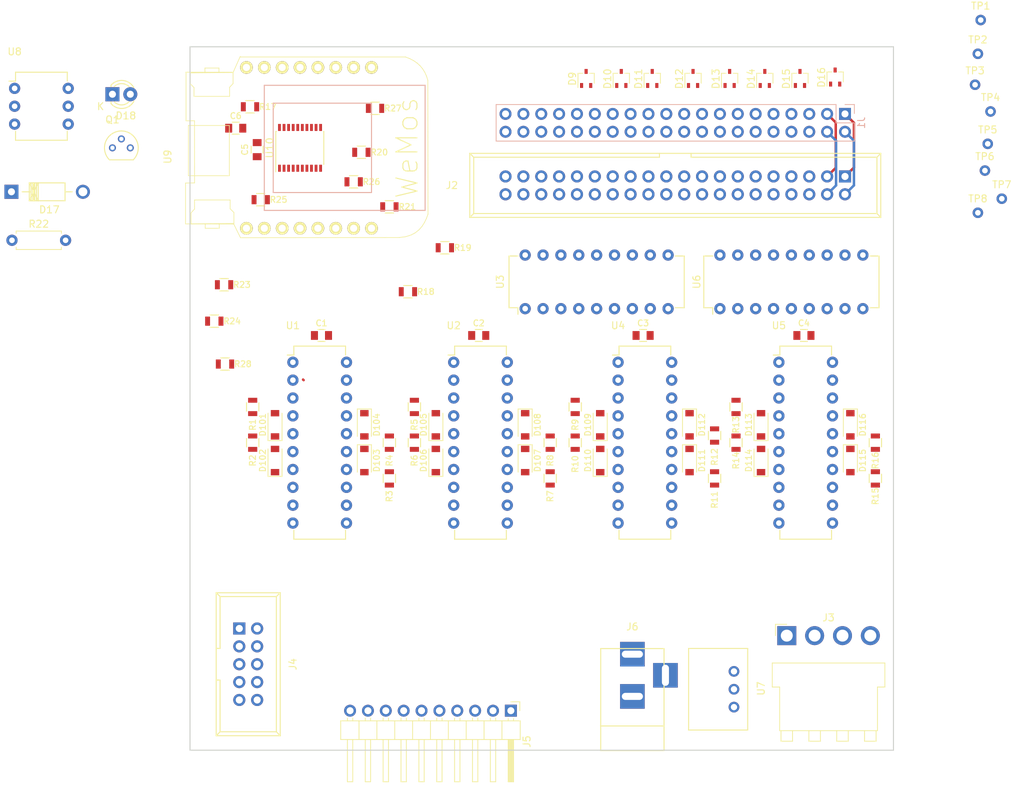
<source format=kicad_pcb>
(kicad_pcb (version 4) (host pcbnew 4.0.7)

  (general
    (links 291)
    (no_connects 287)
    (area 24.924999 24.924999 125.075001 125.075001)
    (thickness 1.6)
    (drawings 4)
    (tracks 14)
    (zones 0)
    (modules 85)
    (nets 109)
  )

  (page A4)
  (layers
    (0 F.Cu signal)
    (31 B.Cu signal)
    (32 B.Adhes user)
    (33 F.Adhes user)
    (34 B.Paste user)
    (35 F.Paste user)
    (36 B.SilkS user)
    (37 F.SilkS user)
    (38 B.Mask user)
    (39 F.Mask user)
    (40 Dwgs.User user)
    (41 Cmts.User user)
    (42 Eco1.User user)
    (43 Eco2.User user)
    (44 Edge.Cuts user)
    (45 Margin user)
    (46 B.CrtYd user)
    (47 F.CrtYd user)
    (48 B.Fab user)
    (49 F.Fab user)
  )

  (setup
    (last_trace_width 0.25)
    (trace_clearance 0.2)
    (zone_clearance 0.508)
    (zone_45_only no)
    (trace_min 0.127)
    (segment_width 0.2)
    (edge_width 0.15)
    (via_size 1)
    (via_drill 0.5)
    (via_min_size 0.6)
    (via_min_drill 0.3)
    (uvia_size 0.3)
    (uvia_drill 0.1)
    (uvias_allowed no)
    (uvia_min_size 0.2)
    (uvia_min_drill 0.1)
    (pcb_text_width 0.3)
    (pcb_text_size 1.5 1.5)
    (mod_edge_width 0.15)
    (mod_text_size 1 1)
    (mod_text_width 0.15)
    (pad_size 1.524 1.524)
    (pad_drill 0.762)
    (pad_to_mask_clearance 0.2)
    (aux_axis_origin 0 0)
    (visible_elements FFFFFF7F)
    (pcbplotparams
      (layerselection 0x000f0_80000001)
      (usegerberextensions false)
      (excludeedgelayer true)
      (linewidth 0.100000)
      (plotframeref false)
      (viasonmask false)
      (mode 1)
      (useauxorigin false)
      (hpglpennumber 1)
      (hpglpenspeed 20)
      (hpglpendiameter 15)
      (hpglpenoverlay 2)
      (psnegative false)
      (psa4output false)
      (plotreference true)
      (plotvalue true)
      (plotinvisibletext false)
      (padsonsilk false)
      (subtractmaskfromsilk false)
      (outputformat 4)
      (mirror false)
      (drillshape 0)
      (scaleselection 1)
      (outputdirectory pdf/))
  )

  (net 0 "")
  (net 1 +5V)
  (net 2 GND)
  (net 3 +3V3)
  (net 4 ROW16_L)
  (net 5 ROW15_L)
  (net 6 ROW14_L)
  (net 7 ROW13_L)
  (net 8 ROW12_L)
  (net 9 ROW11_L)
  (net 10 ROW10_L)
  (net 11 ROW9_L)
  (net 12 ROW8_L)
  (net 13 ROW7_L)
  (net 14 ROW6_L)
  (net 15 ROW5_L)
  (net 16 ROW4_L)
  (net 17 ROW3_L)
  (net 18 ROW2_L)
  (net 19 ROW1_L)
  (net 20 +24V)
  (net 21 "Net-(D17-Pad1)")
  (net 22 "Net-(D18-Pad1)")
  (net 23 "Net-(D18-Pad2)")
  (net 24 ROW1_H)
  (net 25 ROW2_H)
  (net 26 ROW3_H)
  (net 27 ROW4_H)
  (net 28 ROW5_H)
  (net 29 ROW6_H)
  (net 30 ROW7_H)
  (net 31 ROW8_H)
  (net 32 ROW9_H)
  (net 33 ROW10_H)
  (net 34 ROW11_H)
  (net 35 ROW12_H)
  (net 36 ROW13_H)
  (net 37 ROW14_H)
  (net 38 ROW15_H)
  (net 39 ROW16_H)
  (net 40 "Net-(J1-Pad33)")
  (net 41 "Net-(J1-Pad34)")
  (net 42 "Net-(J1-Pad35)")
  (net 43 "Net-(J1-Pad36)")
  (net 44 "Net-(J1-Pad37)")
  (net 45 "Net-(J1-Pad38)")
  (net 46 "Net-(J1-Pad39)")
  (net 47 "Net-(J1-Pad40)")
  (net 48 "Net-(J2-Pad33)")
  (net 49 "Net-(J2-Pad34)")
  (net 50 "Net-(J2-Pad35)")
  (net 51 "Net-(J2-Pad36)")
  (net 52 "Net-(J2-Pad37)")
  (net 53 "Net-(J2-Pad38)")
  (net 54 "Net-(J2-Pad39)")
  (net 55 "Net-(J2-Pad40)")
  (net 56 RC_DATA)
  (net 57 ROW_SR_CLK)
  (net 58 COL_SR_CLK)
  (net 59 RC_REG_CLK)
  (net 60 SENSE_EN)
  (net 61 "Net-(J6-Pad3)")
  (net 62 "Net-(Q1-Pad2)")
  (net 63 OUTPUT_EN)
  (net 64 SENSE_EN_3v3)
  (net 65 "Net-(U8-Pad3)")
  (net 66 "Net-(U8-Pad6)")
  (net 67 "Net-(U9-Pad1)")
  (net 68 RC_REG_CLK_3v3)
  (net 69 RC_DATA_3v3)
  (net 70 COL_SR_CLK_3v3)
  (net 71 ROW_SR_CLK_3v3)
  (net 72 "Net-(U9-Pad15)")
  (net 73 "Net-(U9-Pad16)")
  (net 74 "Net-(U1-Pad18)")
  (net 75 "Net-(U2-Pad18)")
  (net 76 "Net-(U4-Pad18)")
  (net 77 "Net-(D101-Pad2)")
  (net 78 "Net-(D102-Pad2)")
  (net 79 "Net-(D103-Pad2)")
  (net 80 "Net-(D104-Pad2)")
  (net 81 "Net-(D105-Pad2)")
  (net 82 "Net-(D106-Pad2)")
  (net 83 "Net-(D107-Pad2)")
  (net 84 "Net-(D108-Pad2)")
  (net 85 "Net-(D109-Pad2)")
  (net 86 "Net-(D110-Pad2)")
  (net 87 "Net-(D111-Pad2)")
  (net 88 "Net-(D112-Pad2)")
  (net 89 "Net-(D113-Pad2)")
  (net 90 "Net-(D114-Pad2)")
  (net 91 "Net-(D115-Pad2)")
  (net 92 "Net-(D116-Pad2)")
  (net 93 ~COL_EN)
  (net 94 "Net-(J4-Pad2)")
  (net 95 "Net-(J4-Pad4)")
  (net 96 "Net-(J4-Pad6)")
  (net 97 "Net-(J4-Pad8)")
  (net 98 ~RC_CLR)
  (net 99 "Net-(J4-Pad10)")
  (net 100 ~ROW_EN)
  (net 101 ~SENSE)
  (net 102 ~ROW_EN_3v3)
  (net 103 ~COL_EN_3v3)
  (net 104 ~RC_CLR_3v3)
  (net 105 "Net-(U10-Pad9)")
  (net 106 "Net-(U10-Pad12)")
  (net 107 "Net-(J3-Pad3)")
  (net 108 RC_DATA_OUT)

  (net_class Default "This is the default net class."
    (clearance 0.2)
    (trace_width 0.25)
    (via_dia 1)
    (via_drill 0.5)
    (uvia_dia 0.3)
    (uvia_drill 0.1)
    (add_net +3V3)
    (add_net COL_SR_CLK)
    (add_net COL_SR_CLK_3v3)
    (add_net "Net-(D101-Pad2)")
    (add_net "Net-(D102-Pad2)")
    (add_net "Net-(D103-Pad2)")
    (add_net "Net-(D104-Pad2)")
    (add_net "Net-(D105-Pad2)")
    (add_net "Net-(D106-Pad2)")
    (add_net "Net-(D107-Pad2)")
    (add_net "Net-(D108-Pad2)")
    (add_net "Net-(D109-Pad2)")
    (add_net "Net-(D110-Pad2)")
    (add_net "Net-(D111-Pad2)")
    (add_net "Net-(D112-Pad2)")
    (add_net "Net-(D113-Pad2)")
    (add_net "Net-(D114-Pad2)")
    (add_net "Net-(D115-Pad2)")
    (add_net "Net-(D116-Pad2)")
    (add_net "Net-(D17-Pad1)")
    (add_net "Net-(D18-Pad1)")
    (add_net "Net-(D18-Pad2)")
    (add_net "Net-(J1-Pad33)")
    (add_net "Net-(J1-Pad34)")
    (add_net "Net-(J1-Pad35)")
    (add_net "Net-(J1-Pad36)")
    (add_net "Net-(J1-Pad37)")
    (add_net "Net-(J1-Pad38)")
    (add_net "Net-(J1-Pad39)")
    (add_net "Net-(J1-Pad40)")
    (add_net "Net-(J2-Pad33)")
    (add_net "Net-(J2-Pad34)")
    (add_net "Net-(J2-Pad35)")
    (add_net "Net-(J2-Pad36)")
    (add_net "Net-(J2-Pad37)")
    (add_net "Net-(J2-Pad38)")
    (add_net "Net-(J2-Pad39)")
    (add_net "Net-(J2-Pad40)")
    (add_net "Net-(J3-Pad3)")
    (add_net "Net-(J4-Pad10)")
    (add_net "Net-(J4-Pad2)")
    (add_net "Net-(J4-Pad4)")
    (add_net "Net-(J4-Pad6)")
    (add_net "Net-(J4-Pad8)")
    (add_net "Net-(J6-Pad3)")
    (add_net "Net-(Q1-Pad2)")
    (add_net "Net-(U1-Pad18)")
    (add_net "Net-(U10-Pad12)")
    (add_net "Net-(U10-Pad9)")
    (add_net "Net-(U2-Pad18)")
    (add_net "Net-(U4-Pad18)")
    (add_net "Net-(U8-Pad3)")
    (add_net "Net-(U8-Pad6)")
    (add_net "Net-(U9-Pad1)")
    (add_net "Net-(U9-Pad15)")
    (add_net "Net-(U9-Pad16)")
    (add_net OUTPUT_EN)
    (add_net RC_DATA)
    (add_net RC_DATA_3v3)
    (add_net RC_DATA_OUT)
    (add_net RC_REG_CLK)
    (add_net RC_REG_CLK_3v3)
    (add_net ROW_SR_CLK)
    (add_net ROW_SR_CLK_3v3)
    (add_net SENSE_EN)
    (add_net SENSE_EN_3v3)
    (add_net ~COL_EN)
    (add_net ~COL_EN_3v3)
    (add_net ~RC_CLR)
    (add_net ~RC_CLR_3v3)
    (add_net ~ROW_EN)
    (add_net ~ROW_EN_3v3)
    (add_net ~SENSE)
  )

  (net_class "High Current" ""
    (clearance 0.2)
    (trace_width 0.35)
    (via_dia 1.2)
    (via_drill 0.7)
    (uvia_dia 0.3)
    (uvia_drill 0.1)
    (add_net +24V)
    (add_net +5V)
    (add_net GND)
    (add_net ROW10_H)
    (add_net ROW10_L)
    (add_net ROW11_H)
    (add_net ROW11_L)
    (add_net ROW12_H)
    (add_net ROW12_L)
    (add_net ROW13_H)
    (add_net ROW13_L)
    (add_net ROW14_H)
    (add_net ROW14_L)
    (add_net ROW15_H)
    (add_net ROW15_L)
    (add_net ROW16_H)
    (add_net ROW16_L)
    (add_net ROW1_H)
    (add_net ROW1_L)
    (add_net ROW2_H)
    (add_net ROW2_L)
    (add_net ROW3_H)
    (add_net ROW3_L)
    (add_net ROW4_H)
    (add_net ROW4_L)
    (add_net ROW5_H)
    (add_net ROW5_L)
    (add_net ROW6_H)
    (add_net ROW6_L)
    (add_net ROW7_H)
    (add_net ROW7_L)
    (add_net ROW8_H)
    (add_net ROW8_L)
    (add_net ROW9_H)
    (add_net ROW9_L)
  )

  (module Diodes_THT:Diode_DO-41_SOD81_Horizontal_RM10 (layer F.Cu) (tedit 552FFCCE) (tstamp 5B0218CE)
    (at -0.385509 45.61854)
    (descr "Diode, DO-41, SOD81, Horizontal, RM 10mm,")
    (tags "Diode, DO-41, SOD81, Horizontal, RM 10mm, 1N4007, SB140,")
    (path /5AF3FFB8)
    (fp_text reference D17 (at 5.38734 2.53746) (layer F.SilkS)
      (effects (font (size 1 1) (thickness 0.15)))
    )
    (fp_text value D (at 4.37134 -3.55854) (layer F.Fab)
      (effects (font (size 1 1) (thickness 0.15)))
    )
    (fp_line (start 7.62 -0.00254) (end 8.636 -0.00254) (layer F.SilkS) (width 0.15))
    (fp_line (start 2.794 -0.00254) (end 1.524 -0.00254) (layer F.SilkS) (width 0.15))
    (fp_line (start 3.048 -1.27254) (end 3.048 1.26746) (layer F.SilkS) (width 0.15))
    (fp_line (start 3.302 -1.27254) (end 3.302 1.26746) (layer F.SilkS) (width 0.15))
    (fp_line (start 3.556 -1.27254) (end 3.556 1.26746) (layer F.SilkS) (width 0.15))
    (fp_line (start 2.794 -1.27254) (end 2.794 1.26746) (layer F.SilkS) (width 0.15))
    (fp_line (start 3.81 -1.27254) (end 2.54 1.26746) (layer F.SilkS) (width 0.15))
    (fp_line (start 2.54 -1.27254) (end 3.81 1.26746) (layer F.SilkS) (width 0.15))
    (fp_line (start 3.81 -1.27254) (end 3.81 1.26746) (layer F.SilkS) (width 0.15))
    (fp_line (start 3.175 -1.27254) (end 3.175 1.26746) (layer F.SilkS) (width 0.15))
    (fp_line (start 2.54 1.26746) (end 2.54 -1.27254) (layer F.SilkS) (width 0.15))
    (fp_line (start 2.54 -1.27254) (end 7.62 -1.27254) (layer F.SilkS) (width 0.15))
    (fp_line (start 7.62 -1.27254) (end 7.62 1.26746) (layer F.SilkS) (width 0.15))
    (fp_line (start 7.62 1.26746) (end 2.54 1.26746) (layer F.SilkS) (width 0.15))
    (pad 2 thru_hole circle (at 10.16 -0.00254 180) (size 1.99898 1.99898) (drill 1.27) (layers *.Cu *.Mask)
      (net 2 GND))
    (pad 1 thru_hole rect (at 0 -0.00254 180) (size 1.99898 1.99898) (drill 1.00076) (layers *.Cu *.Mask)
      (net 21 "Net-(D17-Pad1)"))
  )

  (module LEDs:LED-3MM (layer F.Cu) (tedit 559B82F6) (tstamp 5B0218DF)
    (at 13.97 31.75)
    (descr "LED 3mm round vertical")
    (tags "LED  3mm round vertical")
    (path /5AF46B5B)
    (fp_text reference D18 (at 1.91 3.06) (layer F.SilkS)
      (effects (font (size 1 1) (thickness 0.15)))
    )
    (fp_text value LED (at 1.3 -2.9) (layer F.Fab)
      (effects (font (size 1 1) (thickness 0.15)))
    )
    (fp_line (start -1.2 2.3) (end 3.8 2.3) (layer F.CrtYd) (width 0.05))
    (fp_line (start 3.8 2.3) (end 3.8 -2.2) (layer F.CrtYd) (width 0.05))
    (fp_line (start 3.8 -2.2) (end -1.2 -2.2) (layer F.CrtYd) (width 0.05))
    (fp_line (start -1.2 -2.2) (end -1.2 2.3) (layer F.CrtYd) (width 0.05))
    (fp_line (start -0.199 1.314) (end -0.199 1.114) (layer F.SilkS) (width 0.15))
    (fp_line (start -0.199 -1.28) (end -0.199 -1.1) (layer F.SilkS) (width 0.15))
    (fp_arc (start 1.301 0.034) (end -0.199 -1.286) (angle 108.5) (layer F.SilkS) (width 0.15))
    (fp_arc (start 1.301 0.034) (end 0.25 -1.1) (angle 85.7) (layer F.SilkS) (width 0.15))
    (fp_arc (start 1.311 0.034) (end 3.051 0.994) (angle 110) (layer F.SilkS) (width 0.15))
    (fp_arc (start 1.301 0.034) (end 2.335 1.094) (angle 87.5) (layer F.SilkS) (width 0.15))
    (fp_text user K (at -1.69 1.74) (layer F.SilkS)
      (effects (font (size 1 1) (thickness 0.15)))
    )
    (pad 1 thru_hole rect (at 0 0 90) (size 2 2) (drill 1.00076) (layers *.Cu *.Mask)
      (net 22 "Net-(D18-Pad1)"))
    (pad 2 thru_hole circle (at 2.54 0) (size 2 2) (drill 1.00076) (layers *.Cu *.Mask)
      (net 23 "Net-(D18-Pad2)"))
    (model LEDs.3dshapes/LED-3MM.wrl
      (at (xyz 0.05 0 0))
      (scale (xyz 1 1 1))
      (rotate (xyz 0 0 90))
    )
  )

  (module Socket_Strips:Socket_Strip_Straight_2x20_Pitch2.54mm (layer B.Cu) (tedit 5B021332) (tstamp 5B02191C)
    (at 118.11 34.544 90)
    (descr "Through hole straight socket strip, 2x20, 2.54mm pitch, double rows")
    (tags "Through hole socket strip THT 2x20 2.54mm double row")
    (path /5AED953B)
    (fp_text reference J1 (at -1.27 2.33 90) (layer B.SilkS)
      (effects (font (size 1 1) (thickness 0.15)) (justify mirror))
    )
    (fp_text value "Panel row connector (female)" (at -5.6 -36.6 360) (layer B.Fab)
      (effects (font (size 1 1) (thickness 0.15)) (justify mirror))
    )
    (fp_line (start -3.81 1.27) (end -3.81 -49.53) (layer B.Fab) (width 0.1))
    (fp_line (start -3.81 -49.53) (end 1.27 -49.53) (layer B.Fab) (width 0.1))
    (fp_line (start 1.27 -49.53) (end 1.27 1.27) (layer B.Fab) (width 0.1))
    (fp_line (start 1.27 1.27) (end -3.81 1.27) (layer B.Fab) (width 0.1))
    (fp_line (start 1.33 -1.27) (end 1.33 -49.59) (layer B.SilkS) (width 0.12))
    (fp_line (start 1.33 -49.59) (end -3.87 -49.59) (layer B.SilkS) (width 0.12))
    (fp_line (start -3.87 -49.59) (end -3.87 1.33) (layer B.SilkS) (width 0.12))
    (fp_line (start -3.87 1.33) (end -1.27 1.33) (layer B.SilkS) (width 0.12))
    (fp_line (start -1.27 1.33) (end -1.27 -1.27) (layer B.SilkS) (width 0.12))
    (fp_line (start -1.27 -1.27) (end 1.33 -1.27) (layer B.SilkS) (width 0.12))
    (fp_line (start 1.33 0) (end 1.33 1.33) (layer B.SilkS) (width 0.12))
    (fp_line (start 1.33 1.33) (end 0.06 1.33) (layer B.SilkS) (width 0.12))
    (fp_line (start -4.35 1.8) (end -4.35 -50.05) (layer B.CrtYd) (width 0.05))
    (fp_line (start -4.35 -50.05) (end 1.8 -50.05) (layer B.CrtYd) (width 0.05))
    (fp_line (start 1.8 -50.05) (end 1.8 1.8) (layer B.CrtYd) (width 0.05))
    (fp_line (start 1.8 1.8) (end -4.35 1.8) (layer B.CrtYd) (width 0.05))
    (fp_text user %R (at -1.27 2.33 90) (layer B.Fab)
      (effects (font (size 1 1) (thickness 0.15)) (justify mirror))
    )
    (pad 1 thru_hole rect (at 0 0 90) (size 1.7 1.7) (drill 1) (layers *.Cu *.Mask)
      (net 24 ROW1_H))
    (pad 2 thru_hole oval (at -2.54 0 90) (size 1.7 1.7) (drill 1) (layers *.Cu *.Mask)
      (net 19 ROW1_L))
    (pad 3 thru_hole oval (at 0 -2.54 90) (size 1.7 1.7) (drill 1) (layers *.Cu *.Mask)
      (net 25 ROW2_H))
    (pad 4 thru_hole oval (at -2.54 -2.54 90) (size 1.7 1.7) (drill 1) (layers *.Cu *.Mask)
      (net 18 ROW2_L))
    (pad 5 thru_hole oval (at 0 -5.08 90) (size 1.7 1.7) (drill 1) (layers *.Cu *.Mask)
      (net 26 ROW3_H))
    (pad 6 thru_hole oval (at -2.54 -5.08 90) (size 1.7 1.7) (drill 1) (layers *.Cu *.Mask)
      (net 17 ROW3_L))
    (pad 7 thru_hole oval (at 0 -7.62 90) (size 1.7 1.7) (drill 1) (layers *.Cu *.Mask)
      (net 27 ROW4_H))
    (pad 8 thru_hole oval (at -2.54 -7.62 90) (size 1.7 1.7) (drill 1) (layers *.Cu *.Mask)
      (net 16 ROW4_L))
    (pad 9 thru_hole oval (at 0 -10.16 90) (size 1.7 1.7) (drill 1) (layers *.Cu *.Mask)
      (net 28 ROW5_H))
    (pad 10 thru_hole oval (at -2.54 -10.16 90) (size 1.7 1.7) (drill 1) (layers *.Cu *.Mask)
      (net 15 ROW5_L))
    (pad 11 thru_hole oval (at 0 -12.7 90) (size 1.7 1.7) (drill 1) (layers *.Cu *.Mask)
      (net 29 ROW6_H))
    (pad 12 thru_hole oval (at -2.54 -12.7 90) (size 1.7 1.7) (drill 1) (layers *.Cu *.Mask)
      (net 14 ROW6_L))
    (pad 13 thru_hole oval (at 0 -15.24 90) (size 1.7 1.7) (drill 1) (layers *.Cu *.Mask)
      (net 30 ROW7_H))
    (pad 14 thru_hole oval (at -2.54 -15.24 90) (size 1.7 1.7) (drill 1) (layers *.Cu *.Mask)
      (net 13 ROW7_L))
    (pad 15 thru_hole oval (at 0 -17.78 90) (size 1.7 1.7) (drill 1) (layers *.Cu *.Mask)
      (net 31 ROW8_H))
    (pad 16 thru_hole oval (at -2.54 -17.78 90) (size 1.7 1.7) (drill 1) (layers *.Cu *.Mask)
      (net 12 ROW8_L))
    (pad 17 thru_hole oval (at 0 -20.32 90) (size 1.7 1.7) (drill 1) (layers *.Cu *.Mask)
      (net 32 ROW9_H))
    (pad 18 thru_hole oval (at -2.54 -20.32 90) (size 1.7 1.7) (drill 1) (layers *.Cu *.Mask)
      (net 11 ROW9_L))
    (pad 19 thru_hole oval (at 0 -22.86 90) (size 1.7 1.7) (drill 1) (layers *.Cu *.Mask)
      (net 33 ROW10_H))
    (pad 20 thru_hole oval (at -2.54 -22.86 90) (size 1.7 1.7) (drill 1) (layers *.Cu *.Mask)
      (net 10 ROW10_L))
    (pad 21 thru_hole oval (at 0 -25.4 90) (size 1.7 1.7) (drill 1) (layers *.Cu *.Mask)
      (net 34 ROW11_H))
    (pad 22 thru_hole oval (at -2.54 -25.4 90) (size 1.7 1.7) (drill 1) (layers *.Cu *.Mask)
      (net 9 ROW11_L))
    (pad 23 thru_hole oval (at 0 -27.94 90) (size 1.7 1.7) (drill 1) (layers *.Cu *.Mask)
      (net 35 ROW12_H))
    (pad 24 thru_hole oval (at -2.54 -27.94 90) (size 1.7 1.7) (drill 1) (layers *.Cu *.Mask)
      (net 8 ROW12_L))
    (pad 25 thru_hole oval (at 0 -30.48 90) (size 1.7 1.7) (drill 1) (layers *.Cu *.Mask)
      (net 36 ROW13_H))
    (pad 26 thru_hole oval (at -2.54 -30.48 90) (size 1.7 1.7) (drill 1) (layers *.Cu *.Mask)
      (net 7 ROW13_L))
    (pad 27 thru_hole oval (at 0 -33.02 90) (size 1.7 1.7) (drill 1) (layers *.Cu *.Mask)
      (net 37 ROW14_H))
    (pad 28 thru_hole oval (at -2.54 -33.02 90) (size 1.7 1.7) (drill 1) (layers *.Cu *.Mask)
      (net 6 ROW14_L))
    (pad 29 thru_hole oval (at 0 -35.56 90) (size 1.7 1.7) (drill 1) (layers *.Cu *.Mask)
      (net 38 ROW15_H))
    (pad 30 thru_hole oval (at -2.54 -35.56 90) (size 1.7 1.7) (drill 1) (layers *.Cu *.Mask)
      (net 5 ROW15_L))
    (pad 31 thru_hole oval (at 0 -38.1 90) (size 1.7 1.7) (drill 1) (layers *.Cu *.Mask)
      (net 39 ROW16_H))
    (pad 32 thru_hole oval (at -2.54 -38.1 90) (size 1.7 1.7) (drill 1) (layers *.Cu *.Mask)
      (net 4 ROW16_L))
    (pad 33 thru_hole oval (at 0 -40.64 90) (size 1.7 1.7) (drill 1) (layers *.Cu *.Mask)
      (net 40 "Net-(J1-Pad33)"))
    (pad 34 thru_hole oval (at -2.54 -40.64 90) (size 1.7 1.7) (drill 1) (layers *.Cu *.Mask)
      (net 41 "Net-(J1-Pad34)"))
    (pad 35 thru_hole oval (at 0 -43.18 90) (size 1.7 1.7) (drill 1) (layers *.Cu *.Mask)
      (net 42 "Net-(J1-Pad35)"))
    (pad 36 thru_hole oval (at -2.54 -43.18 90) (size 1.7 1.7) (drill 1) (layers *.Cu *.Mask)
      (net 43 "Net-(J1-Pad36)"))
    (pad 37 thru_hole oval (at 0 -45.72 90) (size 1.7 1.7) (drill 1) (layers *.Cu *.Mask)
      (net 44 "Net-(J1-Pad37)"))
    (pad 38 thru_hole oval (at -2.54 -45.72 90) (size 1.7 1.7) (drill 1) (layers *.Cu *.Mask)
      (net 45 "Net-(J1-Pad38)"))
    (pad 39 thru_hole oval (at 0 -48.26 90) (size 1.7 1.7) (drill 1) (layers *.Cu *.Mask)
      (net 46 "Net-(J1-Pad39)"))
    (pad 40 thru_hole oval (at -2.54 -48.26 90) (size 1.7 1.7) (drill 1) (layers *.Cu *.Mask)
      (net 47 "Net-(J1-Pad40)"))
    (model ${KISYS3DMOD}/Socket_Strips.3dshapes/Socket_Strip_Straight_2x20_Pitch2.54mm.wrl
      (at (xyz -0.05 -0.95 0))
      (scale (xyz 1 1 1))
      (rotate (xyz 0 0 270))
    )
  )

  (module Pin_Headers:Pin_Header_Angled_1x10_Pitch2.54mm (layer F.Cu) (tedit 59650532) (tstamp 5B0219F5)
    (at 70.612 119.38 270)
    (descr "Through hole angled pin header, 1x10, 2.54mm pitch, 6mm pin length, single row")
    (tags "Through hole angled pin header THT 1x10 2.54mm single row")
    (path /5B08F47B)
    (fp_text reference J5 (at 4.385 -2.27 270) (layer F.SilkS)
      (effects (font (size 1 1) (thickness 0.15)))
    )
    (fp_text value Conn_01x10 (at 4.385 25.13 270) (layer F.Fab)
      (effects (font (size 1 1) (thickness 0.15)))
    )
    (fp_line (start 2.135 -1.27) (end 4.04 -1.27) (layer F.Fab) (width 0.1))
    (fp_line (start 4.04 -1.27) (end 4.04 24.13) (layer F.Fab) (width 0.1))
    (fp_line (start 4.04 24.13) (end 1.5 24.13) (layer F.Fab) (width 0.1))
    (fp_line (start 1.5 24.13) (end 1.5 -0.635) (layer F.Fab) (width 0.1))
    (fp_line (start 1.5 -0.635) (end 2.135 -1.27) (layer F.Fab) (width 0.1))
    (fp_line (start -0.32 -0.32) (end 1.5 -0.32) (layer F.Fab) (width 0.1))
    (fp_line (start -0.32 -0.32) (end -0.32 0.32) (layer F.Fab) (width 0.1))
    (fp_line (start -0.32 0.32) (end 1.5 0.32) (layer F.Fab) (width 0.1))
    (fp_line (start 4.04 -0.32) (end 10.04 -0.32) (layer F.Fab) (width 0.1))
    (fp_line (start 10.04 -0.32) (end 10.04 0.32) (layer F.Fab) (width 0.1))
    (fp_line (start 4.04 0.32) (end 10.04 0.32) (layer F.Fab) (width 0.1))
    (fp_line (start -0.32 2.22) (end 1.5 2.22) (layer F.Fab) (width 0.1))
    (fp_line (start -0.32 2.22) (end -0.32 2.86) (layer F.Fab) (width 0.1))
    (fp_line (start -0.32 2.86) (end 1.5 2.86) (layer F.Fab) (width 0.1))
    (fp_line (start 4.04 2.22) (end 10.04 2.22) (layer F.Fab) (width 0.1))
    (fp_line (start 10.04 2.22) (end 10.04 2.86) (layer F.Fab) (width 0.1))
    (fp_line (start 4.04 2.86) (end 10.04 2.86) (layer F.Fab) (width 0.1))
    (fp_line (start -0.32 4.76) (end 1.5 4.76) (layer F.Fab) (width 0.1))
    (fp_line (start -0.32 4.76) (end -0.32 5.4) (layer F.Fab) (width 0.1))
    (fp_line (start -0.32 5.4) (end 1.5 5.4) (layer F.Fab) (width 0.1))
    (fp_line (start 4.04 4.76) (end 10.04 4.76) (layer F.Fab) (width 0.1))
    (fp_line (start 10.04 4.76) (end 10.04 5.4) (layer F.Fab) (width 0.1))
    (fp_line (start 4.04 5.4) (end 10.04 5.4) (layer F.Fab) (width 0.1))
    (fp_line (start -0.32 7.3) (end 1.5 7.3) (layer F.Fab) (width 0.1))
    (fp_line (start -0.32 7.3) (end -0.32 7.94) (layer F.Fab) (width 0.1))
    (fp_line (start -0.32 7.94) (end 1.5 7.94) (layer F.Fab) (width 0.1))
    (fp_line (start 4.04 7.3) (end 10.04 7.3) (layer F.Fab) (width 0.1))
    (fp_line (start 10.04 7.3) (end 10.04 7.94) (layer F.Fab) (width 0.1))
    (fp_line (start 4.04 7.94) (end 10.04 7.94) (layer F.Fab) (width 0.1))
    (fp_line (start -0.32 9.84) (end 1.5 9.84) (layer F.Fab) (width 0.1))
    (fp_line (start -0.32 9.84) (end -0.32 10.48) (layer F.Fab) (width 0.1))
    (fp_line (start -0.32 10.48) (end 1.5 10.48) (layer F.Fab) (width 0.1))
    (fp_line (start 4.04 9.84) (end 10.04 9.84) (layer F.Fab) (width 0.1))
    (fp_line (start 10.04 9.84) (end 10.04 10.48) (layer F.Fab) (width 0.1))
    (fp_line (start 4.04 10.48) (end 10.04 10.48) (layer F.Fab) (width 0.1))
    (fp_line (start -0.32 12.38) (end 1.5 12.38) (layer F.Fab) (width 0.1))
    (fp_line (start -0.32 12.38) (end -0.32 13.02) (layer F.Fab) (width 0.1))
    (fp_line (start -0.32 13.02) (end 1.5 13.02) (layer F.Fab) (width 0.1))
    (fp_line (start 4.04 12.38) (end 10.04 12.38) (layer F.Fab) (width 0.1))
    (fp_line (start 10.04 12.38) (end 10.04 13.02) (layer F.Fab) (width 0.1))
    (fp_line (start 4.04 13.02) (end 10.04 13.02) (layer F.Fab) (width 0.1))
    (fp_line (start -0.32 14.92) (end 1.5 14.92) (layer F.Fab) (width 0.1))
    (fp_line (start -0.32 14.92) (end -0.32 15.56) (layer F.Fab) (width 0.1))
    (fp_line (start -0.32 15.56) (end 1.5 15.56) (layer F.Fab) (width 0.1))
    (fp_line (start 4.04 14.92) (end 10.04 14.92) (layer F.Fab) (width 0.1))
    (fp_line (start 10.04 14.92) (end 10.04 15.56) (layer F.Fab) (width 0.1))
    (fp_line (start 4.04 15.56) (end 10.04 15.56) (layer F.Fab) (width 0.1))
    (fp_line (start -0.32 17.46) (end 1.5 17.46) (layer F.Fab) (width 0.1))
    (fp_line (start -0.32 17.46) (end -0.32 18.1) (layer F.Fab) (width 0.1))
    (fp_line (start -0.32 18.1) (end 1.5 18.1) (layer F.Fab) (width 0.1))
    (fp_line (start 4.04 17.46) (end 10.04 17.46) (layer F.Fab) (width 0.1))
    (fp_line (start 10.04 17.46) (end 10.04 18.1) (layer F.Fab) (width 0.1))
    (fp_line (start 4.04 18.1) (end 10.04 18.1) (layer F.Fab) (width 0.1))
    (fp_line (start -0.32 20) (end 1.5 20) (layer F.Fab) (width 0.1))
    (fp_line (start -0.32 20) (end -0.32 20.64) (layer F.Fab) (width 0.1))
    (fp_line (start -0.32 20.64) (end 1.5 20.64) (layer F.Fab) (width 0.1))
    (fp_line (start 4.04 20) (end 10.04 20) (layer F.Fab) (width 0.1))
    (fp_line (start 10.04 20) (end 10.04 20.64) (layer F.Fab) (width 0.1))
    (fp_line (start 4.04 20.64) (end 10.04 20.64) (layer F.Fab) (width 0.1))
    (fp_line (start -0.32 22.54) (end 1.5 22.54) (layer F.Fab) (width 0.1))
    (fp_line (start -0.32 22.54) (end -0.32 23.18) (layer F.Fab) (width 0.1))
    (fp_line (start -0.32 23.18) (end 1.5 23.18) (layer F.Fab) (width 0.1))
    (fp_line (start 4.04 22.54) (end 10.04 22.54) (layer F.Fab) (width 0.1))
    (fp_line (start 10.04 22.54) (end 10.04 23.18) (layer F.Fab) (width 0.1))
    (fp_line (start 4.04 23.18) (end 10.04 23.18) (layer F.Fab) (width 0.1))
    (fp_line (start 1.44 -1.33) (end 1.44 24.19) (layer F.SilkS) (width 0.12))
    (fp_line (start 1.44 24.19) (end 4.1 24.19) (layer F.SilkS) (width 0.12))
    (fp_line (start 4.1 24.19) (end 4.1 -1.33) (layer F.SilkS) (width 0.12))
    (fp_line (start 4.1 -1.33) (end 1.44 -1.33) (layer F.SilkS) (width 0.12))
    (fp_line (start 4.1 -0.38) (end 10.1 -0.38) (layer F.SilkS) (width 0.12))
    (fp_line (start 10.1 -0.38) (end 10.1 0.38) (layer F.SilkS) (width 0.12))
    (fp_line (start 10.1 0.38) (end 4.1 0.38) (layer F.SilkS) (width 0.12))
    (fp_line (start 4.1 -0.32) (end 10.1 -0.32) (layer F.SilkS) (width 0.12))
    (fp_line (start 4.1 -0.2) (end 10.1 -0.2) (layer F.SilkS) (width 0.12))
    (fp_line (start 4.1 -0.08) (end 10.1 -0.08) (layer F.SilkS) (width 0.12))
    (fp_line (start 4.1 0.04) (end 10.1 0.04) (layer F.SilkS) (width 0.12))
    (fp_line (start 4.1 0.16) (end 10.1 0.16) (layer F.SilkS) (width 0.12))
    (fp_line (start 4.1 0.28) (end 10.1 0.28) (layer F.SilkS) (width 0.12))
    (fp_line (start 1.11 -0.38) (end 1.44 -0.38) (layer F.SilkS) (width 0.12))
    (fp_line (start 1.11 0.38) (end 1.44 0.38) (layer F.SilkS) (width 0.12))
    (fp_line (start 1.44 1.27) (end 4.1 1.27) (layer F.SilkS) (width 0.12))
    (fp_line (start 4.1 2.16) (end 10.1 2.16) (layer F.SilkS) (width 0.12))
    (fp_line (start 10.1 2.16) (end 10.1 2.92) (layer F.SilkS) (width 0.12))
    (fp_line (start 10.1 2.92) (end 4.1 2.92) (layer F.SilkS) (width 0.12))
    (fp_line (start 1.042929 2.16) (end 1.44 2.16) (layer F.SilkS) (width 0.12))
    (fp_line (start 1.042929 2.92) (end 1.44 2.92) (layer F.SilkS) (width 0.12))
    (fp_line (start 1.44 3.81) (end 4.1 3.81) (layer F.SilkS) (width 0.12))
    (fp_line (start 4.1 4.7) (end 10.1 4.7) (layer F.SilkS) (width 0.12))
    (fp_line (start 10.1 4.7) (end 10.1 5.46) (layer F.SilkS) (width 0.12))
    (fp_line (start 10.1 5.46) (end 4.1 5.46) (layer F.SilkS) (width 0.12))
    (fp_line (start 1.042929 4.7) (end 1.44 4.7) (layer F.SilkS) (width 0.12))
    (fp_line (start 1.042929 5.46) (end 1.44 5.46) (layer F.SilkS) (width 0.12))
    (fp_line (start 1.44 6.35) (end 4.1 6.35) (layer F.SilkS) (width 0.12))
    (fp_line (start 4.1 7.24) (end 10.1 7.24) (layer F.SilkS) (width 0.12))
    (fp_line (start 10.1 7.24) (end 10.1 8) (layer F.SilkS) (width 0.12))
    (fp_line (start 10.1 8) (end 4.1 8) (layer F.SilkS) (width 0.12))
    (fp_line (start 1.042929 7.24) (end 1.44 7.24) (layer F.SilkS) (width 0.12))
    (fp_line (start 1.042929 8) (end 1.44 8) (layer F.SilkS) (width 0.12))
    (fp_line (start 1.44 8.89) (end 4.1 8.89) (layer F.SilkS) (width 0.12))
    (fp_line (start 4.1 9.78) (end 10.1 9.78) (layer F.SilkS) (width 0.12))
    (fp_line (start 10.1 9.78) (end 10.1 10.54) (layer F.SilkS) (width 0.12))
    (fp_line (start 10.1 10.54) (end 4.1 10.54) (layer F.SilkS) (width 0.12))
    (fp_line (start 1.042929 9.78) (end 1.44 9.78) (layer F.SilkS) (width 0.12))
    (fp_line (start 1.042929 10.54) (end 1.44 10.54) (layer F.SilkS) (width 0.12))
    (fp_line (start 1.44 11.43) (end 4.1 11.43) (layer F.SilkS) (width 0.12))
    (fp_line (start 4.1 12.32) (end 10.1 12.32) (layer F.SilkS) (width 0.12))
    (fp_line (start 10.1 12.32) (end 10.1 13.08) (layer F.SilkS) (width 0.12))
    (fp_line (start 10.1 13.08) (end 4.1 13.08) (layer F.SilkS) (width 0.12))
    (fp_line (start 1.042929 12.32) (end 1.44 12.32) (layer F.SilkS) (width 0.12))
    (fp_line (start 1.042929 13.08) (end 1.44 13.08) (layer F.SilkS) (width 0.12))
    (fp_line (start 1.44 13.97) (end 4.1 13.97) (layer F.SilkS) (width 0.12))
    (fp_line (start 4.1 14.86) (end 10.1 14.86) (layer F.SilkS) (width 0.12))
    (fp_line (start 10.1 14.86) (end 10.1 15.62) (layer F.SilkS) (width 0.12))
    (fp_line (start 10.1 15.62) (end 4.1 15.62) (layer F.SilkS) (width 0.12))
    (fp_line (start 1.042929 14.86) (end 1.44 14.86) (layer F.SilkS) (width 0.12))
    (fp_line (start 1.042929 15.62) (end 1.44 15.62) (layer F.SilkS) (width 0.12))
    (fp_line (start 1.44 16.51) (end 4.1 16.51) (layer F.SilkS) (width 0.12))
    (fp_line (start 4.1 17.4) (end 10.1 17.4) (layer F.SilkS) (width 0.12))
    (fp_line (start 10.1 17.4) (end 10.1 18.16) (layer F.SilkS) (width 0.12))
    (fp_line (start 10.1 18.16) (end 4.1 18.16) (layer F.SilkS) (width 0.12))
    (fp_line (start 1.042929 17.4) (end 1.44 17.4) (layer F.SilkS) (width 0.12))
    (fp_line (start 1.042929 18.16) (end 1.44 18.16) (layer F.SilkS) (width 0.12))
    (fp_line (start 1.44 19.05) (end 4.1 19.05) (layer F.SilkS) (width 0.12))
    (fp_line (start 4.1 19.94) (end 10.1 19.94) (layer F.SilkS) (width 0.12))
    (fp_line (start 10.1 19.94) (end 10.1 20.7) (layer F.SilkS) (width 0.12))
    (fp_line (start 10.1 20.7) (end 4.1 20.7) (layer F.SilkS) (width 0.12))
    (fp_line (start 1.042929 19.94) (end 1.44 19.94) (layer F.SilkS) (width 0.12))
    (fp_line (start 1.042929 20.7) (end 1.44 20.7) (layer F.SilkS) (width 0.12))
    (fp_line (start 1.44 21.59) (end 4.1 21.59) (layer F.SilkS) (width 0.12))
    (fp_line (start 4.1 22.48) (end 10.1 22.48) (layer F.SilkS) (width 0.12))
    (fp_line (start 10.1 22.48) (end 10.1 23.24) (layer F.SilkS) (width 0.12))
    (fp_line (start 10.1 23.24) (end 4.1 23.24) (layer F.SilkS) (width 0.12))
    (fp_line (start 1.042929 22.48) (end 1.44 22.48) (layer F.SilkS) (width 0.12))
    (fp_line (start 1.042929 23.24) (end 1.44 23.24) (layer F.SilkS) (width 0.12))
    (fp_line (start -1.27 0) (end -1.27 -1.27) (layer F.SilkS) (width 0.12))
    (fp_line (start -1.27 -1.27) (end 0 -1.27) (layer F.SilkS) (width 0.12))
    (fp_line (start -1.8 -1.8) (end -1.8 24.65) (layer F.CrtYd) (width 0.05))
    (fp_line (start -1.8 24.65) (end 10.55 24.65) (layer F.CrtYd) (width 0.05))
    (fp_line (start 10.55 24.65) (end 10.55 -1.8) (layer F.CrtYd) (width 0.05))
    (fp_line (start 10.55 -1.8) (end -1.8 -1.8) (layer F.CrtYd) (width 0.05))
    (fp_text user %R (at 2.77 11.43 360) (layer F.Fab)
      (effects (font (size 1 1) (thickness 0.15)))
    )
    (pad 1 thru_hole rect (at 0 0 270) (size 1.7 1.7) (drill 1) (layers *.Cu *.Mask)
      (net 56 RC_DATA))
    (pad 2 thru_hole oval (at 0 2.54 270) (size 1.7 1.7) (drill 1) (layers *.Cu *.Mask)
      (net 57 ROW_SR_CLK))
    (pad 3 thru_hole oval (at 0 5.08 270) (size 1.7 1.7) (drill 1) (layers *.Cu *.Mask)
      (net 100 ~ROW_EN))
    (pad 4 thru_hole oval (at 0 7.62 270) (size 1.7 1.7) (drill 1) (layers *.Cu *.Mask)
      (net 58 COL_SR_CLK))
    (pad 5 thru_hole oval (at 0 10.16 270) (size 1.7 1.7) (drill 1) (layers *.Cu *.Mask)
      (net 93 ~COL_EN))
    (pad 6 thru_hole oval (at 0 12.7 270) (size 1.7 1.7) (drill 1) (layers *.Cu *.Mask)
      (net 59 RC_REG_CLK))
    (pad 7 thru_hole oval (at 0 15.24 270) (size 1.7 1.7) (drill 1) (layers *.Cu *.Mask)
      (net 98 ~RC_CLR))
    (pad 8 thru_hole oval (at 0 17.78 270) (size 1.7 1.7) (drill 1) (layers *.Cu *.Mask)
      (net 60 SENSE_EN))
    (pad 9 thru_hole oval (at 0 20.32 270) (size 1.7 1.7) (drill 1) (layers *.Cu *.Mask)
      (net 101 ~SENSE))
    (pad 10 thru_hole oval (at 0 22.86 270) (size 1.7 1.7) (drill 1) (layers *.Cu *.Mask)
      (net 108 RC_DATA_OUT))
    (model ${KISYS3DMOD}/Pin_Headers.3dshapes/Pin_Header_Angled_1x10_Pitch2.54mm.wrl
      (at (xyz 0 0 0))
      (scale (xyz 1 1 1))
      (rotate (xyz 0 0 0))
    )
  )

  (module Connectors:BARREL_JACK (layer F.Cu) (tedit 0) (tstamp 5B021A01)
    (at 87.884 117.54866 90)
    (descr "DC Barrel Jack")
    (tags "Power Jack")
    (path /5AF54AAE)
    (fp_text reference J6 (at 10.09904 0 180) (layer F.SilkS)
      (effects (font (size 1 1) (thickness 0.15)))
    )
    (fp_text value Barrel_Jack (at 0 -5.99948 90) (layer F.Fab)
      (effects (font (size 1 1) (thickness 0.15)))
    )
    (fp_line (start -4.0005 -4.50088) (end -4.0005 4.50088) (layer F.SilkS) (width 0.15))
    (fp_line (start -7.50062 -4.50088) (end -7.50062 4.50088) (layer F.SilkS) (width 0.15))
    (fp_line (start -7.50062 4.50088) (end 7.00024 4.50088) (layer F.SilkS) (width 0.15))
    (fp_line (start 7.00024 4.50088) (end 7.00024 -4.50088) (layer F.SilkS) (width 0.15))
    (fp_line (start 7.00024 -4.50088) (end -7.50062 -4.50088) (layer F.SilkS) (width 0.15))
    (pad 1 thru_hole rect (at 6.20014 0 90) (size 3.50012 3.50012) (drill oval 1.00076 2.99974) (layers *.Cu *.Mask)
      (net 20 +24V))
    (pad 2 thru_hole rect (at 0.20066 0 90) (size 3.50012 3.50012) (drill oval 1.00076 2.99974) (layers *.Cu *.Mask)
      (net 2 GND))
    (pad 3 thru_hole rect (at 3.2004 4.699 90) (size 3.50012 3.50012) (drill oval 2.99974 1.00076) (layers *.Cu *.Mask)
      (net 61 "Net-(J6-Pad3)"))
  )

  (module TO_SOT_Packages_THT:TO-92_Molded_Narrow (layer F.Cu) (tedit 54F242E1) (tstamp 5B021A0F)
    (at 13.97 39.37)
    (descr "TO-92 leads molded, narrow, drill 0.6mm (see NXP sot054_po.pdf)")
    (tags "to-92 sc-43 sc-43a sot54 PA33 transistor")
    (path /5AF422FD)
    (fp_text reference Q1 (at 0 -4) (layer F.SilkS)
      (effects (font (size 1 1) (thickness 0.15)))
    )
    (fp_text value 2N3904 (at 0 3) (layer F.Fab)
      (effects (font (size 1 1) (thickness 0.15)))
    )
    (fp_line (start -1.4 1.95) (end -1.4 -2.65) (layer F.CrtYd) (width 0.05))
    (fp_line (start -1.4 1.95) (end 3.9 1.95) (layer F.CrtYd) (width 0.05))
    (fp_line (start -0.43 1.7) (end 2.97 1.7) (layer F.SilkS) (width 0.15))
    (fp_arc (start 1.27 0) (end 1.27 -2.4) (angle -135) (layer F.SilkS) (width 0.15))
    (fp_arc (start 1.27 0) (end 1.27 -2.4) (angle 135) (layer F.SilkS) (width 0.15))
    (fp_line (start -1.4 -2.65) (end 3.9 -2.65) (layer F.CrtYd) (width 0.05))
    (fp_line (start 3.9 1.95) (end 3.9 -2.65) (layer F.CrtYd) (width 0.05))
    (pad 2 thru_hole circle (at 1.27 -1.27 90) (size 1.00076 1.00076) (drill 0.6) (layers *.Cu *.Mask)
      (net 62 "Net-(Q1-Pad2)"))
    (pad 3 thru_hole circle (at 2.54 0 90) (size 1.00076 1.00076) (drill 0.6) (layers *.Cu *.Mask)
      (net 22 "Net-(D18-Pad1)"))
    (pad 1 thru_hole circle (at 0 0 90) (size 1.00076 1.00076) (drill 0.6) (layers *.Cu *.Mask)
      (net 2 GND))
    (model TO_SOT_Packages_THT.3dshapes/TO-92_Molded_Narrow.wrl
      (at (xyz 0.05 0 0))
      (scale (xyz 1 1 1))
      (rotate (xyz 0 0 -90))
    )
  )

  (module Resistors_THT:R_Axial_DIN0207_L6.3mm_D2.5mm_P7.62mm_Horizontal (layer F.Cu) (tedit 5874F706) (tstamp 5B021B83)
    (at -0.309998 52.51)
    (descr "Resistor, Axial_DIN0207 series, Axial, Horizontal, pin pitch=7.62mm, 0.25W = 1/4W, length*diameter=6.3*2.5mm^2, http://cdn-reichelt.de/documents/datenblatt/B400/1_4W%23YAG.pdf")
    (tags "Resistor Axial_DIN0207 series Axial Horizontal pin pitch 7.62mm 0.25W = 1/4W length 6.3mm diameter 2.5mm")
    (path /5AF3F8AD)
    (fp_text reference R22 (at 3.81 -2.31) (layer F.SilkS)
      (effects (font (size 1 1) (thickness 0.15)))
    )
    (fp_text value 2K7 (at 3.81 2.31) (layer F.Fab)
      (effects (font (size 1 1) (thickness 0.15)))
    )
    (fp_line (start 0.66 -1.25) (end 0.66 1.25) (layer F.Fab) (width 0.1))
    (fp_line (start 0.66 1.25) (end 6.96 1.25) (layer F.Fab) (width 0.1))
    (fp_line (start 6.96 1.25) (end 6.96 -1.25) (layer F.Fab) (width 0.1))
    (fp_line (start 6.96 -1.25) (end 0.66 -1.25) (layer F.Fab) (width 0.1))
    (fp_line (start 0 0) (end 0.66 0) (layer F.Fab) (width 0.1))
    (fp_line (start 7.62 0) (end 6.96 0) (layer F.Fab) (width 0.1))
    (fp_line (start 0.6 -0.98) (end 0.6 -1.31) (layer F.SilkS) (width 0.12))
    (fp_line (start 0.6 -1.31) (end 7.02 -1.31) (layer F.SilkS) (width 0.12))
    (fp_line (start 7.02 -1.31) (end 7.02 -0.98) (layer F.SilkS) (width 0.12))
    (fp_line (start 0.6 0.98) (end 0.6 1.31) (layer F.SilkS) (width 0.12))
    (fp_line (start 0.6 1.31) (end 7.02 1.31) (layer F.SilkS) (width 0.12))
    (fp_line (start 7.02 1.31) (end 7.02 0.98) (layer F.SilkS) (width 0.12))
    (fp_line (start -1.05 -1.6) (end -1.05 1.6) (layer F.CrtYd) (width 0.05))
    (fp_line (start -1.05 1.6) (end 8.7 1.6) (layer F.CrtYd) (width 0.05))
    (fp_line (start 8.7 1.6) (end 8.7 -1.6) (layer F.CrtYd) (width 0.05))
    (fp_line (start 8.7 -1.6) (end -1.05 -1.6) (layer F.CrtYd) (width 0.05))
    (pad 1 thru_hole circle (at 0 0) (size 1.6 1.6) (drill 0.8) (layers *.Cu *.Mask)
      (net 21 "Net-(D17-Pad1)"))
    (pad 2 thru_hole oval (at 7.62 0) (size 1.6 1.6) (drill 0.8) (layers *.Cu *.Mask)
      (net 19 ROW1_L))
    (model ${KISYS3DMOD}/Resistors_THT.3dshapes/R_Axial_DIN0207_L6.3mm_D2.5mm_P7.62mm_Horizontal.wrl
      (at (xyz 0 0 0))
      (scale (xyz 0.393701 0.393701 0.393701))
      (rotate (xyz 0 0 0))
    )
  )

  (module Housings_DIP:DIP-18_W7.62mm (layer F.Cu) (tedit 54130A77) (tstamp 5B021BF4)
    (at 72.644 62.23 90)
    (descr "18-lead dip package, row spacing 7.62 mm (300 mils)")
    (tags "dil dip 2.54 300")
    (path /5AED0226)
    (fp_text reference U3 (at 3.81 -3.556 90) (layer F.SilkS)
      (effects (font (size 1 1) (thickness 0.15)))
    )
    (fp_text value TBD62783 (at 0 -3.72 90) (layer F.Fab)
      (effects (font (size 1 1) (thickness 0.15)))
    )
    (fp_line (start -1.05 -2.45) (end -1.05 22.8) (layer F.CrtYd) (width 0.05))
    (fp_line (start 8.65 -2.45) (end 8.65 22.8) (layer F.CrtYd) (width 0.05))
    (fp_line (start -1.05 -2.45) (end 8.65 -2.45) (layer F.CrtYd) (width 0.05))
    (fp_line (start -1.05 22.8) (end 8.65 22.8) (layer F.CrtYd) (width 0.05))
    (fp_line (start 0.135 -2.295) (end 0.135 -1.025) (layer F.SilkS) (width 0.15))
    (fp_line (start 7.485 -2.295) (end 7.485 -1.025) (layer F.SilkS) (width 0.15))
    (fp_line (start 7.485 22.615) (end 7.485 21.345) (layer F.SilkS) (width 0.15))
    (fp_line (start 0.135 22.615) (end 0.135 21.345) (layer F.SilkS) (width 0.15))
    (fp_line (start 0.135 -2.295) (end 7.485 -2.295) (layer F.SilkS) (width 0.15))
    (fp_line (start 0.135 22.615) (end 7.485 22.615) (layer F.SilkS) (width 0.15))
    (fp_line (start 0.135 -1.025) (end -0.8 -1.025) (layer F.SilkS) (width 0.15))
    (pad 1 thru_hole oval (at 0 0 90) (size 1.6 1.6) (drill 0.8) (layers *.Cu *.Mask)
      (net 77 "Net-(D101-Pad2)"))
    (pad 2 thru_hole oval (at 0 2.54 90) (size 1.6 1.6) (drill 0.8) (layers *.Cu *.Mask)
      (net 78 "Net-(D102-Pad2)"))
    (pad 3 thru_hole oval (at 0 5.08 90) (size 1.6 1.6) (drill 0.8) (layers *.Cu *.Mask)
      (net 79 "Net-(D103-Pad2)"))
    (pad 4 thru_hole oval (at 0 7.62 90) (size 1.6 1.6) (drill 0.8) (layers *.Cu *.Mask)
      (net 80 "Net-(D104-Pad2)"))
    (pad 5 thru_hole oval (at 0 10.16 90) (size 1.6 1.6) (drill 0.8) (layers *.Cu *.Mask)
      (net 81 "Net-(D105-Pad2)"))
    (pad 6 thru_hole oval (at 0 12.7 90) (size 1.6 1.6) (drill 0.8) (layers *.Cu *.Mask)
      (net 82 "Net-(D106-Pad2)"))
    (pad 7 thru_hole oval (at 0 15.24 90) (size 1.6 1.6) (drill 0.8) (layers *.Cu *.Mask)
      (net 83 "Net-(D107-Pad2)"))
    (pad 8 thru_hole oval (at 0 17.78 90) (size 1.6 1.6) (drill 0.8) (layers *.Cu *.Mask)
      (net 84 "Net-(D108-Pad2)"))
    (pad 9 thru_hole oval (at 0 20.32 90) (size 1.6 1.6) (drill 0.8) (layers *.Cu *.Mask)
      (net 20 +24V))
    (pad 10 thru_hole oval (at 7.62 20.32 90) (size 1.6 1.6) (drill 0.8) (layers *.Cu *.Mask)
      (net 2 GND))
    (pad 11 thru_hole oval (at 7.62 17.78 90) (size 1.6 1.6) (drill 0.8) (layers *.Cu *.Mask)
      (net 32 ROW9_H))
    (pad 12 thru_hole oval (at 7.62 15.24 90) (size 1.6 1.6) (drill 0.8) (layers *.Cu *.Mask)
      (net 33 ROW10_H))
    (pad 13 thru_hole oval (at 7.62 12.7 90) (size 1.6 1.6) (drill 0.8) (layers *.Cu *.Mask)
      (net 34 ROW11_H))
    (pad 14 thru_hole oval (at 7.62 10.16 90) (size 1.6 1.6) (drill 0.8) (layers *.Cu *.Mask)
      (net 35 ROW12_H))
    (pad 15 thru_hole oval (at 7.62 7.62 90) (size 1.6 1.6) (drill 0.8) (layers *.Cu *.Mask)
      (net 36 ROW13_H))
    (pad 16 thru_hole oval (at 7.62 5.08 90) (size 1.6 1.6) (drill 0.8) (layers *.Cu *.Mask)
      (net 37 ROW14_H))
    (pad 17 thru_hole oval (at 7.62 2.54 90) (size 1.6 1.6) (drill 0.8) (layers *.Cu *.Mask)
      (net 38 ROW15_H))
    (pad 18 thru_hole oval (at 7.62 0 90) (size 1.6 1.6) (drill 0.8) (layers *.Cu *.Mask)
      (net 39 ROW16_H))
    (model Housings_DIP.3dshapes/DIP-18_W7.62mm.wrl
      (at (xyz 0 0 0))
      (scale (xyz 1 1 1))
      (rotate (xyz 0 0 0))
    )
  )

  (module Housings_DIP:DIP-18_W7.62mm (layer F.Cu) (tedit 54130A77) (tstamp 5B021C15)
    (at 100.33 62.23 90)
    (descr "18-lead dip package, row spacing 7.62 mm (300 mils)")
    (tags "dil dip 2.54 300")
    (path /5AEE39F8)
    (fp_text reference U6 (at 3.81 -3.302 90) (layer F.SilkS)
      (effects (font (size 1 1) (thickness 0.15)))
    )
    (fp_text value TBD62783 (at 0 -3.72 90) (layer F.Fab)
      (effects (font (size 1 1) (thickness 0.15)))
    )
    (fp_line (start -1.05 -2.45) (end -1.05 22.8) (layer F.CrtYd) (width 0.05))
    (fp_line (start 8.65 -2.45) (end 8.65 22.8) (layer F.CrtYd) (width 0.05))
    (fp_line (start -1.05 -2.45) (end 8.65 -2.45) (layer F.CrtYd) (width 0.05))
    (fp_line (start -1.05 22.8) (end 8.65 22.8) (layer F.CrtYd) (width 0.05))
    (fp_line (start 0.135 -2.295) (end 0.135 -1.025) (layer F.SilkS) (width 0.15))
    (fp_line (start 7.485 -2.295) (end 7.485 -1.025) (layer F.SilkS) (width 0.15))
    (fp_line (start 7.485 22.615) (end 7.485 21.345) (layer F.SilkS) (width 0.15))
    (fp_line (start 0.135 22.615) (end 0.135 21.345) (layer F.SilkS) (width 0.15))
    (fp_line (start 0.135 -2.295) (end 7.485 -2.295) (layer F.SilkS) (width 0.15))
    (fp_line (start 0.135 22.615) (end 7.485 22.615) (layer F.SilkS) (width 0.15))
    (fp_line (start 0.135 -1.025) (end -0.8 -1.025) (layer F.SilkS) (width 0.15))
    (pad 1 thru_hole oval (at 0 0 90) (size 1.6 1.6) (drill 0.8) (layers *.Cu *.Mask)
      (net 85 "Net-(D109-Pad2)"))
    (pad 2 thru_hole oval (at 0 2.54 90) (size 1.6 1.6) (drill 0.8) (layers *.Cu *.Mask)
      (net 86 "Net-(D110-Pad2)"))
    (pad 3 thru_hole oval (at 0 5.08 90) (size 1.6 1.6) (drill 0.8) (layers *.Cu *.Mask)
      (net 87 "Net-(D111-Pad2)"))
    (pad 4 thru_hole oval (at 0 7.62 90) (size 1.6 1.6) (drill 0.8) (layers *.Cu *.Mask)
      (net 88 "Net-(D112-Pad2)"))
    (pad 5 thru_hole oval (at 0 10.16 90) (size 1.6 1.6) (drill 0.8) (layers *.Cu *.Mask)
      (net 89 "Net-(D113-Pad2)"))
    (pad 6 thru_hole oval (at 0 12.7 90) (size 1.6 1.6) (drill 0.8) (layers *.Cu *.Mask)
      (net 90 "Net-(D114-Pad2)"))
    (pad 7 thru_hole oval (at 0 15.24 90) (size 1.6 1.6) (drill 0.8) (layers *.Cu *.Mask)
      (net 91 "Net-(D115-Pad2)"))
    (pad 8 thru_hole oval (at 0 17.78 90) (size 1.6 1.6) (drill 0.8) (layers *.Cu *.Mask)
      (net 92 "Net-(D116-Pad2)"))
    (pad 9 thru_hole oval (at 0 20.32 90) (size 1.6 1.6) (drill 0.8) (layers *.Cu *.Mask)
      (net 20 +24V))
    (pad 10 thru_hole oval (at 7.62 20.32 90) (size 1.6 1.6) (drill 0.8) (layers *.Cu *.Mask)
      (net 2 GND))
    (pad 11 thru_hole oval (at 7.62 17.78 90) (size 1.6 1.6) (drill 0.8) (layers *.Cu *.Mask)
      (net 24 ROW1_H))
    (pad 12 thru_hole oval (at 7.62 15.24 90) (size 1.6 1.6) (drill 0.8) (layers *.Cu *.Mask)
      (net 25 ROW2_H))
    (pad 13 thru_hole oval (at 7.62 12.7 90) (size 1.6 1.6) (drill 0.8) (layers *.Cu *.Mask)
      (net 26 ROW3_H))
    (pad 14 thru_hole oval (at 7.62 10.16 90) (size 1.6 1.6) (drill 0.8) (layers *.Cu *.Mask)
      (net 27 ROW4_H))
    (pad 15 thru_hole oval (at 7.62 7.62 90) (size 1.6 1.6) (drill 0.8) (layers *.Cu *.Mask)
      (net 28 ROW5_H))
    (pad 16 thru_hole oval (at 7.62 5.08 90) (size 1.6 1.6) (drill 0.8) (layers *.Cu *.Mask)
      (net 29 ROW6_H))
    (pad 17 thru_hole oval (at 7.62 2.54 90) (size 1.6 1.6) (drill 0.8) (layers *.Cu *.Mask)
      (net 30 ROW7_H))
    (pad 18 thru_hole oval (at 7.62 0 90) (size 1.6 1.6) (drill 0.8) (layers *.Cu *.Mask)
      (net 31 ROW8_H))
    (model Housings_DIP.3dshapes/DIP-18_W7.62mm.wrl
      (at (xyz 0 0 0))
      (scale (xyz 1 1 1))
      (rotate (xyz 0 0 0))
    )
  )

  (module lib_fp:WPMDL9500xx (layer F.Cu) (tedit 59348E91) (tstamp 5B021C24)
    (at 100.076 116.332 90)
    (path /5AEFACA4)
    (fp_text reference U7 (at 0.1 6.1 90) (layer F.SilkS)
      (effects (font (size 1 1) (thickness 0.15)))
    )
    (fp_text value WE-FDSM_DC/DC_5V (at 0 -0.5 90) (layer F.Fab)
      (effects (font (size 1 1) (thickness 0.15)))
    )
    (fp_line (start -6.2 -4.5) (end 6.3 -4.5) (layer F.CrtYd) (width 0.15))
    (fp_line (start -6.3 4.5) (end -6.3 -4.5) (layer F.CrtYd) (width 0.15))
    (fp_line (start 6.3 4.5) (end -6.3 4.5) (layer F.CrtYd) (width 0.15))
    (fp_line (start 6.3 -4.5) (end 6.3 4.5) (layer F.CrtYd) (width 0.15))
    (fp_line (start -5.8 4.2) (end 5.8 4.2) (layer F.SilkS) (width 0.15))
    (fp_line (start -5.8 -4.2) (end -5.8 4.2) (layer F.SilkS) (width 0.15))
    (fp_line (start 5.8 -4.2) (end -5.8 -4.2) (layer F.SilkS) (width 0.15))
    (fp_line (start 5.8 4.2) (end 5.8 -4.2) (layer F.SilkS) (width 0.15))
    (pad 1 thru_hole circle (at -2.54 2.25 90) (size 1.524 1.524) (drill 0.9) (layers *.Cu *.Mask)
      (net 20 +24V))
    (pad 2 thru_hole circle (at 0 2.25 90) (size 1.524 1.524) (drill 0.9) (layers *.Cu *.Mask)
      (net 2 GND))
    (pad 3 thru_hole circle (at 2.54 2.25 90) (size 1.524 1.524) (drill 0.9) (layers *.Cu *.Mask)
      (net 1 +5V))
  )

  (module Housings_DIP:DIP-6_W7.62mm (layer F.Cu) (tedit 54130A77) (tstamp 5B021C39)
    (at 0.065001 30.915)
    (descr "6-lead dip package, row spacing 7.62 mm (300 mils)")
    (tags "dil dip 2.54 300")
    (path /5AF3F17C)
    (fp_text reference U8 (at 0 -5.22) (layer F.SilkS)
      (effects (font (size 1 1) (thickness 0.15)))
    )
    (fp_text value 4N25 (at 0 -3.72) (layer F.Fab)
      (effects (font (size 1 1) (thickness 0.15)))
    )
    (fp_line (start -1.05 -2.45) (end -1.05 7.55) (layer F.CrtYd) (width 0.05))
    (fp_line (start 8.65 -2.45) (end 8.65 7.55) (layer F.CrtYd) (width 0.05))
    (fp_line (start -1.05 -2.45) (end 8.65 -2.45) (layer F.CrtYd) (width 0.05))
    (fp_line (start -1.05 7.55) (end 8.65 7.55) (layer F.CrtYd) (width 0.05))
    (fp_line (start 0.135 -2.295) (end 0.135 -1.025) (layer F.SilkS) (width 0.15))
    (fp_line (start 7.485 -2.295) (end 7.485 -1.025) (layer F.SilkS) (width 0.15))
    (fp_line (start 7.485 7.375) (end 7.485 6.105) (layer F.SilkS) (width 0.15))
    (fp_line (start 0.135 7.375) (end 0.135 6.105) (layer F.SilkS) (width 0.15))
    (fp_line (start 0.135 -2.295) (end 7.485 -2.295) (layer F.SilkS) (width 0.15))
    (fp_line (start 0.135 7.375) (end 7.485 7.375) (layer F.SilkS) (width 0.15))
    (fp_line (start 0.135 -1.025) (end -0.8 -1.025) (layer F.SilkS) (width 0.15))
    (pad 1 thru_hole oval (at 0 0) (size 1.6 1.6) (drill 0.8) (layers *.Cu *.Mask)
      (net 21 "Net-(D17-Pad1)"))
    (pad 2 thru_hole oval (at 0 2.54) (size 1.6 1.6) (drill 0.8) (layers *.Cu *.Mask)
      (net 23 "Net-(D18-Pad2)"))
    (pad 3 thru_hole oval (at 0 5.08) (size 1.6 1.6) (drill 0.8) (layers *.Cu *.Mask)
      (net 65 "Net-(U8-Pad3)"))
    (pad 4 thru_hole oval (at 7.62 5.08) (size 1.6 1.6) (drill 0.8) (layers *.Cu *.Mask)
      (net 2 GND))
    (pad 5 thru_hole oval (at 7.62 2.54) (size 1.6 1.6) (drill 0.8) (layers *.Cu *.Mask)
      (net 101 ~SENSE))
    (pad 6 thru_hole oval (at 7.62 0) (size 1.6 1.6) (drill 0.8) (layers *.Cu *.Mask)
      (net 66 "Net-(U8-Pad6)"))
    (model Housings_DIP.3dshapes/DIP-6_W7.62mm.wrl
      (at (xyz 0 0 0))
      (scale (xyz 1 1 1))
      (rotate (xyz 0 0 0))
    )
  )

  (module wemos_d1_mini:D1_mini_can_up (layer F.Cu) (tedit 5AF50361) (tstamp 5B021C8C)
    (at 40.64 39.37 270)
    (path /5AF4F173)
    (fp_text reference U9 (at 1.27 18.81 270) (layer F.SilkS)
      (effects (font (size 1 1) (thickness 0.15)))
    )
    (fp_text value WeMos_mini (at 1.27 -19.05 270) (layer F.Fab)
      (effects (font (size 1 1) (thickness 0.15)))
    )
    (fp_line (start -10.75 9.5) (end -10.75 16.25) (layer F.SilkS) (width 0.1))
    (fp_line (start -13 8.5) (end -10.75 9.5) (layer F.SilkS) (width 0.1))
    (fp_text user WeMos (at 0 -15.24 270) (layer F.SilkS)
      (effects (font (size 3 3) (thickness 0.15)))
    )
    (fp_line (start -6.35 3.81) (end -6.35 -10.16) (layer B.SilkS) (width 0.15))
    (fp_line (start -6.35 -10.16) (end 6.35 -10.16) (layer B.SilkS) (width 0.15))
    (fp_line (start 6.35 -10.16) (end 6.35 3.81) (layer B.SilkS) (width 0.15))
    (fp_line (start 6.35 3.81) (end -6.35 3.81) (layer B.SilkS) (width 0.15))
    (fp_line (start -8.89 5.08) (end 8.89 5.08) (layer B.SilkS) (width 0.15))
    (fp_line (start 8.89 5.08) (end 8.89 -17.78) (layer B.SilkS) (width 0.15))
    (fp_line (start 8.89 -17.78) (end -8.89 -17.78) (layer B.SilkS) (width 0.15))
    (fp_line (start -8.89 -17.78) (end -8.89 5.08) (layer B.SilkS) (width 0.15))
    (fp_line (start 10.817472 16.277228) (end 5.00618 16.277228) (layer F.SilkS) (width 0.1))
    (fp_line (start 5.00618 16.277228) (end 4.979849 14.993795) (layer F.SilkS) (width 0.1))
    (fp_line (start 4.979849 14.993795) (end -3.851373 15.000483) (layer F.SilkS) (width 0.1))
    (fp_line (start -3.851373 15.000483) (end -3.849397 16.202736) (layer F.SilkS) (width 0.1))
    (fp_line (start -3.849397 16.202736) (end -10.750161 16.202736) (layer F.SilkS) (width 0.1))
    (fp_line (start -12.916195 8.500149) (end -12.916195 -14.993493) (layer F.SilkS) (width 0.1))
    (fp_line (start -12.916195 -14.993493) (end -12.683384 -15.596286) (layer F.SilkS) (width 0.1))
    (fp_line (start -12.683384 -15.596286) (end -12.399901 -16.141167) (layer F.SilkS) (width 0.1))
    (fp_line (start -12.399901 -16.141167) (end -12.065253 -16.627577) (layer F.SilkS) (width 0.1))
    (fp_line (start -12.065253 -16.627577) (end -11.678953 -17.054952) (layer F.SilkS) (width 0.1))
    (fp_line (start -11.678953 -17.054952) (end -11.240512 -17.422741) (layer F.SilkS) (width 0.1))
    (fp_line (start -11.240512 -17.422741) (end -10.74944 -17.730377) (layer F.SilkS) (width 0.1))
    (fp_line (start -10.74944 -17.730377) (end -10.20525 -17.97731) (layer F.SilkS) (width 0.1))
    (fp_line (start -10.20525 -17.97731) (end -9.607453 -18.162976) (layer F.SilkS) (width 0.1))
    (fp_line (start -9.607453 -18.162976) (end 9.43046 -18.191734) (layer F.SilkS) (width 0.1))
    (fp_line (start 9.43046 -18.191734) (end 10.049824 -17.957741) (layer F.SilkS) (width 0.1))
    (fp_line (start 10.049824 -17.957741) (end 10.638018 -17.673258) (layer F.SilkS) (width 0.1))
    (fp_line (start 10.638018 -17.673258) (end 11.181445 -17.323743) (layer F.SilkS) (width 0.1))
    (fp_line (start 11.181445 -17.323743) (end 11.666503 -16.894658) (layer F.SilkS) (width 0.1))
    (fp_line (start 11.666503 -16.894658) (end 12.079595 -16.37146) (layer F.SilkS) (width 0.1))
    (fp_line (start 12.079595 -16.37146) (end 12.407122 -15.739613) (layer F.SilkS) (width 0.1))
    (fp_line (start 12.407122 -15.739613) (end 12.635482 -14.984575) (layer F.SilkS) (width 0.1))
    (fp_line (start 12.635482 -14.984575) (end 12.751078 -14.091807) (layer F.SilkS) (width 0.1))
    (fp_line (start 12.751078 -14.091807) (end 12.776026 8.463285) (layer F.SilkS) (width 0.1))
    (fp_line (start 12.776026 8.463285) (end 10.83248 9.424181) (layer F.SilkS) (width 0.1))
    (fp_line (start 10.83248 9.424181) (end 10.802686 16.232524) (layer F.SilkS) (width 0.1))
    (fp_line (start -3.17965 10.051451) (end 3.959931 10.051451) (layer F.SilkS) (width 0.1))
    (fp_line (start 3.959931 10.051451) (end 3.959931 15.865188) (layer F.SilkS) (width 0.1))
    (fp_line (start 3.959931 15.865188) (end -3.17965 15.865188) (layer F.SilkS) (width 0.1))
    (fp_line (start -3.17965 15.865188) (end -3.17965 10.051451) (layer F.SilkS) (width 0.1))
    (fp_line (start 10.7436 9.402349) (end 9.191378 9.402349) (layer F.SilkS) (width 0.1))
    (fp_line (start 9.191378 9.402349) (end 8.662211 9.931515) (layer F.SilkS) (width 0.1))
    (fp_line (start 8.662211 9.931515) (end 7.40985 9.931515) (layer F.SilkS) (width 0.1))
    (fp_line (start 7.40985 9.931515) (end 7.40985 14.993876) (layer F.SilkS) (width 0.1))
    (fp_line (start 7.40985 14.993876) (end 8.697489 14.993876) (layer F.SilkS) (width 0.1))
    (fp_line (start 8.697489 14.993876) (end 9.226656 15.487765) (layer F.SilkS) (width 0.1))
    (fp_line (start 9.226656 15.487765) (end 10.796517 15.487765) (layer F.SilkS) (width 0.1))
    (fp_line (start 10.796517 15.487765) (end 10.7436 9.402349) (layer F.SilkS) (width 0.1))
    (fp_line (start 10.778878 11.483738) (end 11.431517 11.483738) (layer F.SilkS) (width 0.1))
    (fp_line (start 11.431517 11.483738) (end 11.431517 13.476932) (layer F.SilkS) (width 0.1))
    (fp_line (start 11.431517 13.476932) (end 10.814156 13.476932) (layer F.SilkS) (width 0.1))
    (fp_line (start -7.324929 15.074396) (end -7.324929 10.012035) (layer F.SilkS) (width 0.1))
    (fp_line (start -7.324929 10.012035) (end -8.612568 10.012035) (layer F.SilkS) (width 0.1))
    (fp_line (start -8.612568 10.012035) (end -9.141735 9.518146) (layer F.SilkS) (width 0.1))
    (fp_line (start -9.141735 9.518146) (end -10.711596 9.518146) (layer F.SilkS) (width 0.1))
    (fp_line (start -10.711596 9.518146) (end -10.658679 15.603562) (layer F.SilkS) (width 0.1))
    (fp_line (start -10.658679 15.603562) (end -9.106457 15.603562) (layer F.SilkS) (width 0.1))
    (fp_line (start -9.106457 15.603562) (end -8.57729 15.074396) (layer F.SilkS) (width 0.1))
    (fp_line (start -8.57729 15.074396) (end -7.324929 15.074396) (layer F.SilkS) (width 0.1))
    (fp_line (start -10.693957 13.522173) (end -11.346596 13.522173) (layer F.SilkS) (width 0.1))
    (fp_line (start -11.346596 13.522173) (end -11.346596 11.528979) (layer F.SilkS) (width 0.1))
    (fp_line (start -11.346596 11.528979) (end -10.729235 11.528979) (layer F.SilkS) (width 0.1))
    (pad 1 thru_hole circle (at -11.43 -10.16 270) (size 1.8 1.8) (drill 1.016) (layers *.Cu *.Mask F.SilkS)
      (net 67 "Net-(U9-Pad1)"))
    (pad 2 thru_hole circle (at -11.43 -7.62 270) (size 1.8 1.8) (drill 1.016) (layers *.Cu *.Mask F.SilkS)
      (net 101 ~SENSE))
    (pad 3 thru_hole circle (at -11.43 -5.08 270) (size 1.8 1.8) (drill 1.016) (layers *.Cu *.Mask F.SilkS)
      (net 63 OUTPUT_EN))
    (pad 4 thru_hole circle (at -11.43 -2.54 270) (size 1.8 1.8) (drill 1.016) (layers *.Cu *.Mask F.SilkS)
      (net 68 RC_REG_CLK_3v3))
    (pad 5 thru_hole circle (at -11.43 0 270) (size 1.8 1.8) (drill 1.016) (layers *.Cu *.Mask F.SilkS)
      (net 104 ~RC_CLR_3v3))
    (pad 6 thru_hole circle (at -11.43 2.54 270) (size 1.8 1.8) (drill 1.016) (layers *.Cu *.Mask F.SilkS)
      (net 69 RC_DATA_3v3))
    (pad 7 thru_hole circle (at -11.43 5.08 270) (size 1.8 1.8) (drill 1.016) (layers *.Cu *.Mask F.SilkS)
      (net 64 SENSE_EN_3v3))
    (pad 8 thru_hole circle (at -11.43 7.62 270) (size 1.8 1.8) (drill 1.016) (layers *.Cu *.Mask F.SilkS)
      (net 3 +3V3))
    (pad 9 thru_hole circle (at 11.43 7.62 270) (size 1.8 1.8) (drill 1.016) (layers *.Cu *.Mask F.SilkS)
      (net 1 +5V))
    (pad 10 thru_hole circle (at 11.43 5.08 270) (size 1.8 1.8) (drill 1.016) (layers *.Cu *.Mask F.SilkS)
      (net 2 GND))
    (pad 11 thru_hole circle (at 11.43 2.54 270) (size 1.8 1.8) (drill 1.016) (layers *.Cu *.Mask F.SilkS)
      (net 102 ~ROW_EN_3v3))
    (pad 12 thru_hole circle (at 11.43 0 270) (size 1.8 1.8) (drill 1.016) (layers *.Cu *.Mask F.SilkS)
      (net 103 ~COL_EN_3v3))
    (pad 13 thru_hole circle (at 11.43 -2.54 270) (size 1.8 1.8) (drill 1.016) (layers *.Cu *.Mask F.SilkS)
      (net 70 COL_SR_CLK_3v3))
    (pad 14 thru_hole circle (at 11.43 -5.08 270) (size 1.8 1.8) (drill 1.016) (layers *.Cu *.Mask F.SilkS)
      (net 71 ROW_SR_CLK_3v3))
    (pad 15 thru_hole circle (at 11.43 -7.62 270) (size 1.8 1.8) (drill 1.016) (layers *.Cu *.Mask F.SilkS)
      (net 72 "Net-(U9-Pad15)"))
    (pad 16 thru_hole circle (at 11.43 -10.16 270) (size 1.8 1.8) (drill 1.016) (layers *.Cu *.Mask F.SilkS)
      (net 73 "Net-(U9-Pad16)"))
  )

  (module Housings_SSOP:SSOP-20_4.4x6.5mm_Pitch0.65mm (layer F.Cu) (tedit 57AFAF80) (tstamp 5B021CB2)
    (at 40.64 39.37 90)
    (descr "SSOP20: plastic shrink small outline package; 20 leads; body width 4.4 mm; (see NXP SSOP-TSSOP-VSO-REFLOW.pdf and sot266-1_po.pdf)")
    (tags "SSOP 0.65")
    (path /5AF8FE70)
    (attr smd)
    (fp_text reference U10 (at 0 -4.3 90) (layer F.SilkS)
      (effects (font (size 1 1) (thickness 0.15)))
    )
    (fp_text value TXB0108-PWR (at 0 4.3 90) (layer F.Fab)
      (effects (font (size 1 1) (thickness 0.15)))
    )
    (fp_line (start -1.2 -3.25) (end 2.2 -3.25) (layer F.Fab) (width 0.15))
    (fp_line (start 2.2 -3.25) (end 2.2 3.25) (layer F.Fab) (width 0.15))
    (fp_line (start 2.2 3.25) (end -2.2 3.25) (layer F.Fab) (width 0.15))
    (fp_line (start -2.2 3.25) (end -2.2 -2.25) (layer F.Fab) (width 0.15))
    (fp_line (start -2.2 -2.25) (end -1.2 -3.25) (layer F.Fab) (width 0.15))
    (fp_line (start -3.65 -3.55) (end -3.65 3.55) (layer F.CrtYd) (width 0.05))
    (fp_line (start 3.65 -3.55) (end 3.65 3.55) (layer F.CrtYd) (width 0.05))
    (fp_line (start -3.65 -3.55) (end 3.65 -3.55) (layer F.CrtYd) (width 0.05))
    (fp_line (start -3.65 3.55) (end 3.65 3.55) (layer F.CrtYd) (width 0.05))
    (fp_line (start 2.325 -3.45) (end 2.325 -3.35) (layer F.SilkS) (width 0.15))
    (fp_line (start 2.325 3.375) (end 2.325 3.35) (layer F.SilkS) (width 0.15))
    (fp_line (start -2.325 3.375) (end -2.325 3.35) (layer F.SilkS) (width 0.15))
    (fp_line (start -3.4 -3.45) (end 2.325 -3.45) (layer F.SilkS) (width 0.15))
    (fp_line (start -2.325 3.375) (end 2.325 3.375) (layer F.SilkS) (width 0.15))
    (pad 1 smd rect (at -2.9 -2.925 90) (size 1 0.4) (layers F.Cu F.Paste F.Mask)
      (net 102 ~ROW_EN_3v3))
    (pad 2 smd rect (at -2.9 -2.275 90) (size 1 0.4) (layers F.Cu F.Paste F.Mask)
      (net 3 +3V3))
    (pad 3 smd rect (at -2.9 -1.625 90) (size 1 0.4) (layers F.Cu F.Paste F.Mask)
      (net 103 ~COL_EN_3v3))
    (pad 4 smd rect (at -2.9 -0.975 90) (size 1 0.4) (layers F.Cu F.Paste F.Mask)
      (net 69 RC_DATA_3v3))
    (pad 5 smd rect (at -2.9 -0.325 90) (size 1 0.4) (layers F.Cu F.Paste F.Mask)
      (net 71 ROW_SR_CLK_3v3))
    (pad 6 smd rect (at -2.9 0.325 90) (size 1 0.4) (layers F.Cu F.Paste F.Mask)
      (net 68 RC_REG_CLK_3v3))
    (pad 7 smd rect (at -2.9 0.975 90) (size 1 0.4) (layers F.Cu F.Paste F.Mask)
      (net 70 COL_SR_CLK_3v3))
    (pad 8 smd rect (at -2.9 1.625 90) (size 1 0.4) (layers F.Cu F.Paste F.Mask)
      (net 104 ~RC_CLR_3v3))
    (pad 9 smd rect (at -2.9 2.275 90) (size 1 0.4) (layers F.Cu F.Paste F.Mask)
      (net 105 "Net-(U10-Pad9)"))
    (pad 10 smd rect (at -2.9 2.925 90) (size 1 0.4) (layers F.Cu F.Paste F.Mask)
      (net 63 OUTPUT_EN))
    (pad 11 smd rect (at 2.9 2.925 90) (size 1 0.4) (layers F.Cu F.Paste F.Mask)
      (net 2 GND))
    (pad 12 smd rect (at 2.9 2.275 90) (size 1 0.4) (layers F.Cu F.Paste F.Mask)
      (net 106 "Net-(U10-Pad12)"))
    (pad 13 smd rect (at 2.9 1.625 90) (size 1 0.4) (layers F.Cu F.Paste F.Mask)
      (net 98 ~RC_CLR))
    (pad 14 smd rect (at 2.9 0.975 90) (size 1 0.4) (layers F.Cu F.Paste F.Mask)
      (net 58 COL_SR_CLK))
    (pad 15 smd rect (at 2.9 0.325 90) (size 1 0.4) (layers F.Cu F.Paste F.Mask)
      (net 59 RC_REG_CLK))
    (pad 16 smd rect (at 2.9 -0.325 90) (size 1 0.4) (layers F.Cu F.Paste F.Mask)
      (net 57 ROW_SR_CLK))
    (pad 17 smd rect (at 2.9 -0.975 90) (size 1 0.4) (layers F.Cu F.Paste F.Mask)
      (net 56 RC_DATA))
    (pad 18 smd rect (at 2.9 -1.625 90) (size 1 0.4) (layers F.Cu F.Paste F.Mask)
      (net 93 ~COL_EN))
    (pad 19 smd rect (at 2.9 -2.275 90) (size 1 0.4) (layers F.Cu F.Paste F.Mask)
      (net 1 +5V))
    (pad 20 smd rect (at 2.9 -2.925 90) (size 1 0.4) (layers F.Cu F.Paste F.Mask)
      (net 100 ~ROW_EN))
    (model Housings_SSOP.3dshapes/SSOP-20_4.4x6.5mm_Pitch0.65mm.wrl
      (at (xyz 0 0 0))
      (scale (xyz 1 1 1))
      (rotate (xyz 0 0 0))
    )
  )

  (module Measurement_Points:Measurement_Point_Round-TH_Small (layer F.Cu) (tedit 56C35F63) (tstamp 5B078F0A)
    (at 137.4 21.2)
    (descr "Mesurement Point, Square, Trough Hole,  DM 1.5mm, Drill 0.8mm,")
    (tags "Mesurement Point Round Trough Hole 1.5mm Drill 0.8mm")
    (path /5AFF3CE6)
    (attr virtual)
    (fp_text reference TP1 (at 0 -2) (layer F.SilkS)
      (effects (font (size 1 1) (thickness 0.15)))
    )
    (fp_text value TEST_1P (at 0 2) (layer F.Fab)
      (effects (font (size 1 1) (thickness 0.15)))
    )
    (fp_circle (center 0 0) (end 1 0) (layer F.CrtYd) (width 0.05))
    (pad 1 thru_hole circle (at 0 0) (size 1.5 1.5) (drill 0.8) (layers *.Cu *.Mask)
      (net 102 ~ROW_EN_3v3))
  )

  (module Measurement_Points:Measurement_Point_Round-TH_Small (layer F.Cu) (tedit 56C35F63) (tstamp 5B078F0F)
    (at 137 26)
    (descr "Mesurement Point, Square, Trough Hole,  DM 1.5mm, Drill 0.8mm,")
    (tags "Mesurement Point Round Trough Hole 1.5mm Drill 0.8mm")
    (path /5AFF44EB)
    (attr virtual)
    (fp_text reference TP2 (at 0 -2) (layer F.SilkS)
      (effects (font (size 1 1) (thickness 0.15)))
    )
    (fp_text value TEST_1P (at 0 2) (layer F.Fab)
      (effects (font (size 1 1) (thickness 0.15)))
    )
    (fp_circle (center 0 0) (end 1 0) (layer F.CrtYd) (width 0.05))
    (pad 1 thru_hole circle (at 0 0) (size 1.5 1.5) (drill 0.8) (layers *.Cu *.Mask)
      (net 103 ~COL_EN_3v3))
  )

  (module Measurement_Points:Measurement_Point_Round-TH_Small (layer F.Cu) (tedit 56C35F63) (tstamp 5B078F14)
    (at 136.6 30.4)
    (descr "Mesurement Point, Square, Trough Hole,  DM 1.5mm, Drill 0.8mm,")
    (tags "Mesurement Point Round Trough Hole 1.5mm Drill 0.8mm")
    (path /5AFF5679)
    (attr virtual)
    (fp_text reference TP3 (at 0 -2) (layer F.SilkS)
      (effects (font (size 1 1) (thickness 0.15)))
    )
    (fp_text value TEST_1P (at 0 2) (layer F.Fab)
      (effects (font (size 1 1) (thickness 0.15)))
    )
    (fp_circle (center 0 0) (end 1 0) (layer F.CrtYd) (width 0.05))
    (pad 1 thru_hole circle (at 0 0) (size 1.5 1.5) (drill 0.8) (layers *.Cu *.Mask)
      (net 69 RC_DATA_3v3))
  )

  (module Measurement_Points:Measurement_Point_Round-TH_Small (layer F.Cu) (tedit 56C35F63) (tstamp 5B078F19)
    (at 138.8 34.2)
    (descr "Mesurement Point, Square, Trough Hole,  DM 1.5mm, Drill 0.8mm,")
    (tags "Mesurement Point Round Trough Hole 1.5mm Drill 0.8mm")
    (path /5AFF567F)
    (attr virtual)
    (fp_text reference TP4 (at 0 -2) (layer F.SilkS)
      (effects (font (size 1 1) (thickness 0.15)))
    )
    (fp_text value TEST_1P (at 0 2) (layer F.Fab)
      (effects (font (size 1 1) (thickness 0.15)))
    )
    (fp_circle (center 0 0) (end 1 0) (layer F.CrtYd) (width 0.05))
    (pad 1 thru_hole circle (at 0 0) (size 1.5 1.5) (drill 0.8) (layers *.Cu *.Mask)
      (net 71 ROW_SR_CLK_3v3))
  )

  (module Measurement_Points:Measurement_Point_Round-TH_Small (layer F.Cu) (tedit 56C35F63) (tstamp 5B078F1E)
    (at 138.4 38.8)
    (descr "Mesurement Point, Square, Trough Hole,  DM 1.5mm, Drill 0.8mm,")
    (tags "Mesurement Point Round Trough Hole 1.5mm Drill 0.8mm")
    (path /5AFF596B)
    (attr virtual)
    (fp_text reference TP5 (at 0 -2) (layer F.SilkS)
      (effects (font (size 1 1) (thickness 0.15)))
    )
    (fp_text value TEST_1P (at 0 2) (layer F.Fab)
      (effects (font (size 1 1) (thickness 0.15)))
    )
    (fp_circle (center 0 0) (end 1 0) (layer F.CrtYd) (width 0.05))
    (pad 1 thru_hole circle (at 0 0) (size 1.5 1.5) (drill 0.8) (layers *.Cu *.Mask)
      (net 68 RC_REG_CLK_3v3))
  )

  (module Measurement_Points:Measurement_Point_Round-TH_Small (layer F.Cu) (tedit 56C35F63) (tstamp 5B078F23)
    (at 138 42.6)
    (descr "Mesurement Point, Square, Trough Hole,  DM 1.5mm, Drill 0.8mm,")
    (tags "Mesurement Point Round Trough Hole 1.5mm Drill 0.8mm")
    (path /5AFF5971)
    (attr virtual)
    (fp_text reference TP6 (at 0 -2) (layer F.SilkS)
      (effects (font (size 1 1) (thickness 0.15)))
    )
    (fp_text value TEST_1P (at 0 2) (layer F.Fab)
      (effects (font (size 1 1) (thickness 0.15)))
    )
    (fp_circle (center 0 0) (end 1 0) (layer F.CrtYd) (width 0.05))
    (pad 1 thru_hole circle (at 0 0) (size 1.5 1.5) (drill 0.8) (layers *.Cu *.Mask)
      (net 70 COL_SR_CLK_3v3))
  )

  (module Measurement_Points:Measurement_Point_Round-TH_Small (layer F.Cu) (tedit 56C35F63) (tstamp 5B078F28)
    (at 140.4 46.6)
    (descr "Mesurement Point, Square, Trough Hole,  DM 1.5mm, Drill 0.8mm,")
    (tags "Mesurement Point Round Trough Hole 1.5mm Drill 0.8mm")
    (path /5AFF5D84)
    (attr virtual)
    (fp_text reference TP7 (at 0 -2) (layer F.SilkS)
      (effects (font (size 1 1) (thickness 0.15)))
    )
    (fp_text value TEST_1P (at 0 2) (layer F.Fab)
      (effects (font (size 1 1) (thickness 0.15)))
    )
    (fp_circle (center 0 0) (end 1 0) (layer F.CrtYd) (width 0.05))
    (pad 1 thru_hole circle (at 0 0) (size 1.5 1.5) (drill 0.8) (layers *.Cu *.Mask)
      (net 104 ~RC_CLR_3v3))
  )

  (module Measurement_Points:Measurement_Point_Round-TH_Small (layer F.Cu) (tedit 56C35F63) (tstamp 5B078F2D)
    (at 137 48.6)
    (descr "Mesurement Point, Square, Trough Hole,  DM 1.5mm, Drill 0.8mm,")
    (tags "Mesurement Point Round Trough Hole 1.5mm Drill 0.8mm")
    (path /5AFF5D8A)
    (attr virtual)
    (fp_text reference TP8 (at 0 -2) (layer F.SilkS)
      (effects (font (size 1 1) (thickness 0.15)))
    )
    (fp_text value TEST_1P (at 0 2) (layer F.Fab)
      (effects (font (size 1 1) (thickness 0.15)))
    )
    (fp_circle (center 0 0) (end 1 0) (layer F.CrtYd) (width 0.05))
    (pad 1 thru_hole circle (at 0 0) (size 1.5 1.5) (drill 0.8) (layers *.Cu *.Mask)
      (net 64 SENSE_EN_3v3))
  )

  (module Housings_DIP:DIP-20_W7.62mm (layer F.Cu) (tedit 54130A77) (tstamp 5B078F50)
    (at 39.624 69.85)
    (descr "20-lead dip package, row spacing 7.62 mm (300 mils)")
    (tags "dil dip 2.54 300")
    (path /5AFE355B)
    (fp_text reference U1 (at 0 -5.22) (layer F.SilkS)
      (effects (font (size 1 1) (thickness 0.15)))
    )
    (fp_text value TPIC6B595 (at 0 -3.72) (layer F.Fab)
      (effects (font (size 1 1) (thickness 0.15)))
    )
    (fp_line (start -1.05 -2.45) (end -1.05 25.35) (layer F.CrtYd) (width 0.05))
    (fp_line (start 8.65 -2.45) (end 8.65 25.35) (layer F.CrtYd) (width 0.05))
    (fp_line (start -1.05 -2.45) (end 8.65 -2.45) (layer F.CrtYd) (width 0.05))
    (fp_line (start -1.05 25.35) (end 8.65 25.35) (layer F.CrtYd) (width 0.05))
    (fp_line (start 0.135 -2.295) (end 0.135 -1.025) (layer F.SilkS) (width 0.15))
    (fp_line (start 7.485 -2.295) (end 7.485 -1.025) (layer F.SilkS) (width 0.15))
    (fp_line (start 7.485 25.155) (end 7.485 23.885) (layer F.SilkS) (width 0.15))
    (fp_line (start 0.135 25.155) (end 0.135 23.885) (layer F.SilkS) (width 0.15))
    (fp_line (start 0.135 -2.295) (end 7.485 -2.295) (layer F.SilkS) (width 0.15))
    (fp_line (start 0.135 25.155) (end 7.485 25.155) (layer F.SilkS) (width 0.15))
    (fp_line (start 0.135 -1.025) (end -0.8 -1.025) (layer F.SilkS) (width 0.15))
    (pad 1 thru_hole oval (at 0 0) (size 1.6 1.6) (drill 0.8) (layers *.Cu *.Mask))
    (pad 2 thru_hole oval (at 0 2.54) (size 1.6 1.6) (drill 0.8) (layers *.Cu *.Mask)
      (net 1 +5V))
    (pad 3 thru_hole oval (at 0 5.08) (size 1.6 1.6) (drill 0.8) (layers *.Cu *.Mask)
      (net 56 RC_DATA))
    (pad 4 thru_hole oval (at 0 7.62) (size 1.6 1.6) (drill 0.8) (layers *.Cu *.Mask)
      (net 77 "Net-(D101-Pad2)"))
    (pad 5 thru_hole oval (at 0 10.16) (size 1.6 1.6) (drill 0.8) (layers *.Cu *.Mask)
      (net 4 ROW16_L))
    (pad 6 thru_hole oval (at 0 12.7) (size 1.6 1.6) (drill 0.8) (layers *.Cu *.Mask)
      (net 78 "Net-(D102-Pad2)"))
    (pad 7 thru_hole oval (at 0 15.24) (size 1.6 1.6) (drill 0.8) (layers *.Cu *.Mask)
      (net 5 ROW15_L))
    (pad 8 thru_hole oval (at 0 17.78) (size 1.6 1.6) (drill 0.8) (layers *.Cu *.Mask)
      (net 98 ~RC_CLR))
    (pad 9 thru_hole oval (at 0 20.32) (size 1.6 1.6) (drill 0.8) (layers *.Cu *.Mask)
      (net 100 ~ROW_EN))
    (pad 10 thru_hole oval (at 0 22.86) (size 1.6 1.6) (drill 0.8) (layers *.Cu *.Mask)
      (net 2 GND))
    (pad 11 thru_hole oval (at 7.62 22.86) (size 1.6 1.6) (drill 0.8) (layers *.Cu *.Mask)
      (net 2 GND))
    (pad 12 thru_hole oval (at 7.62 20.32) (size 1.6 1.6) (drill 0.8) (layers *.Cu *.Mask)
      (net 59 RC_REG_CLK))
    (pad 13 thru_hole oval (at 7.62 17.78) (size 1.6 1.6) (drill 0.8) (layers *.Cu *.Mask)
      (net 57 ROW_SR_CLK))
    (pad 14 thru_hole oval (at 7.62 15.24) (size 1.6 1.6) (drill 0.8) (layers *.Cu *.Mask)
      (net 79 "Net-(D103-Pad2)"))
    (pad 15 thru_hole oval (at 7.62 12.7) (size 1.6 1.6) (drill 0.8) (layers *.Cu *.Mask)
      (net 6 ROW14_L))
    (pad 16 thru_hole oval (at 7.62 10.16) (size 1.6 1.6) (drill 0.8) (layers *.Cu *.Mask)
      (net 80 "Net-(D104-Pad2)"))
    (pad 17 thru_hole oval (at 7.62 7.62) (size 1.6 1.6) (drill 0.8) (layers *.Cu *.Mask)
      (net 7 ROW13_L))
    (pad 18 thru_hole oval (at 7.62 5.08) (size 1.6 1.6) (drill 0.8) (layers *.Cu *.Mask)
      (net 74 "Net-(U1-Pad18)"))
    (pad 19 thru_hole oval (at 7.62 2.54) (size 1.6 1.6) (drill 0.8) (layers *.Cu *.Mask)
      (net 2 GND))
    (pad 20 thru_hole oval (at 7.62 0) (size 1.6 1.6) (drill 0.8) (layers *.Cu *.Mask))
    (model Housings_DIP.3dshapes/DIP-20_W7.62mm.wrl
      (at (xyz 0 0 0))
      (scale (xyz 1 1 1))
      (rotate (xyz 0 0 0))
    )
  )

  (module Housings_DIP:DIP-20_W7.62mm (layer F.Cu) (tedit 54130A77) (tstamp 5B078F73)
    (at 62.484 69.85)
    (descr "20-lead dip package, row spacing 7.62 mm (300 mils)")
    (tags "dil dip 2.54 300")
    (path /5AFE3CEB)
    (fp_text reference U2 (at 0 -5.22) (layer F.SilkS)
      (effects (font (size 1 1) (thickness 0.15)))
    )
    (fp_text value TPIC6B595 (at 0 -3.72) (layer F.Fab)
      (effects (font (size 1 1) (thickness 0.15)))
    )
    (fp_line (start -1.05 -2.45) (end -1.05 25.35) (layer F.CrtYd) (width 0.05))
    (fp_line (start 8.65 -2.45) (end 8.65 25.35) (layer F.CrtYd) (width 0.05))
    (fp_line (start -1.05 -2.45) (end 8.65 -2.45) (layer F.CrtYd) (width 0.05))
    (fp_line (start -1.05 25.35) (end 8.65 25.35) (layer F.CrtYd) (width 0.05))
    (fp_line (start 0.135 -2.295) (end 0.135 -1.025) (layer F.SilkS) (width 0.15))
    (fp_line (start 7.485 -2.295) (end 7.485 -1.025) (layer F.SilkS) (width 0.15))
    (fp_line (start 7.485 25.155) (end 7.485 23.885) (layer F.SilkS) (width 0.15))
    (fp_line (start 0.135 25.155) (end 0.135 23.885) (layer F.SilkS) (width 0.15))
    (fp_line (start 0.135 -2.295) (end 7.485 -2.295) (layer F.SilkS) (width 0.15))
    (fp_line (start 0.135 25.155) (end 7.485 25.155) (layer F.SilkS) (width 0.15))
    (fp_line (start 0.135 -1.025) (end -0.8 -1.025) (layer F.SilkS) (width 0.15))
    (pad 1 thru_hole oval (at 0 0) (size 1.6 1.6) (drill 0.8) (layers *.Cu *.Mask))
    (pad 2 thru_hole oval (at 0 2.54) (size 1.6 1.6) (drill 0.8) (layers *.Cu *.Mask)
      (net 1 +5V))
    (pad 3 thru_hole oval (at 0 5.08) (size 1.6 1.6) (drill 0.8) (layers *.Cu *.Mask)
      (net 74 "Net-(U1-Pad18)"))
    (pad 4 thru_hole oval (at 0 7.62) (size 1.6 1.6) (drill 0.8) (layers *.Cu *.Mask)
      (net 81 "Net-(D105-Pad2)"))
    (pad 5 thru_hole oval (at 0 10.16) (size 1.6 1.6) (drill 0.8) (layers *.Cu *.Mask)
      (net 8 ROW12_L))
    (pad 6 thru_hole oval (at 0 12.7) (size 1.6 1.6) (drill 0.8) (layers *.Cu *.Mask)
      (net 82 "Net-(D106-Pad2)"))
    (pad 7 thru_hole oval (at 0 15.24) (size 1.6 1.6) (drill 0.8) (layers *.Cu *.Mask)
      (net 9 ROW11_L))
    (pad 8 thru_hole oval (at 0 17.78) (size 1.6 1.6) (drill 0.8) (layers *.Cu *.Mask)
      (net 98 ~RC_CLR))
    (pad 9 thru_hole oval (at 0 20.32) (size 1.6 1.6) (drill 0.8) (layers *.Cu *.Mask)
      (net 100 ~ROW_EN))
    (pad 10 thru_hole oval (at 0 22.86) (size 1.6 1.6) (drill 0.8) (layers *.Cu *.Mask)
      (net 2 GND))
    (pad 11 thru_hole oval (at 7.62 22.86) (size 1.6 1.6) (drill 0.8) (layers *.Cu *.Mask)
      (net 2 GND))
    (pad 12 thru_hole oval (at 7.62 20.32) (size 1.6 1.6) (drill 0.8) (layers *.Cu *.Mask)
      (net 59 RC_REG_CLK))
    (pad 13 thru_hole oval (at 7.62 17.78) (size 1.6 1.6) (drill 0.8) (layers *.Cu *.Mask)
      (net 57 ROW_SR_CLK))
    (pad 14 thru_hole oval (at 7.62 15.24) (size 1.6 1.6) (drill 0.8) (layers *.Cu *.Mask)
      (net 83 "Net-(D107-Pad2)"))
    (pad 15 thru_hole oval (at 7.62 12.7) (size 1.6 1.6) (drill 0.8) (layers *.Cu *.Mask)
      (net 10 ROW10_L))
    (pad 16 thru_hole oval (at 7.62 10.16) (size 1.6 1.6) (drill 0.8) (layers *.Cu *.Mask)
      (net 84 "Net-(D108-Pad2)"))
    (pad 17 thru_hole oval (at 7.62 7.62) (size 1.6 1.6) (drill 0.8) (layers *.Cu *.Mask)
      (net 11 ROW9_L))
    (pad 18 thru_hole oval (at 7.62 5.08) (size 1.6 1.6) (drill 0.8) (layers *.Cu *.Mask)
      (net 75 "Net-(U2-Pad18)"))
    (pad 19 thru_hole oval (at 7.62 2.54) (size 1.6 1.6) (drill 0.8) (layers *.Cu *.Mask)
      (net 2 GND))
    (pad 20 thru_hole oval (at 7.62 0) (size 1.6 1.6) (drill 0.8) (layers *.Cu *.Mask))
    (model Housings_DIP.3dshapes/DIP-20_W7.62mm.wrl
      (at (xyz 0 0 0))
      (scale (xyz 1 1 1))
      (rotate (xyz 0 0 0))
    )
  )

  (module Housings_DIP:DIP-20_W7.62mm (layer F.Cu) (tedit 54130A77) (tstamp 5B078F96)
    (at 85.852 69.85)
    (descr "20-lead dip package, row spacing 7.62 mm (300 mils)")
    (tags "dil dip 2.54 300")
    (path /5AFE54B3)
    (fp_text reference U4 (at 0 -5.22) (layer F.SilkS)
      (effects (font (size 1 1) (thickness 0.15)))
    )
    (fp_text value TPIC6B595 (at 0 -3.72) (layer F.Fab)
      (effects (font (size 1 1) (thickness 0.15)))
    )
    (fp_line (start -1.05 -2.45) (end -1.05 25.35) (layer F.CrtYd) (width 0.05))
    (fp_line (start 8.65 -2.45) (end 8.65 25.35) (layer F.CrtYd) (width 0.05))
    (fp_line (start -1.05 -2.45) (end 8.65 -2.45) (layer F.CrtYd) (width 0.05))
    (fp_line (start -1.05 25.35) (end 8.65 25.35) (layer F.CrtYd) (width 0.05))
    (fp_line (start 0.135 -2.295) (end 0.135 -1.025) (layer F.SilkS) (width 0.15))
    (fp_line (start 7.485 -2.295) (end 7.485 -1.025) (layer F.SilkS) (width 0.15))
    (fp_line (start 7.485 25.155) (end 7.485 23.885) (layer F.SilkS) (width 0.15))
    (fp_line (start 0.135 25.155) (end 0.135 23.885) (layer F.SilkS) (width 0.15))
    (fp_line (start 0.135 -2.295) (end 7.485 -2.295) (layer F.SilkS) (width 0.15))
    (fp_line (start 0.135 25.155) (end 7.485 25.155) (layer F.SilkS) (width 0.15))
    (fp_line (start 0.135 -1.025) (end -0.8 -1.025) (layer F.SilkS) (width 0.15))
    (pad 1 thru_hole oval (at 0 0) (size 1.6 1.6) (drill 0.8) (layers *.Cu *.Mask))
    (pad 2 thru_hole oval (at 0 2.54) (size 1.6 1.6) (drill 0.8) (layers *.Cu *.Mask)
      (net 1 +5V))
    (pad 3 thru_hole oval (at 0 5.08) (size 1.6 1.6) (drill 0.8) (layers *.Cu *.Mask)
      (net 75 "Net-(U2-Pad18)"))
    (pad 4 thru_hole oval (at 0 7.62) (size 1.6 1.6) (drill 0.8) (layers *.Cu *.Mask)
      (net 85 "Net-(D109-Pad2)"))
    (pad 5 thru_hole oval (at 0 10.16) (size 1.6 1.6) (drill 0.8) (layers *.Cu *.Mask)
      (net 12 ROW8_L))
    (pad 6 thru_hole oval (at 0 12.7) (size 1.6 1.6) (drill 0.8) (layers *.Cu *.Mask)
      (net 86 "Net-(D110-Pad2)"))
    (pad 7 thru_hole oval (at 0 15.24) (size 1.6 1.6) (drill 0.8) (layers *.Cu *.Mask)
      (net 13 ROW7_L))
    (pad 8 thru_hole oval (at 0 17.78) (size 1.6 1.6) (drill 0.8) (layers *.Cu *.Mask)
      (net 98 ~RC_CLR))
    (pad 9 thru_hole oval (at 0 20.32) (size 1.6 1.6) (drill 0.8) (layers *.Cu *.Mask)
      (net 100 ~ROW_EN))
    (pad 10 thru_hole oval (at 0 22.86) (size 1.6 1.6) (drill 0.8) (layers *.Cu *.Mask)
      (net 2 GND))
    (pad 11 thru_hole oval (at 7.62 22.86) (size 1.6 1.6) (drill 0.8) (layers *.Cu *.Mask)
      (net 2 GND))
    (pad 12 thru_hole oval (at 7.62 20.32) (size 1.6 1.6) (drill 0.8) (layers *.Cu *.Mask)
      (net 59 RC_REG_CLK))
    (pad 13 thru_hole oval (at 7.62 17.78) (size 1.6 1.6) (drill 0.8) (layers *.Cu *.Mask)
      (net 57 ROW_SR_CLK))
    (pad 14 thru_hole oval (at 7.62 15.24) (size 1.6 1.6) (drill 0.8) (layers *.Cu *.Mask)
      (net 87 "Net-(D111-Pad2)"))
    (pad 15 thru_hole oval (at 7.62 12.7) (size 1.6 1.6) (drill 0.8) (layers *.Cu *.Mask)
      (net 14 ROW6_L))
    (pad 16 thru_hole oval (at 7.62 10.16) (size 1.6 1.6) (drill 0.8) (layers *.Cu *.Mask)
      (net 88 "Net-(D112-Pad2)"))
    (pad 17 thru_hole oval (at 7.62 7.62) (size 1.6 1.6) (drill 0.8) (layers *.Cu *.Mask)
      (net 15 ROW5_L))
    (pad 18 thru_hole oval (at 7.62 5.08) (size 1.6 1.6) (drill 0.8) (layers *.Cu *.Mask)
      (net 76 "Net-(U4-Pad18)"))
    (pad 19 thru_hole oval (at 7.62 2.54) (size 1.6 1.6) (drill 0.8) (layers *.Cu *.Mask)
      (net 2 GND))
    (pad 20 thru_hole oval (at 7.62 0) (size 1.6 1.6) (drill 0.8) (layers *.Cu *.Mask))
    (model Housings_DIP.3dshapes/DIP-20_W7.62mm.wrl
      (at (xyz 0 0 0))
      (scale (xyz 1 1 1))
      (rotate (xyz 0 0 0))
    )
  )

  (module Housings_DIP:DIP-20_W7.62mm (layer F.Cu) (tedit 54130A77) (tstamp 5B078FB9)
    (at 108.712 69.85)
    (descr "20-lead dip package, row spacing 7.62 mm (300 mils)")
    (tags "dil dip 2.54 300")
    (path /5AFE5A90)
    (fp_text reference U5 (at 0 -5.22) (layer F.SilkS)
      (effects (font (size 1 1) (thickness 0.15)))
    )
    (fp_text value TPIC6B595 (at 0 -3.72) (layer F.Fab)
      (effects (font (size 1 1) (thickness 0.15)))
    )
    (fp_line (start -1.05 -2.45) (end -1.05 25.35) (layer F.CrtYd) (width 0.05))
    (fp_line (start 8.65 -2.45) (end 8.65 25.35) (layer F.CrtYd) (width 0.05))
    (fp_line (start -1.05 -2.45) (end 8.65 -2.45) (layer F.CrtYd) (width 0.05))
    (fp_line (start -1.05 25.35) (end 8.65 25.35) (layer F.CrtYd) (width 0.05))
    (fp_line (start 0.135 -2.295) (end 0.135 -1.025) (layer F.SilkS) (width 0.15))
    (fp_line (start 7.485 -2.295) (end 7.485 -1.025) (layer F.SilkS) (width 0.15))
    (fp_line (start 7.485 25.155) (end 7.485 23.885) (layer F.SilkS) (width 0.15))
    (fp_line (start 0.135 25.155) (end 0.135 23.885) (layer F.SilkS) (width 0.15))
    (fp_line (start 0.135 -2.295) (end 7.485 -2.295) (layer F.SilkS) (width 0.15))
    (fp_line (start 0.135 25.155) (end 7.485 25.155) (layer F.SilkS) (width 0.15))
    (fp_line (start 0.135 -1.025) (end -0.8 -1.025) (layer F.SilkS) (width 0.15))
    (pad 1 thru_hole oval (at 0 0) (size 1.6 1.6) (drill 0.8) (layers *.Cu *.Mask))
    (pad 2 thru_hole oval (at 0 2.54) (size 1.6 1.6) (drill 0.8) (layers *.Cu *.Mask)
      (net 1 +5V))
    (pad 3 thru_hole oval (at 0 5.08) (size 1.6 1.6) (drill 0.8) (layers *.Cu *.Mask)
      (net 76 "Net-(U4-Pad18)"))
    (pad 4 thru_hole oval (at 0 7.62) (size 1.6 1.6) (drill 0.8) (layers *.Cu *.Mask)
      (net 89 "Net-(D113-Pad2)"))
    (pad 5 thru_hole oval (at 0 10.16) (size 1.6 1.6) (drill 0.8) (layers *.Cu *.Mask)
      (net 16 ROW4_L))
    (pad 6 thru_hole oval (at 0 12.7) (size 1.6 1.6) (drill 0.8) (layers *.Cu *.Mask)
      (net 90 "Net-(D114-Pad2)"))
    (pad 7 thru_hole oval (at 0 15.24) (size 1.6 1.6) (drill 0.8) (layers *.Cu *.Mask)
      (net 17 ROW3_L))
    (pad 8 thru_hole oval (at 0 17.78) (size 1.6 1.6) (drill 0.8) (layers *.Cu *.Mask)
      (net 98 ~RC_CLR))
    (pad 9 thru_hole oval (at 0 20.32) (size 1.6 1.6) (drill 0.8) (layers *.Cu *.Mask)
      (net 100 ~ROW_EN))
    (pad 10 thru_hole oval (at 0 22.86) (size 1.6 1.6) (drill 0.8) (layers *.Cu *.Mask)
      (net 2 GND))
    (pad 11 thru_hole oval (at 7.62 22.86) (size 1.6 1.6) (drill 0.8) (layers *.Cu *.Mask)
      (net 2 GND))
    (pad 12 thru_hole oval (at 7.62 20.32) (size 1.6 1.6) (drill 0.8) (layers *.Cu *.Mask)
      (net 59 RC_REG_CLK))
    (pad 13 thru_hole oval (at 7.62 17.78) (size 1.6 1.6) (drill 0.8) (layers *.Cu *.Mask)
      (net 57 ROW_SR_CLK))
    (pad 14 thru_hole oval (at 7.62 15.24) (size 1.6 1.6) (drill 0.8) (layers *.Cu *.Mask)
      (net 91 "Net-(D115-Pad2)"))
    (pad 15 thru_hole oval (at 7.62 12.7) (size 1.6 1.6) (drill 0.8) (layers *.Cu *.Mask)
      (net 18 ROW2_L))
    (pad 16 thru_hole oval (at 7.62 10.16) (size 1.6 1.6) (drill 0.8) (layers *.Cu *.Mask)
      (net 92 "Net-(D116-Pad2)"))
    (pad 17 thru_hole oval (at 7.62 7.62) (size 1.6 1.6) (drill 0.8) (layers *.Cu *.Mask)
      (net 19 ROW1_L))
    (pad 18 thru_hole oval (at 7.62 5.08) (size 1.6 1.6) (drill 0.8) (layers *.Cu *.Mask)
      (net 108 RC_DATA_OUT))
    (pad 19 thru_hole oval (at 7.62 2.54) (size 1.6 1.6) (drill 0.8) (layers *.Cu *.Mask)
      (net 2 GND))
    (pad 20 thru_hole oval (at 7.62 0) (size 1.6 1.6) (drill 0.8) (layers *.Cu *.Mask))
    (model Housings_DIP.3dshapes/DIP-20_W7.62mm.wrl
      (at (xyz 0 0 0))
      (scale (xyz 1 1 1))
      (rotate (xyz 0 0 0))
    )
  )

  (module Connectors:IDC_Header_Straight_40pins (layer F.Cu) (tedit 0) (tstamp 5B087964)
    (at 118.11 43.434 180)
    (descr "40 pins through hole IDC header")
    (tags "IDC header socket VASCH")
    (path /5AF8BF09)
    (fp_text reference J2 (at 55.88 -1.27 180) (layer F.SilkS)
      (effects (font (size 1 1) (thickness 0.15)))
    )
    (fp_text value "Row daisy chain connector (male)" (at 24.13 5.223 180) (layer F.Fab)
      (effects (font (size 1 1) (thickness 0.15)))
    )
    (fp_line (start -5.08 -5.82) (end 53.34 -5.82) (layer F.SilkS) (width 0.15))
    (fp_line (start -4.54 -5.27) (end 52.78 -5.27) (layer F.SilkS) (width 0.15))
    (fp_line (start -5.08 3.28) (end 53.34 3.28) (layer F.SilkS) (width 0.15))
    (fp_line (start -4.54 2.73) (end 21.88 2.73) (layer F.SilkS) (width 0.15))
    (fp_line (start 26.38 2.73) (end 52.78 2.73) (layer F.SilkS) (width 0.15))
    (fp_line (start 21.88 2.73) (end 21.88 3.28) (layer F.SilkS) (width 0.15))
    (fp_line (start 26.38 2.73) (end 26.38 3.28) (layer F.SilkS) (width 0.15))
    (fp_line (start -5.08 -5.82) (end -5.08 3.28) (layer F.SilkS) (width 0.15))
    (fp_line (start -4.54 -5.27) (end -4.54 2.73) (layer F.SilkS) (width 0.15))
    (fp_line (start 53.34 -5.82) (end 53.34 3.28) (layer F.SilkS) (width 0.15))
    (fp_line (start 52.78 -5.27) (end 52.78 2.73) (layer F.SilkS) (width 0.15))
    (fp_line (start -5.08 -5.82) (end -4.54 -5.27) (layer F.SilkS) (width 0.15))
    (fp_line (start 53.34 -5.82) (end 52.78 -5.27) (layer F.SilkS) (width 0.15))
    (fp_line (start -5.08 3.28) (end -4.54 2.73) (layer F.SilkS) (width 0.15))
    (fp_line (start 53.34 3.28) (end 52.78 2.73) (layer F.SilkS) (width 0.15))
    (fp_line (start -5.35 -6.05) (end 53.6 -6.05) (layer F.CrtYd) (width 0.05))
    (fp_line (start 53.6 -6.05) (end 53.6 3.55) (layer F.CrtYd) (width 0.05))
    (fp_line (start 53.6 3.55) (end -5.35 3.55) (layer F.CrtYd) (width 0.05))
    (fp_line (start -5.35 3.55) (end -5.35 -6.05) (layer F.CrtYd) (width 0.05))
    (pad 1 thru_hole rect (at 0 0 180) (size 1.7272 1.7272) (drill 1.016) (layers *.Cu *.Mask)
      (net 24 ROW1_H))
    (pad 2 thru_hole oval (at 0 -2.54 180) (size 1.7272 1.7272) (drill 1.016) (layers *.Cu *.Mask)
      (net 19 ROW1_L))
    (pad 3 thru_hole oval (at 2.54 0 180) (size 1.7272 1.7272) (drill 1.016) (layers *.Cu *.Mask)
      (net 25 ROW2_H))
    (pad 4 thru_hole oval (at 2.54 -2.54 180) (size 1.7272 1.7272) (drill 1.016) (layers *.Cu *.Mask)
      (net 18 ROW2_L))
    (pad 5 thru_hole oval (at 5.08 0 180) (size 1.7272 1.7272) (drill 1.016) (layers *.Cu *.Mask)
      (net 26 ROW3_H))
    (pad 6 thru_hole oval (at 5.08 -2.54 180) (size 1.7272 1.7272) (drill 1.016) (layers *.Cu *.Mask)
      (net 17 ROW3_L))
    (pad 7 thru_hole oval (at 7.62 0 180) (size 1.7272 1.7272) (drill 1.016) (layers *.Cu *.Mask)
      (net 27 ROW4_H))
    (pad 8 thru_hole oval (at 7.62 -2.54 180) (size 1.7272 1.7272) (drill 1.016) (layers *.Cu *.Mask)
      (net 16 ROW4_L))
    (pad 9 thru_hole oval (at 10.16 0 180) (size 1.7272 1.7272) (drill 1.016) (layers *.Cu *.Mask)
      (net 28 ROW5_H))
    (pad 10 thru_hole oval (at 10.16 -2.54 180) (size 1.7272 1.7272) (drill 1.016) (layers *.Cu *.Mask)
      (net 15 ROW5_L))
    (pad 11 thru_hole oval (at 12.7 0 180) (size 1.7272 1.7272) (drill 1.016) (layers *.Cu *.Mask)
      (net 29 ROW6_H))
    (pad 12 thru_hole oval (at 12.7 -2.54 180) (size 1.7272 1.7272) (drill 1.016) (layers *.Cu *.Mask)
      (net 14 ROW6_L))
    (pad 13 thru_hole oval (at 15.24 0 180) (size 1.7272 1.7272) (drill 1.016) (layers *.Cu *.Mask)
      (net 30 ROW7_H))
    (pad 14 thru_hole oval (at 15.24 -2.54 180) (size 1.7272 1.7272) (drill 1.016) (layers *.Cu *.Mask)
      (net 13 ROW7_L))
    (pad 15 thru_hole oval (at 17.78 0 180) (size 1.7272 1.7272) (drill 1.016) (layers *.Cu *.Mask)
      (net 31 ROW8_H))
    (pad 16 thru_hole oval (at 17.78 -2.54 180) (size 1.7272 1.7272) (drill 1.016) (layers *.Cu *.Mask)
      (net 12 ROW8_L))
    (pad 17 thru_hole oval (at 20.32 0 180) (size 1.7272 1.7272) (drill 1.016) (layers *.Cu *.Mask)
      (net 32 ROW9_H))
    (pad 18 thru_hole oval (at 20.32 -2.54 180) (size 1.7272 1.7272) (drill 1.016) (layers *.Cu *.Mask)
      (net 11 ROW9_L))
    (pad 19 thru_hole oval (at 22.86 0 180) (size 1.7272 1.7272) (drill 1.016) (layers *.Cu *.Mask)
      (net 33 ROW10_H))
    (pad 20 thru_hole oval (at 22.86 -2.54 180) (size 1.7272 1.7272) (drill 1.016) (layers *.Cu *.Mask)
      (net 10 ROW10_L))
    (pad 21 thru_hole oval (at 25.4 0 180) (size 1.7272 1.7272) (drill 1.016) (layers *.Cu *.Mask)
      (net 34 ROW11_H))
    (pad 22 thru_hole oval (at 25.4 -2.54 180) (size 1.7272 1.7272) (drill 1.016) (layers *.Cu *.Mask)
      (net 9 ROW11_L))
    (pad 23 thru_hole oval (at 27.94 0 180) (size 1.7272 1.7272) (drill 1.016) (layers *.Cu *.Mask)
      (net 35 ROW12_H))
    (pad 24 thru_hole oval (at 27.94 -2.54 180) (size 1.7272 1.7272) (drill 1.016) (layers *.Cu *.Mask)
      (net 8 ROW12_L))
    (pad 25 thru_hole oval (at 30.48 0 180) (size 1.7272 1.7272) (drill 1.016) (layers *.Cu *.Mask)
      (net 36 ROW13_H))
    (pad 26 thru_hole oval (at 30.48 -2.54 180) (size 1.7272 1.7272) (drill 1.016) (layers *.Cu *.Mask)
      (net 7 ROW13_L))
    (pad 27 thru_hole oval (at 33.02 0 180) (size 1.7272 1.7272) (drill 1.016) (layers *.Cu *.Mask)
      (net 37 ROW14_H))
    (pad 28 thru_hole oval (at 33.02 -2.54 180) (size 1.7272 1.7272) (drill 1.016) (layers *.Cu *.Mask)
      (net 6 ROW14_L))
    (pad 29 thru_hole oval (at 35.56 0 180) (size 1.7272 1.7272) (drill 1.016) (layers *.Cu *.Mask)
      (net 38 ROW15_H))
    (pad 30 thru_hole oval (at 35.56 -2.54 180) (size 1.7272 1.7272) (drill 1.016) (layers *.Cu *.Mask)
      (net 5 ROW15_L))
    (pad 31 thru_hole oval (at 38.1 0 180) (size 1.7272 1.7272) (drill 1.016) (layers *.Cu *.Mask)
      (net 39 ROW16_H))
    (pad 32 thru_hole oval (at 38.1 -2.54 180) (size 1.7272 1.7272) (drill 1.016) (layers *.Cu *.Mask)
      (net 4 ROW16_L))
    (pad 33 thru_hole oval (at 40.64 0 180) (size 1.7272 1.7272) (drill 1.016) (layers *.Cu *.Mask)
      (net 48 "Net-(J2-Pad33)"))
    (pad 34 thru_hole oval (at 40.64 -2.54 180) (size 1.7272 1.7272) (drill 1.016) (layers *.Cu *.Mask)
      (net 49 "Net-(J2-Pad34)"))
    (pad 35 thru_hole oval (at 43.18 0 180) (size 1.7272 1.7272) (drill 1.016) (layers *.Cu *.Mask)
      (net 50 "Net-(J2-Pad35)"))
    (pad 36 thru_hole oval (at 43.18 -2.54 180) (size 1.7272 1.7272) (drill 1.016) (layers *.Cu *.Mask)
      (net 51 "Net-(J2-Pad36)"))
    (pad 37 thru_hole oval (at 45.72 0 180) (size 1.7272 1.7272) (drill 1.016) (layers *.Cu *.Mask)
      (net 52 "Net-(J2-Pad37)"))
    (pad 38 thru_hole oval (at 45.72 -2.54 180) (size 1.7272 1.7272) (drill 1.016) (layers *.Cu *.Mask)
      (net 53 "Net-(J2-Pad38)"))
    (pad 39 thru_hole oval (at 48.26 0 180) (size 1.7272 1.7272) (drill 1.016) (layers *.Cu *.Mask)
      (net 54 "Net-(J2-Pad39)"))
    (pad 40 thru_hole oval (at 48.26 -2.54 180) (size 1.7272 1.7272) (drill 1.016) (layers *.Cu *.Mask)
      (net 55 "Net-(J2-Pad40)"))
  )

  (module Connectors:IDC_Header_Straight_10pins (layer F.Cu) (tedit 0) (tstamp 5B08798F)
    (at 32.004 107.696 270)
    (descr "10 pins through hole IDC header")
    (tags "IDC header socket VASCH")
    (path /5B0623E9)
    (fp_text reference J4 (at 5.08 -7.62 270) (layer F.SilkS)
      (effects (font (size 1 1) (thickness 0.15)))
    )
    (fp_text value Conn_02x05_Odd_Even (at 5.08 5.223 270) (layer F.Fab)
      (effects (font (size 1 1) (thickness 0.15)))
    )
    (fp_line (start -5.08 -5.82) (end 15.24 -5.82) (layer F.SilkS) (width 0.15))
    (fp_line (start -4.54 -5.27) (end 14.68 -5.27) (layer F.SilkS) (width 0.15))
    (fp_line (start -5.08 3.28) (end 15.24 3.28) (layer F.SilkS) (width 0.15))
    (fp_line (start -4.54 2.73) (end 2.83 2.73) (layer F.SilkS) (width 0.15))
    (fp_line (start 7.33 2.73) (end 14.68 2.73) (layer F.SilkS) (width 0.15))
    (fp_line (start 2.83 2.73) (end 2.83 3.28) (layer F.SilkS) (width 0.15))
    (fp_line (start 7.33 2.73) (end 7.33 3.28) (layer F.SilkS) (width 0.15))
    (fp_line (start -5.08 -5.82) (end -5.08 3.28) (layer F.SilkS) (width 0.15))
    (fp_line (start -4.54 -5.27) (end -4.54 2.73) (layer F.SilkS) (width 0.15))
    (fp_line (start 15.24 -5.82) (end 15.24 3.28) (layer F.SilkS) (width 0.15))
    (fp_line (start 14.68 -5.27) (end 14.68 2.73) (layer F.SilkS) (width 0.15))
    (fp_line (start -5.08 -5.82) (end -4.54 -5.27) (layer F.SilkS) (width 0.15))
    (fp_line (start 15.24 -5.82) (end 14.68 -5.27) (layer F.SilkS) (width 0.15))
    (fp_line (start -5.08 3.28) (end -4.54 2.73) (layer F.SilkS) (width 0.15))
    (fp_line (start 15.24 3.28) (end 14.68 2.73) (layer F.SilkS) (width 0.15))
    (fp_line (start -5.35 -6.05) (end 15.5 -6.05) (layer F.CrtYd) (width 0.05))
    (fp_line (start 15.5 -6.05) (end 15.5 3.55) (layer F.CrtYd) (width 0.05))
    (fp_line (start 15.5 3.55) (end -5.35 3.55) (layer F.CrtYd) (width 0.05))
    (fp_line (start -5.35 3.55) (end -5.35 -6.05) (layer F.CrtYd) (width 0.05))
    (pad 1 thru_hole rect (at 0 0 270) (size 1.7272 1.7272) (drill 1.016) (layers *.Cu *.Mask)
      (net 93 ~COL_EN))
    (pad 2 thru_hole oval (at 0 -2.54 270) (size 1.7272 1.7272) (drill 1.016) (layers *.Cu *.Mask)
      (net 94 "Net-(J4-Pad2)"))
    (pad 3 thru_hole oval (at 2.54 0 270) (size 1.7272 1.7272) (drill 1.016) (layers *.Cu *.Mask)
      (net 56 RC_DATA))
    (pad 4 thru_hole oval (at 2.54 -2.54 270) (size 1.7272 1.7272) (drill 1.016) (layers *.Cu *.Mask)
      (net 95 "Net-(J4-Pad4)"))
    (pad 5 thru_hole oval (at 5.08 0 270) (size 1.7272 1.7272) (drill 1.016) (layers *.Cu *.Mask)
      (net 58 COL_SR_CLK))
    (pad 6 thru_hole oval (at 5.08 -2.54 270) (size 1.7272 1.7272) (drill 1.016) (layers *.Cu *.Mask)
      (net 96 "Net-(J4-Pad6)"))
    (pad 7 thru_hole oval (at 7.62 0 270) (size 1.7272 1.7272) (drill 1.016) (layers *.Cu *.Mask)
      (net 59 RC_REG_CLK))
    (pad 8 thru_hole oval (at 7.62 -2.54 270) (size 1.7272 1.7272) (drill 1.016) (layers *.Cu *.Mask)
      (net 97 "Net-(J4-Pad8)"))
    (pad 9 thru_hole oval (at 10.16 0 270) (size 1.7272 1.7272) (drill 1.016) (layers *.Cu *.Mask)
      (net 98 ~RC_CLR))
    (pad 10 thru_hole oval (at 10.16 -2.54 270) (size 1.7272 1.7272) (drill 1.016) (layers *.Cu *.Mask)
      (net 99 "Net-(J4-Pad10)"))
  )

  (module Connector_JST:JST_VH_B4PS-VH_1x04_P3.96mm_Horizontal (layer F.Cu) (tedit 5A0EF886) (tstamp 5B08B6E6)
    (at 109.832 108.712)
    (descr "JST VH series connector, B4PS-VH (http://www.jst-mfg.com/product/pdf/eng/eVH.pdf), generated with kicad-footprint-generator")
    (tags "connector JST VH top entry")
    (path /5B0962C4)
    (fp_text reference J3 (at 5.94 -2.55) (layer F.SilkS)
      (effects (font (size 1 1) (thickness 0.15)))
    )
    (fp_text value Conn_01x04 (at 5.94 16.1) (layer F.Fab)
      (effects (font (size 1 1) (thickness 0.15)))
    )
    (fp_line (start -0.9 4) (end -0.9 13.4) (layer F.Fab) (width 0.1))
    (fp_line (start -0.9 13.4) (end 12.78 13.4) (layer F.Fab) (width 0.1))
    (fp_line (start 12.78 13.4) (end 12.78 4) (layer F.Fab) (width 0.1))
    (fp_line (start 12.78 4) (end -0.9 4) (layer F.Fab) (width 0.1))
    (fp_line (start 12.78 4) (end 13.83 4) (layer F.Fab) (width 0.1))
    (fp_line (start 13.83 4) (end 13.83 7.2) (layer F.Fab) (width 0.1))
    (fp_line (start 13.83 7.2) (end 12.78 7.2) (layer F.Fab) (width 0.1))
    (fp_line (start -0.9 7.2) (end -1.95 7.2) (layer F.Fab) (width 0.1))
    (fp_line (start -1.95 7.2) (end -1.95 4) (layer F.Fab) (width 0.1))
    (fp_line (start -1.95 4) (end -0.9 4) (layer F.Fab) (width 0.1))
    (fp_line (start -0.8 4) (end 0 4.8) (layer F.Fab) (width 0.1))
    (fp_line (start 0 4.8) (end 0.8 4) (layer F.Fab) (width 0.1))
    (fp_line (start -0.7 4) (end -0.7 0) (layer F.Fab) (width 0.1))
    (fp_line (start -0.7 0) (end 0.7 0) (layer F.Fab) (width 0.1))
    (fp_line (start 0.7 0) (end 0.7 4) (layer F.Fab) (width 0.1))
    (fp_line (start -0.7 13.4) (end -0.7 14.9) (layer F.Fab) (width 0.1))
    (fp_line (start -0.7 14.9) (end 0.7 14.9) (layer F.Fab) (width 0.1))
    (fp_line (start 0.7 14.9) (end 0.7 13.4) (layer F.Fab) (width 0.1))
    (fp_line (start 3.26 4) (end 3.26 0) (layer F.Fab) (width 0.1))
    (fp_line (start 3.26 0) (end 4.66 0) (layer F.Fab) (width 0.1))
    (fp_line (start 4.66 0) (end 4.66 4) (layer F.Fab) (width 0.1))
    (fp_line (start 3.26 13.4) (end 3.26 14.9) (layer F.Fab) (width 0.1))
    (fp_line (start 3.26 14.9) (end 4.66 14.9) (layer F.Fab) (width 0.1))
    (fp_line (start 4.66 14.9) (end 4.66 13.4) (layer F.Fab) (width 0.1))
    (fp_line (start 7.22 4) (end 7.22 0) (layer F.Fab) (width 0.1))
    (fp_line (start 7.22 0) (end 8.62 0) (layer F.Fab) (width 0.1))
    (fp_line (start 8.62 0) (end 8.62 4) (layer F.Fab) (width 0.1))
    (fp_line (start 7.22 13.4) (end 7.22 14.9) (layer F.Fab) (width 0.1))
    (fp_line (start 7.22 14.9) (end 8.62 14.9) (layer F.Fab) (width 0.1))
    (fp_line (start 8.62 14.9) (end 8.62 13.4) (layer F.Fab) (width 0.1))
    (fp_line (start 11.18 4) (end 11.18 0) (layer F.Fab) (width 0.1))
    (fp_line (start 11.18 0) (end 12.58 0) (layer F.Fab) (width 0.1))
    (fp_line (start 12.58 0) (end 12.58 4) (layer F.Fab) (width 0.1))
    (fp_line (start 11.18 13.4) (end 11.18 14.9) (layer F.Fab) (width 0.1))
    (fp_line (start 11.18 14.9) (end 12.58 14.9) (layer F.Fab) (width 0.1))
    (fp_line (start 12.58 14.9) (end 12.58 13.4) (layer F.Fab) (width 0.1))
    (fp_line (start -2.45 -1.85) (end -2.45 15.4) (layer F.CrtYd) (width 0.05))
    (fp_line (start -2.45 15.4) (end 14.33 15.4) (layer F.CrtYd) (width 0.05))
    (fp_line (start 14.33 15.4) (end 14.33 -1.85) (layer F.CrtYd) (width 0.05))
    (fp_line (start 14.33 -1.85) (end -2.45 -1.85) (layer F.CrtYd) (width 0.05))
    (fp_line (start -2.06 3.89) (end 13.94 3.89) (layer F.SilkS) (width 0.12))
    (fp_line (start 13.94 3.89) (end 13.94 7.31) (layer F.SilkS) (width 0.12))
    (fp_line (start 13.94 7.31) (end 12.89 7.31) (layer F.SilkS) (width 0.12))
    (fp_line (start 12.89 7.31) (end 12.89 13.51) (layer F.SilkS) (width 0.12))
    (fp_line (start 12.89 13.51) (end -1.01 13.51) (layer F.SilkS) (width 0.12))
    (fp_line (start -1.01 13.51) (end -1.01 7.31) (layer F.SilkS) (width 0.12))
    (fp_line (start -1.01 7.31) (end -2.06 7.31) (layer F.SilkS) (width 0.12))
    (fp_line (start -2.06 7.31) (end -2.06 3.89) (layer F.SilkS) (width 0.12))
    (fp_line (start -0.82 13.51) (end -0.82 15.01) (layer F.SilkS) (width 0.12))
    (fp_line (start -0.82 15.01) (end 0.82 15.01) (layer F.SilkS) (width 0.12))
    (fp_line (start 0.82 15.01) (end 0.82 13.51) (layer F.SilkS) (width 0.12))
    (fp_line (start 3.14 13.51) (end 3.14 15.01) (layer F.SilkS) (width 0.12))
    (fp_line (start 3.14 15.01) (end 4.78 15.01) (layer F.SilkS) (width 0.12))
    (fp_line (start 4.78 15.01) (end 4.78 13.51) (layer F.SilkS) (width 0.12))
    (fp_line (start 7.1 13.51) (end 7.1 15.01) (layer F.SilkS) (width 0.12))
    (fp_line (start 7.1 15.01) (end 8.74 15.01) (layer F.SilkS) (width 0.12))
    (fp_line (start 8.74 15.01) (end 8.74 13.51) (layer F.SilkS) (width 0.12))
    (fp_line (start 11.06 13.51) (end 11.06 15.01) (layer F.SilkS) (width 0.12))
    (fp_line (start 11.06 15.01) (end 12.7 15.01) (layer F.SilkS) (width 0.12))
    (fp_line (start 12.7 15.01) (end 12.7 13.51) (layer F.SilkS) (width 0.12))
    (fp_line (start 0 -1.61) (end -1.61 -1.61) (layer F.SilkS) (width 0.12))
    (fp_line (start -1.61 -1.61) (end -1.61 0) (layer F.SilkS) (width 0.12))
    (fp_text user %R (at 5.94 9.45) (layer F.Fab)
      (effects (font (size 1 1) (thickness 0.15)))
    )
    (pad 1 thru_hole rect (at 0 0) (size 2.7 2.7) (drill 1.7) (layers *.Cu *.Mask)
      (net 1 +5V))
    (pad 2 thru_hole circle (at 3.96 0) (size 2.7 2.7) (drill 1.7) (layers *.Cu *.Mask)
      (net 20 +24V))
    (pad 3 thru_hole circle (at 7.92 0) (size 2.7 2.7) (drill 1.7) (layers *.Cu *.Mask)
      (net 107 "Net-(J3-Pad3)"))
    (pad 4 thru_hole circle (at 11.88 0) (size 2.7 2.7) (drill 1.7) (layers *.Cu *.Mask)
      (net 2 GND))
    (model ${KISYS3DMOD}/Connector_JST.3dshapes/JST_VH_B4PS-VH_1x04_P3.96mm_Horizontal.wrl
      (at (xyz 0 0 0))
      (scale (xyz 1 1 1))
      (rotate (xyz 0 0 0))
    )
  )

  (module lib_fp:R_0805 (layer F.Cu) (tedit 5B08E613) (tstamp 5B08E0C7)
    (at 29.972 70.104)
    (descr "Resistor SMD 0805, reflow soldering, Vishay (see dcrcw.pdf)")
    (tags "resistor 0805")
    (path /5B090323)
    (attr smd)
    (fp_text reference R28 (at 2.54 0) (layer F.SilkS)
      (effects (font (size 0.85 0.85) (thickness 0.15)))
    )
    (fp_text value 2K7 (at 0 -1.5) (layer F.Fab)
      (effects (font (size 0.85 0.85) (thickness 0.15)))
    )
    (fp_line (start -1 0.625) (end -1 -0.625) (layer F.Fab) (width 0.1))
    (fp_line (start 1 0.625) (end -1 0.625) (layer F.Fab) (width 0.1))
    (fp_line (start 1 -0.625) (end 1 0.625) (layer F.Fab) (width 0.1))
    (fp_line (start -1 -0.625) (end 1 -0.625) (layer F.Fab) (width 0.1))
    (fp_line (start -1.6 -1) (end 1.6 -1) (layer F.CrtYd) (width 0.05))
    (fp_line (start -1.6 1) (end 1.6 1) (layer F.CrtYd) (width 0.05))
    (fp_line (start -1.6 -1) (end -1.6 1) (layer F.CrtYd) (width 0.05))
    (fp_line (start 1.6 -1) (end 1.6 1) (layer F.CrtYd) (width 0.05))
    (fp_line (start 0.6 0.875) (end -0.6 0.875) (layer F.SilkS) (width 0.15))
    (fp_line (start -0.6 -0.875) (end 0.6 -0.875) (layer F.SilkS) (width 0.15))
    (pad 1 smd rect (at -0.95 0) (size 0.7 1.3) (layers F.Cu F.Paste F.Mask)
      (net 64 SENSE_EN_3v3))
    (pad 2 smd rect (at 0.95 0) (size 0.7 1.3) (layers F.Cu F.Paste F.Mask)
      (net 60 SENSE_EN))
    (model Resistors_SMD.3dshapes/R_0805.wrl
      (at (xyz 0 0 0))
      (scale (xyz 1 1 1))
      (rotate (xyz 0 0 0))
    )
  )

  (module lib_fp:R_0805 (layer F.Cu) (tedit 5B08E613) (tstamp 5B08E0C2)
    (at 51.299001 33.753)
    (descr "Resistor SMD 0805, reflow soldering, Vishay (see dcrcw.pdf)")
    (tags "resistor 0805")
    (path /5AFC13E6)
    (attr smd)
    (fp_text reference R27 (at 2.54 0) (layer F.SilkS)
      (effects (font (size 0.85 0.85) (thickness 0.15)))
    )
    (fp_text value 68K (at 0 -1.5) (layer F.Fab)
      (effects (font (size 0.85 0.85) (thickness 0.15)))
    )
    (fp_line (start -1 0.625) (end -1 -0.625) (layer F.Fab) (width 0.1))
    (fp_line (start 1 0.625) (end -1 0.625) (layer F.Fab) (width 0.1))
    (fp_line (start 1 -0.625) (end 1 0.625) (layer F.Fab) (width 0.1))
    (fp_line (start -1 -0.625) (end 1 -0.625) (layer F.Fab) (width 0.1))
    (fp_line (start -1.6 -1) (end 1.6 -1) (layer F.CrtYd) (width 0.05))
    (fp_line (start -1.6 1) (end 1.6 1) (layer F.CrtYd) (width 0.05))
    (fp_line (start -1.6 -1) (end -1.6 1) (layer F.CrtYd) (width 0.05))
    (fp_line (start 1.6 -1) (end 1.6 1) (layer F.CrtYd) (width 0.05))
    (fp_line (start 0.6 0.875) (end -0.6 0.875) (layer F.SilkS) (width 0.15))
    (fp_line (start -0.6 -0.875) (end 0.6 -0.875) (layer F.SilkS) (width 0.15))
    (pad 1 smd rect (at -0.95 0) (size 0.7 1.3) (layers F.Cu F.Paste F.Mask)
      (net 57 ROW_SR_CLK))
    (pad 2 smd rect (at 0.95 0) (size 0.7 1.3) (layers F.Cu F.Paste F.Mask)
      (net 2 GND))
    (model Resistors_SMD.3dshapes/R_0805.wrl
      (at (xyz 0 0 0))
      (scale (xyz 1 1 1))
      (rotate (xyz 0 0 0))
    )
  )

  (module lib_fp:R_0805 (layer F.Cu) (tedit 5B08E613) (tstamp 5B08E0BD)
    (at 48.26 44.196)
    (descr "Resistor SMD 0805, reflow soldering, Vishay (see dcrcw.pdf)")
    (tags "resistor 0805")
    (path /5AFF067B)
    (attr smd)
    (fp_text reference R26 (at 2.54 0) (layer F.SilkS)
      (effects (font (size 0.85 0.85) (thickness 0.15)))
    )
    (fp_text value 68K (at 0 -1.5) (layer F.Fab)
      (effects (font (size 0.85 0.85) (thickness 0.15)))
    )
    (fp_line (start -1 0.625) (end -1 -0.625) (layer F.Fab) (width 0.1))
    (fp_line (start 1 0.625) (end -1 0.625) (layer F.Fab) (width 0.1))
    (fp_line (start 1 -0.625) (end 1 0.625) (layer F.Fab) (width 0.1))
    (fp_line (start -1 -0.625) (end 1 -0.625) (layer F.Fab) (width 0.1))
    (fp_line (start -1.6 -1) (end 1.6 -1) (layer F.CrtYd) (width 0.05))
    (fp_line (start -1.6 1) (end 1.6 1) (layer F.CrtYd) (width 0.05))
    (fp_line (start -1.6 -1) (end -1.6 1) (layer F.CrtYd) (width 0.05))
    (fp_line (start 1.6 -1) (end 1.6 1) (layer F.CrtYd) (width 0.05))
    (fp_line (start 0.6 0.875) (end -0.6 0.875) (layer F.SilkS) (width 0.15))
    (fp_line (start -0.6 -0.875) (end 0.6 -0.875) (layer F.SilkS) (width 0.15))
    (pad 1 smd rect (at -0.95 0) (size 0.7 1.3) (layers F.Cu F.Paste F.Mask)
      (net 59 RC_REG_CLK))
    (pad 2 smd rect (at 0.95 0) (size 0.7 1.3) (layers F.Cu F.Paste F.Mask)
      (net 2 GND))
    (model Resistors_SMD.3dshapes/R_0805.wrl
      (at (xyz 0 0 0))
      (scale (xyz 1 1 1))
      (rotate (xyz 0 0 0))
    )
  )

  (module lib_fp:R_0805 (layer F.Cu) (tedit 5B08E613) (tstamp 5B08E0B8)
    (at 35.052 46.736)
    (descr "Resistor SMD 0805, reflow soldering, Vishay (see dcrcw.pdf)")
    (tags "resistor 0805")
    (path /5AF40B20)
    (attr smd)
    (fp_text reference R25 (at 2.54 0) (layer F.SilkS)
      (effects (font (size 0.85 0.85) (thickness 0.15)))
    )
    (fp_text value 10K (at 0 -1.5) (layer F.Fab)
      (effects (font (size 0.85 0.85) (thickness 0.15)))
    )
    (fp_line (start -1 0.625) (end -1 -0.625) (layer F.Fab) (width 0.1))
    (fp_line (start 1 0.625) (end -1 0.625) (layer F.Fab) (width 0.1))
    (fp_line (start 1 -0.625) (end 1 0.625) (layer F.Fab) (width 0.1))
    (fp_line (start -1 -0.625) (end 1 -0.625) (layer F.Fab) (width 0.1))
    (fp_line (start -1.6 -1) (end 1.6 -1) (layer F.CrtYd) (width 0.05))
    (fp_line (start -1.6 1) (end 1.6 1) (layer F.CrtYd) (width 0.05))
    (fp_line (start -1.6 -1) (end -1.6 1) (layer F.CrtYd) (width 0.05))
    (fp_line (start 1.6 -1) (end 1.6 1) (layer F.CrtYd) (width 0.05))
    (fp_line (start 0.6 0.875) (end -0.6 0.875) (layer F.SilkS) (width 0.15))
    (fp_line (start -0.6 -0.875) (end 0.6 -0.875) (layer F.SilkS) (width 0.15))
    (pad 1 smd rect (at -0.95 0) (size 0.7 1.3) (layers F.Cu F.Paste F.Mask)
      (net 3 +3V3))
    (pad 2 smd rect (at 0.95 0) (size 0.7 1.3) (layers F.Cu F.Paste F.Mask)
      (net 101 ~SENSE))
    (model Resistors_SMD.3dshapes/R_0805.wrl
      (at (xyz 0 0 0))
      (scale (xyz 1 1 1))
      (rotate (xyz 0 0 0))
    )
  )

  (module lib_fp:R_0805 (layer F.Cu) (tedit 5B08E613) (tstamp 5B08E0B3)
    (at 28.448 64.008)
    (descr "Resistor SMD 0805, reflow soldering, Vishay (see dcrcw.pdf)")
    (tags "resistor 0805")
    (path /5AF437C1)
    (attr smd)
    (fp_text reference R24 (at 2.54 0) (layer F.SilkS)
      (effects (font (size 0.85 0.85) (thickness 0.15)))
    )
    (fp_text value 1K2 (at 0 -1.5) (layer F.Fab)
      (effects (font (size 0.85 0.85) (thickness 0.15)))
    )
    (fp_line (start -1 0.625) (end -1 -0.625) (layer F.Fab) (width 0.1))
    (fp_line (start 1 0.625) (end -1 0.625) (layer F.Fab) (width 0.1))
    (fp_line (start 1 -0.625) (end 1 0.625) (layer F.Fab) (width 0.1))
    (fp_line (start -1 -0.625) (end 1 -0.625) (layer F.Fab) (width 0.1))
    (fp_line (start -1.6 -1) (end 1.6 -1) (layer F.CrtYd) (width 0.05))
    (fp_line (start -1.6 1) (end 1.6 1) (layer F.CrtYd) (width 0.05))
    (fp_line (start -1.6 -1) (end -1.6 1) (layer F.CrtYd) (width 0.05))
    (fp_line (start 1.6 -1) (end 1.6 1) (layer F.CrtYd) (width 0.05))
    (fp_line (start 0.6 0.875) (end -0.6 0.875) (layer F.SilkS) (width 0.15))
    (fp_line (start -0.6 -0.875) (end 0.6 -0.875) (layer F.SilkS) (width 0.15))
    (pad 1 smd rect (at -0.95 0) (size 0.7 1.3) (layers F.Cu F.Paste F.Mask)
      (net 62 "Net-(Q1-Pad2)"))
    (pad 2 smd rect (at 0.95 0) (size 0.7 1.3) (layers F.Cu F.Paste F.Mask)
      (net 2 GND))
    (model Resistors_SMD.3dshapes/R_0805.wrl
      (at (xyz 0 0 0))
      (scale (xyz 1 1 1))
      (rotate (xyz 0 0 0))
    )
  )

  (module lib_fp:R_0805 (layer F.Cu) (tedit 5B08E613) (tstamp 5B08E0AE)
    (at 29.839001 58.827)
    (descr "Resistor SMD 0805, reflow soldering, Vishay (see dcrcw.pdf)")
    (tags "resistor 0805")
    (path /5AF42886)
    (attr smd)
    (fp_text reference R23 (at 2.54 0) (layer F.SilkS)
      (effects (font (size 0.85 0.85) (thickness 0.15)))
    )
    (fp_text value 4K7 (at 0 -1.5) (layer F.Fab)
      (effects (font (size 0.85 0.85) (thickness 0.15)))
    )
    (fp_line (start -1 0.625) (end -1 -0.625) (layer F.Fab) (width 0.1))
    (fp_line (start 1 0.625) (end -1 0.625) (layer F.Fab) (width 0.1))
    (fp_line (start 1 -0.625) (end 1 0.625) (layer F.Fab) (width 0.1))
    (fp_line (start -1 -0.625) (end 1 -0.625) (layer F.Fab) (width 0.1))
    (fp_line (start -1.6 -1) (end 1.6 -1) (layer F.CrtYd) (width 0.05))
    (fp_line (start -1.6 1) (end 1.6 1) (layer F.CrtYd) (width 0.05))
    (fp_line (start -1.6 -1) (end -1.6 1) (layer F.CrtYd) (width 0.05))
    (fp_line (start 1.6 -1) (end 1.6 1) (layer F.CrtYd) (width 0.05))
    (fp_line (start 0.6 0.875) (end -0.6 0.875) (layer F.SilkS) (width 0.15))
    (fp_line (start -0.6 -0.875) (end 0.6 -0.875) (layer F.SilkS) (width 0.15))
    (pad 1 smd rect (at -0.95 0) (size 0.7 1.3) (layers F.Cu F.Paste F.Mask)
      (net 62 "Net-(Q1-Pad2)"))
    (pad 2 smd rect (at 0.95 0) (size 0.7 1.3) (layers F.Cu F.Paste F.Mask)
      (net 64 SENSE_EN_3v3))
    (model Resistors_SMD.3dshapes/R_0805.wrl
      (at (xyz 0 0 0))
      (scale (xyz 1 1 1))
      (rotate (xyz 0 0 0))
    )
  )

  (module lib_fp:R_0805 (layer F.Cu) (tedit 5B08E613) (tstamp 5B08E0A9)
    (at 53.34 47.752)
    (descr "Resistor SMD 0805, reflow soldering, Vishay (see dcrcw.pdf)")
    (tags "resistor 0805")
    (path /5AF972DE)
    (attr smd)
    (fp_text reference R21 (at 2.54 0) (layer F.SilkS)
      (effects (font (size 0.85 0.85) (thickness 0.15)))
    )
    (fp_text value 10K (at 0 -1.5) (layer F.Fab)
      (effects (font (size 0.85 0.85) (thickness 0.15)))
    )
    (fp_line (start -1 0.625) (end -1 -0.625) (layer F.Fab) (width 0.1))
    (fp_line (start 1 0.625) (end -1 0.625) (layer F.Fab) (width 0.1))
    (fp_line (start 1 -0.625) (end 1 0.625) (layer F.Fab) (width 0.1))
    (fp_line (start -1 -0.625) (end 1 -0.625) (layer F.Fab) (width 0.1))
    (fp_line (start -1.6 -1) (end 1.6 -1) (layer F.CrtYd) (width 0.05))
    (fp_line (start -1.6 1) (end 1.6 1) (layer F.CrtYd) (width 0.05))
    (fp_line (start -1.6 -1) (end -1.6 1) (layer F.CrtYd) (width 0.05))
    (fp_line (start 1.6 -1) (end 1.6 1) (layer F.CrtYd) (width 0.05))
    (fp_line (start 0.6 0.875) (end -0.6 0.875) (layer F.SilkS) (width 0.15))
    (fp_line (start -0.6 -0.875) (end 0.6 -0.875) (layer F.SilkS) (width 0.15))
    (pad 1 smd rect (at -0.95 0) (size 0.7 1.3) (layers F.Cu F.Paste F.Mask)
      (net 63 OUTPUT_EN))
    (pad 2 smd rect (at 0.95 0) (size 0.7 1.3) (layers F.Cu F.Paste F.Mask)
      (net 2 GND))
    (model Resistors_SMD.3dshapes/R_0805.wrl
      (at (xyz 0 0 0))
      (scale (xyz 1 1 1))
      (rotate (xyz 0 0 0))
    )
  )

  (module lib_fp:R_0805 (layer F.Cu) (tedit 5B08E613) (tstamp 5B08E0A4)
    (at 49.359001 40.003)
    (descr "Resistor SMD 0805, reflow soldering, Vishay (see dcrcw.pdf)")
    (tags "resistor 0805")
    (path /5AFEFFC5)
    (attr smd)
    (fp_text reference R20 (at 2.54 0) (layer F.SilkS)
      (effects (font (size 0.85 0.85) (thickness 0.15)))
    )
    (fp_text value 68K (at 0 -1.5) (layer F.Fab)
      (effects (font (size 0.85 0.85) (thickness 0.15)))
    )
    (fp_line (start -1 0.625) (end -1 -0.625) (layer F.Fab) (width 0.1))
    (fp_line (start 1 0.625) (end -1 0.625) (layer F.Fab) (width 0.1))
    (fp_line (start 1 -0.625) (end 1 0.625) (layer F.Fab) (width 0.1))
    (fp_line (start -1 -0.625) (end 1 -0.625) (layer F.Fab) (width 0.1))
    (fp_line (start -1.6 -1) (end 1.6 -1) (layer F.CrtYd) (width 0.05))
    (fp_line (start -1.6 1) (end 1.6 1) (layer F.CrtYd) (width 0.05))
    (fp_line (start -1.6 -1) (end -1.6 1) (layer F.CrtYd) (width 0.05))
    (fp_line (start 1.6 -1) (end 1.6 1) (layer F.CrtYd) (width 0.05))
    (fp_line (start 0.6 0.875) (end -0.6 0.875) (layer F.SilkS) (width 0.15))
    (fp_line (start -0.6 -0.875) (end 0.6 -0.875) (layer F.SilkS) (width 0.15))
    (pad 1 smd rect (at -0.95 0) (size 0.7 1.3) (layers F.Cu F.Paste F.Mask)
      (net 58 COL_SR_CLK))
    (pad 2 smd rect (at 0.95 0) (size 0.7 1.3) (layers F.Cu F.Paste F.Mask)
      (net 2 GND))
    (model Resistors_SMD.3dshapes/R_0805.wrl
      (at (xyz 0 0 0))
      (scale (xyz 1 1 1))
      (rotate (xyz 0 0 0))
    )
  )

  (module lib_fp:R_0805 (layer F.Cu) (tedit 5B08E613) (tstamp 5B08E09F)
    (at 61.227001 53.569)
    (descr "Resistor SMD 0805, reflow soldering, Vishay (see dcrcw.pdf)")
    (tags "resistor 0805")
    (path /5AF46749)
    (attr smd)
    (fp_text reference R19 (at 2.54 0) (layer F.SilkS)
      (effects (font (size 0.85 0.85) (thickness 0.15)))
    )
    (fp_text value 68K (at 0 -1.5) (layer F.Fab)
      (effects (font (size 0.85 0.85) (thickness 0.15)))
    )
    (fp_line (start -1 0.625) (end -1 -0.625) (layer F.Fab) (width 0.1))
    (fp_line (start 1 0.625) (end -1 0.625) (layer F.Fab) (width 0.1))
    (fp_line (start 1 -0.625) (end 1 0.625) (layer F.Fab) (width 0.1))
    (fp_line (start -1 -0.625) (end 1 -0.625) (layer F.Fab) (width 0.1))
    (fp_line (start -1.6 -1) (end 1.6 -1) (layer F.CrtYd) (width 0.05))
    (fp_line (start -1.6 1) (end 1.6 1) (layer F.CrtYd) (width 0.05))
    (fp_line (start -1.6 -1) (end -1.6 1) (layer F.CrtYd) (width 0.05))
    (fp_line (start 1.6 -1) (end 1.6 1) (layer F.CrtYd) (width 0.05))
    (fp_line (start 0.6 0.875) (end -0.6 0.875) (layer F.SilkS) (width 0.15))
    (fp_line (start -0.6 -0.875) (end 0.6 -0.875) (layer F.SilkS) (width 0.15))
    (pad 1 smd rect (at -0.95 0) (size 0.7 1.3) (layers F.Cu F.Paste F.Mask)
      (net 98 ~RC_CLR))
    (pad 2 smd rect (at 0.95 0) (size 0.7 1.3) (layers F.Cu F.Paste F.Mask)
      (net 2 GND))
    (model Resistors_SMD.3dshapes/R_0805.wrl
      (at (xyz 0 0 0))
      (scale (xyz 1 1 1))
      (rotate (xyz 0 0 0))
    )
  )

  (module lib_fp:R_0805 (layer F.Cu) (tedit 5B08E613) (tstamp 5B08E09A)
    (at 55.977001 59.819)
    (descr "Resistor SMD 0805, reflow soldering, Vishay (see dcrcw.pdf)")
    (tags "resistor 0805")
    (path /5AFEE8A1)
    (attr smd)
    (fp_text reference R18 (at 2.54 0) (layer F.SilkS)
      (effects (font (size 0.85 0.85) (thickness 0.15)))
    )
    (fp_text value 68K (at 0 -1.5) (layer F.Fab)
      (effects (font (size 0.85 0.85) (thickness 0.15)))
    )
    (fp_line (start -1 0.625) (end -1 -0.625) (layer F.Fab) (width 0.1))
    (fp_line (start 1 0.625) (end -1 0.625) (layer F.Fab) (width 0.1))
    (fp_line (start 1 -0.625) (end 1 0.625) (layer F.Fab) (width 0.1))
    (fp_line (start -1 -0.625) (end 1 -0.625) (layer F.Fab) (width 0.1))
    (fp_line (start -1.6 -1) (end 1.6 -1) (layer F.CrtYd) (width 0.05))
    (fp_line (start -1.6 1) (end 1.6 1) (layer F.CrtYd) (width 0.05))
    (fp_line (start -1.6 -1) (end -1.6 1) (layer F.CrtYd) (width 0.05))
    (fp_line (start 1.6 -1) (end 1.6 1) (layer F.CrtYd) (width 0.05))
    (fp_line (start 0.6 0.875) (end -0.6 0.875) (layer F.SilkS) (width 0.15))
    (fp_line (start -0.6 -0.875) (end 0.6 -0.875) (layer F.SilkS) (width 0.15))
    (pad 1 smd rect (at -0.95 0) (size 0.7 1.3) (layers F.Cu F.Paste F.Mask)
      (net 1 +5V))
    (pad 2 smd rect (at 0.95 0) (size 0.7 1.3) (layers F.Cu F.Paste F.Mask)
      (net 93 ~COL_EN))
    (model Resistors_SMD.3dshapes/R_0805.wrl
      (at (xyz 0 0 0))
      (scale (xyz 1 1 1))
      (rotate (xyz 0 0 0))
    )
  )

  (module lib_fp:R_0805 (layer F.Cu) (tedit 5B08E613) (tstamp 5B08E095)
    (at 33.528 33.528)
    (descr "Resistor SMD 0805, reflow soldering, Vishay (see dcrcw.pdf)")
    (tags "resistor 0805")
    (path /5AED6F46)
    (attr smd)
    (fp_text reference R17 (at 2.54 0) (layer F.SilkS)
      (effects (font (size 0.85 0.85) (thickness 0.15)))
    )
    (fp_text value 68K (at 0 -1.5) (layer F.Fab)
      (effects (font (size 0.85 0.85) (thickness 0.15)))
    )
    (fp_line (start -1 0.625) (end -1 -0.625) (layer F.Fab) (width 0.1))
    (fp_line (start 1 0.625) (end -1 0.625) (layer F.Fab) (width 0.1))
    (fp_line (start 1 -0.625) (end 1 0.625) (layer F.Fab) (width 0.1))
    (fp_line (start -1 -0.625) (end 1 -0.625) (layer F.Fab) (width 0.1))
    (fp_line (start -1.6 -1) (end 1.6 -1) (layer F.CrtYd) (width 0.05))
    (fp_line (start -1.6 1) (end 1.6 1) (layer F.CrtYd) (width 0.05))
    (fp_line (start -1.6 -1) (end -1.6 1) (layer F.CrtYd) (width 0.05))
    (fp_line (start 1.6 -1) (end 1.6 1) (layer F.CrtYd) (width 0.05))
    (fp_line (start 0.6 0.875) (end -0.6 0.875) (layer F.SilkS) (width 0.15))
    (fp_line (start -0.6 -0.875) (end 0.6 -0.875) (layer F.SilkS) (width 0.15))
    (pad 1 smd rect (at -0.95 0) (size 0.7 1.3) (layers F.Cu F.Paste F.Mask)
      (net 1 +5V))
    (pad 2 smd rect (at 0.95 0) (size 0.7 1.3) (layers F.Cu F.Paste F.Mask)
      (net 100 ~ROW_EN))
    (model Resistors_SMD.3dshapes/R_0805.wrl
      (at (xyz 0 0 0))
      (scale (xyz 1 1 1))
      (rotate (xyz 0 0 0))
    )
  )

  (module lib_fp:R_0805 (layer F.Cu) (tedit 5B08E613) (tstamp 5B08E090)
    (at 122.428 81.28 270)
    (descr "Resistor SMD 0805, reflow soldering, Vishay (see dcrcw.pdf)")
    (tags "resistor 0805")
    (path /5AEE3A78)
    (attr smd)
    (fp_text reference R16 (at 2.54 0 270) (layer F.SilkS)
      (effects (font (size 0.85 0.85) (thickness 0.15)))
    )
    (fp_text value 10K (at 0 -1.5 270) (layer F.Fab)
      (effects (font (size 0.85 0.85) (thickness 0.15)))
    )
    (fp_line (start -1 0.625) (end -1 -0.625) (layer F.Fab) (width 0.1))
    (fp_line (start 1 0.625) (end -1 0.625) (layer F.Fab) (width 0.1))
    (fp_line (start 1 -0.625) (end 1 0.625) (layer F.Fab) (width 0.1))
    (fp_line (start -1 -0.625) (end 1 -0.625) (layer F.Fab) (width 0.1))
    (fp_line (start -1.6 -1) (end 1.6 -1) (layer F.CrtYd) (width 0.05))
    (fp_line (start -1.6 1) (end 1.6 1) (layer F.CrtYd) (width 0.05))
    (fp_line (start -1.6 -1) (end -1.6 1) (layer F.CrtYd) (width 0.05))
    (fp_line (start 1.6 -1) (end 1.6 1) (layer F.CrtYd) (width 0.05))
    (fp_line (start 0.6 0.875) (end -0.6 0.875) (layer F.SilkS) (width 0.15))
    (fp_line (start -0.6 -0.875) (end 0.6 -0.875) (layer F.SilkS) (width 0.15))
    (pad 1 smd rect (at -0.95 0 270) (size 0.7 1.3) (layers F.Cu F.Paste F.Mask)
      (net 92 "Net-(D116-Pad2)"))
    (pad 2 smd rect (at 0.95 0 270) (size 0.7 1.3) (layers F.Cu F.Paste F.Mask)
      (net 1 +5V))
    (model Resistors_SMD.3dshapes/R_0805.wrl
      (at (xyz 0 0 0))
      (scale (xyz 1 1 1))
      (rotate (xyz 0 0 0))
    )
  )

  (module lib_fp:R_0805 (layer F.Cu) (tedit 5B08E613) (tstamp 5B08E08B)
    (at 122.428 86.36 270)
    (descr "Resistor SMD 0805, reflow soldering, Vishay (see dcrcw.pdf)")
    (tags "resistor 0805")
    (path /5AEE3A72)
    (attr smd)
    (fp_text reference R15 (at 2.54 0 270) (layer F.SilkS)
      (effects (font (size 0.85 0.85) (thickness 0.15)))
    )
    (fp_text value 10K (at 0 -1.5 270) (layer F.Fab)
      (effects (font (size 0.85 0.85) (thickness 0.15)))
    )
    (fp_line (start -1 0.625) (end -1 -0.625) (layer F.Fab) (width 0.1))
    (fp_line (start 1 0.625) (end -1 0.625) (layer F.Fab) (width 0.1))
    (fp_line (start 1 -0.625) (end 1 0.625) (layer F.Fab) (width 0.1))
    (fp_line (start -1 -0.625) (end 1 -0.625) (layer F.Fab) (width 0.1))
    (fp_line (start -1.6 -1) (end 1.6 -1) (layer F.CrtYd) (width 0.05))
    (fp_line (start -1.6 1) (end 1.6 1) (layer F.CrtYd) (width 0.05))
    (fp_line (start -1.6 -1) (end -1.6 1) (layer F.CrtYd) (width 0.05))
    (fp_line (start 1.6 -1) (end 1.6 1) (layer F.CrtYd) (width 0.05))
    (fp_line (start 0.6 0.875) (end -0.6 0.875) (layer F.SilkS) (width 0.15))
    (fp_line (start -0.6 -0.875) (end 0.6 -0.875) (layer F.SilkS) (width 0.15))
    (pad 1 smd rect (at -0.95 0 270) (size 0.7 1.3) (layers F.Cu F.Paste F.Mask)
      (net 91 "Net-(D115-Pad2)"))
    (pad 2 smd rect (at 0.95 0 270) (size 0.7 1.3) (layers F.Cu F.Paste F.Mask)
      (net 1 +5V))
    (model Resistors_SMD.3dshapes/R_0805.wrl
      (at (xyz 0 0 0))
      (scale (xyz 1 1 1))
      (rotate (xyz 0 0 0))
    )
  )

  (module lib_fp:R_0805 (layer F.Cu) (tedit 5B08E613) (tstamp 5B08E086)
    (at 102.616 81.28 270)
    (descr "Resistor SMD 0805, reflow soldering, Vishay (see dcrcw.pdf)")
    (tags "resistor 0805")
    (path /5AEE3A6C)
    (attr smd)
    (fp_text reference R14 (at 2.54 0 270) (layer F.SilkS)
      (effects (font (size 0.85 0.85) (thickness 0.15)))
    )
    (fp_text value 10K (at 0 -1.5 270) (layer F.Fab)
      (effects (font (size 0.85 0.85) (thickness 0.15)))
    )
    (fp_line (start -1 0.625) (end -1 -0.625) (layer F.Fab) (width 0.1))
    (fp_line (start 1 0.625) (end -1 0.625) (layer F.Fab) (width 0.1))
    (fp_line (start 1 -0.625) (end 1 0.625) (layer F.Fab) (width 0.1))
    (fp_line (start -1 -0.625) (end 1 -0.625) (layer F.Fab) (width 0.1))
    (fp_line (start -1.6 -1) (end 1.6 -1) (layer F.CrtYd) (width 0.05))
    (fp_line (start -1.6 1) (end 1.6 1) (layer F.CrtYd) (width 0.05))
    (fp_line (start -1.6 -1) (end -1.6 1) (layer F.CrtYd) (width 0.05))
    (fp_line (start 1.6 -1) (end 1.6 1) (layer F.CrtYd) (width 0.05))
    (fp_line (start 0.6 0.875) (end -0.6 0.875) (layer F.SilkS) (width 0.15))
    (fp_line (start -0.6 -0.875) (end 0.6 -0.875) (layer F.SilkS) (width 0.15))
    (pad 1 smd rect (at -0.95 0 270) (size 0.7 1.3) (layers F.Cu F.Paste F.Mask)
      (net 1 +5V))
    (pad 2 smd rect (at 0.95 0 270) (size 0.7 1.3) (layers F.Cu F.Paste F.Mask)
      (net 90 "Net-(D114-Pad2)"))
    (model Resistors_SMD.3dshapes/R_0805.wrl
      (at (xyz 0 0 0))
      (scale (xyz 1 1 1))
      (rotate (xyz 0 0 0))
    )
  )

  (module lib_fp:R_0805 (layer F.Cu) (tedit 5B08E613) (tstamp 5B08E081)
    (at 102.616 76.2 90)
    (descr "Resistor SMD 0805, reflow soldering, Vishay (see dcrcw.pdf)")
    (tags "resistor 0805")
    (path /5AEE3A66)
    (attr smd)
    (fp_text reference R13 (at -2.54 0 90) (layer F.SilkS)
      (effects (font (size 0.85 0.85) (thickness 0.15)))
    )
    (fp_text value 10K (at 0 -1.5 90) (layer F.Fab)
      (effects (font (size 0.85 0.85) (thickness 0.15)))
    )
    (fp_line (start -1 0.625) (end -1 -0.625) (layer F.Fab) (width 0.1))
    (fp_line (start 1 0.625) (end -1 0.625) (layer F.Fab) (width 0.1))
    (fp_line (start 1 -0.625) (end 1 0.625) (layer F.Fab) (width 0.1))
    (fp_line (start -1 -0.625) (end 1 -0.625) (layer F.Fab) (width 0.1))
    (fp_line (start -1.6 -1) (end 1.6 -1) (layer F.CrtYd) (width 0.05))
    (fp_line (start -1.6 1) (end 1.6 1) (layer F.CrtYd) (width 0.05))
    (fp_line (start -1.6 -1) (end -1.6 1) (layer F.CrtYd) (width 0.05))
    (fp_line (start 1.6 -1) (end 1.6 1) (layer F.CrtYd) (width 0.05))
    (fp_line (start 0.6 0.875) (end -0.6 0.875) (layer F.SilkS) (width 0.15))
    (fp_line (start -0.6 -0.875) (end 0.6 -0.875) (layer F.SilkS) (width 0.15))
    (pad 1 smd rect (at -0.95 0 90) (size 0.7 1.3) (layers F.Cu F.Paste F.Mask)
      (net 89 "Net-(D113-Pad2)"))
    (pad 2 smd rect (at 0.95 0 90) (size 0.7 1.3) (layers F.Cu F.Paste F.Mask)
      (net 1 +5V))
    (model Resistors_SMD.3dshapes/R_0805.wrl
      (at (xyz 0 0 0))
      (scale (xyz 1 1 1))
      (rotate (xyz 0 0 0))
    )
  )

  (module lib_fp:R_0805 (layer F.Cu) (tedit 5B08E613) (tstamp 5B08E07C)
    (at 99.568 80.264 90)
    (descr "Resistor SMD 0805, reflow soldering, Vishay (see dcrcw.pdf)")
    (tags "resistor 0805")
    (path /5AEE3A46)
    (attr smd)
    (fp_text reference R12 (at -3.048 0 90) (layer F.SilkS)
      (effects (font (size 0.85 0.85) (thickness 0.15)))
    )
    (fp_text value 10K (at 0 1.524 90) (layer F.Fab)
      (effects (font (size 0.85 0.85) (thickness 0.15)))
    )
    (fp_line (start -1 0.625) (end -1 -0.625) (layer F.Fab) (width 0.1))
    (fp_line (start 1 0.625) (end -1 0.625) (layer F.Fab) (width 0.1))
    (fp_line (start 1 -0.625) (end 1 0.625) (layer F.Fab) (width 0.1))
    (fp_line (start -1 -0.625) (end 1 -0.625) (layer F.Fab) (width 0.1))
    (fp_line (start -1.6 -1) (end 1.6 -1) (layer F.CrtYd) (width 0.05))
    (fp_line (start -1.6 1) (end 1.6 1) (layer F.CrtYd) (width 0.05))
    (fp_line (start -1.6 -1) (end -1.6 1) (layer F.CrtYd) (width 0.05))
    (fp_line (start 1.6 -1) (end 1.6 1) (layer F.CrtYd) (width 0.05))
    (fp_line (start 0.6 0.875) (end -0.6 0.875) (layer F.SilkS) (width 0.15))
    (fp_line (start -0.6 -0.875) (end 0.6 -0.875) (layer F.SilkS) (width 0.15))
    (pad 1 smd rect (at -0.95 0 90) (size 0.7 1.3) (layers F.Cu F.Paste F.Mask)
      (net 1 +5V))
    (pad 2 smd rect (at 0.95 0 90) (size 0.7 1.3) (layers F.Cu F.Paste F.Mask)
      (net 88 "Net-(D112-Pad2)"))
    (model Resistors_SMD.3dshapes/R_0805.wrl
      (at (xyz 0 0 0))
      (scale (xyz 1 1 1))
      (rotate (xyz 0 0 0))
    )
  )

  (module lib_fp:R_0805 (layer F.Cu) (tedit 5B08E613) (tstamp 5B08E077)
    (at 99.568 86.36 90)
    (descr "Resistor SMD 0805, reflow soldering, Vishay (see dcrcw.pdf)")
    (tags "resistor 0805")
    (path /5AEE3A40)
    (attr smd)
    (fp_text reference R11 (at -3.048 0 90) (layer F.SilkS)
      (effects (font (size 0.85 0.85) (thickness 0.15)))
    )
    (fp_text value 10K (at 0 1.524 90) (layer F.Fab)
      (effects (font (size 0.85 0.85) (thickness 0.15)))
    )
    (fp_line (start -1 0.625) (end -1 -0.625) (layer F.Fab) (width 0.1))
    (fp_line (start 1 0.625) (end -1 0.625) (layer F.Fab) (width 0.1))
    (fp_line (start 1 -0.625) (end 1 0.625) (layer F.Fab) (width 0.1))
    (fp_line (start -1 -0.625) (end 1 -0.625) (layer F.Fab) (width 0.1))
    (fp_line (start -1.6 -1) (end 1.6 -1) (layer F.CrtYd) (width 0.05))
    (fp_line (start -1.6 1) (end 1.6 1) (layer F.CrtYd) (width 0.05))
    (fp_line (start -1.6 -1) (end -1.6 1) (layer F.CrtYd) (width 0.05))
    (fp_line (start 1.6 -1) (end 1.6 1) (layer F.CrtYd) (width 0.05))
    (fp_line (start 0.6 0.875) (end -0.6 0.875) (layer F.SilkS) (width 0.15))
    (fp_line (start -0.6 -0.875) (end 0.6 -0.875) (layer F.SilkS) (width 0.15))
    (pad 1 smd rect (at -0.95 0 90) (size 0.7 1.3) (layers F.Cu F.Paste F.Mask)
      (net 1 +5V))
    (pad 2 smd rect (at 0.95 0 90) (size 0.7 1.3) (layers F.Cu F.Paste F.Mask)
      (net 87 "Net-(D111-Pad2)"))
    (model Resistors_SMD.3dshapes/R_0805.wrl
      (at (xyz 0 0 0))
      (scale (xyz 1 1 1))
      (rotate (xyz 0 0 0))
    )
  )

  (module lib_fp:R_0805 (layer F.Cu) (tedit 5B08E613) (tstamp 5B08E072)
    (at 79.756 81.28 270)
    (descr "Resistor SMD 0805, reflow soldering, Vishay (see dcrcw.pdf)")
    (tags "resistor 0805")
    (path /5AEE3A2C)
    (attr smd)
    (fp_text reference R10 (at 3.048 0 270) (layer F.SilkS)
      (effects (font (size 0.85 0.85) (thickness 0.15)))
    )
    (fp_text value 10K (at 0 -1.5 270) (layer F.Fab)
      (effects (font (size 0.85 0.85) (thickness 0.15)))
    )
    (fp_line (start -1 0.625) (end -1 -0.625) (layer F.Fab) (width 0.1))
    (fp_line (start 1 0.625) (end -1 0.625) (layer F.Fab) (width 0.1))
    (fp_line (start 1 -0.625) (end 1 0.625) (layer F.Fab) (width 0.1))
    (fp_line (start -1 -0.625) (end 1 -0.625) (layer F.Fab) (width 0.1))
    (fp_line (start -1.6 -1) (end 1.6 -1) (layer F.CrtYd) (width 0.05))
    (fp_line (start -1.6 1) (end 1.6 1) (layer F.CrtYd) (width 0.05))
    (fp_line (start -1.6 -1) (end -1.6 1) (layer F.CrtYd) (width 0.05))
    (fp_line (start 1.6 -1) (end 1.6 1) (layer F.CrtYd) (width 0.05))
    (fp_line (start 0.6 0.875) (end -0.6 0.875) (layer F.SilkS) (width 0.15))
    (fp_line (start -0.6 -0.875) (end 0.6 -0.875) (layer F.SilkS) (width 0.15))
    (pad 1 smd rect (at -0.95 0 270) (size 0.7 1.3) (layers F.Cu F.Paste F.Mask)
      (net 1 +5V))
    (pad 2 smd rect (at 0.95 0 270) (size 0.7 1.3) (layers F.Cu F.Paste F.Mask)
      (net 86 "Net-(D110-Pad2)"))
    (model Resistors_SMD.3dshapes/R_0805.wrl
      (at (xyz 0 0 0))
      (scale (xyz 1 1 1))
      (rotate (xyz 0 0 0))
    )
  )

  (module lib_fp:R_0805 (layer F.Cu) (tedit 5B08E613) (tstamp 5B08E06D)
    (at 79.756 76.2 270)
    (descr "Resistor SMD 0805, reflow soldering, Vishay (see dcrcw.pdf)")
    (tags "resistor 0805")
    (path /5AEE3A1A)
    (attr smd)
    (fp_text reference R9 (at 2.54 0 270) (layer F.SilkS)
      (effects (font (size 0.85 0.85) (thickness 0.15)))
    )
    (fp_text value 10K (at 0 -1.5 270) (layer F.Fab)
      (effects (font (size 0.85 0.85) (thickness 0.15)))
    )
    (fp_line (start -1 0.625) (end -1 -0.625) (layer F.Fab) (width 0.1))
    (fp_line (start 1 0.625) (end -1 0.625) (layer F.Fab) (width 0.1))
    (fp_line (start 1 -0.625) (end 1 0.625) (layer F.Fab) (width 0.1))
    (fp_line (start -1 -0.625) (end 1 -0.625) (layer F.Fab) (width 0.1))
    (fp_line (start -1.6 -1) (end 1.6 -1) (layer F.CrtYd) (width 0.05))
    (fp_line (start -1.6 1) (end 1.6 1) (layer F.CrtYd) (width 0.05))
    (fp_line (start -1.6 -1) (end -1.6 1) (layer F.CrtYd) (width 0.05))
    (fp_line (start 1.6 -1) (end 1.6 1) (layer F.CrtYd) (width 0.05))
    (fp_line (start 0.6 0.875) (end -0.6 0.875) (layer F.SilkS) (width 0.15))
    (fp_line (start -0.6 -0.875) (end 0.6 -0.875) (layer F.SilkS) (width 0.15))
    (pad 1 smd rect (at -0.95 0 270) (size 0.7 1.3) (layers F.Cu F.Paste F.Mask)
      (net 1 +5V))
    (pad 2 smd rect (at 0.95 0 270) (size 0.7 1.3) (layers F.Cu F.Paste F.Mask)
      (net 85 "Net-(D109-Pad2)"))
    (model Resistors_SMD.3dshapes/R_0805.wrl
      (at (xyz 0 0 0))
      (scale (xyz 1 1 1))
      (rotate (xyz 0 0 0))
    )
  )

  (module lib_fp:R_0805 (layer F.Cu) (tedit 5B08E613) (tstamp 5B08E068)
    (at 76.2 81.28 270)
    (descr "Resistor SMD 0805, reflow soldering, Vishay (see dcrcw.pdf)")
    (tags "resistor 0805")
    (path /5AED30B2)
    (attr smd)
    (fp_text reference R8 (at 2.54 0 270) (layer F.SilkS)
      (effects (font (size 0.85 0.85) (thickness 0.15)))
    )
    (fp_text value 10K (at 0 -1.5 270) (layer F.Fab)
      (effects (font (size 0.85 0.85) (thickness 0.15)))
    )
    (fp_line (start -1 0.625) (end -1 -0.625) (layer F.Fab) (width 0.1))
    (fp_line (start 1 0.625) (end -1 0.625) (layer F.Fab) (width 0.1))
    (fp_line (start 1 -0.625) (end 1 0.625) (layer F.Fab) (width 0.1))
    (fp_line (start -1 -0.625) (end 1 -0.625) (layer F.Fab) (width 0.1))
    (fp_line (start -1.6 -1) (end 1.6 -1) (layer F.CrtYd) (width 0.05))
    (fp_line (start -1.6 1) (end 1.6 1) (layer F.CrtYd) (width 0.05))
    (fp_line (start -1.6 -1) (end -1.6 1) (layer F.CrtYd) (width 0.05))
    (fp_line (start 1.6 -1) (end 1.6 1) (layer F.CrtYd) (width 0.05))
    (fp_line (start 0.6 0.875) (end -0.6 0.875) (layer F.SilkS) (width 0.15))
    (fp_line (start -0.6 -0.875) (end 0.6 -0.875) (layer F.SilkS) (width 0.15))
    (pad 1 smd rect (at -0.95 0 270) (size 0.7 1.3) (layers F.Cu F.Paste F.Mask)
      (net 84 "Net-(D108-Pad2)"))
    (pad 2 smd rect (at 0.95 0 270) (size 0.7 1.3) (layers F.Cu F.Paste F.Mask)
      (net 1 +5V))
    (model Resistors_SMD.3dshapes/R_0805.wrl
      (at (xyz 0 0 0))
      (scale (xyz 1 1 1))
      (rotate (xyz 0 0 0))
    )
  )

  (module lib_fp:R_0805 (layer F.Cu) (tedit 5B08E613) (tstamp 5B08E063)
    (at 76.2 86.36 270)
    (descr "Resistor SMD 0805, reflow soldering, Vishay (see dcrcw.pdf)")
    (tags "resistor 0805")
    (path /5AED2FCF)
    (attr smd)
    (fp_text reference R7 (at 2.54 0 270) (layer F.SilkS)
      (effects (font (size 0.85 0.85) (thickness 0.15)))
    )
    (fp_text value 10K (at 0 -1.5 270) (layer F.Fab)
      (effects (font (size 0.85 0.85) (thickness 0.15)))
    )
    (fp_line (start -1 0.625) (end -1 -0.625) (layer F.Fab) (width 0.1))
    (fp_line (start 1 0.625) (end -1 0.625) (layer F.Fab) (width 0.1))
    (fp_line (start 1 -0.625) (end 1 0.625) (layer F.Fab) (width 0.1))
    (fp_line (start -1 -0.625) (end 1 -0.625) (layer F.Fab) (width 0.1))
    (fp_line (start -1.6 -1) (end 1.6 -1) (layer F.CrtYd) (width 0.05))
    (fp_line (start -1.6 1) (end 1.6 1) (layer F.CrtYd) (width 0.05))
    (fp_line (start -1.6 -1) (end -1.6 1) (layer F.CrtYd) (width 0.05))
    (fp_line (start 1.6 -1) (end 1.6 1) (layer F.CrtYd) (width 0.05))
    (fp_line (start 0.6 0.875) (end -0.6 0.875) (layer F.SilkS) (width 0.15))
    (fp_line (start -0.6 -0.875) (end 0.6 -0.875) (layer F.SilkS) (width 0.15))
    (pad 1 smd rect (at -0.95 0 270) (size 0.7 1.3) (layers F.Cu F.Paste F.Mask)
      (net 83 "Net-(D107-Pad2)"))
    (pad 2 smd rect (at 0.95 0 270) (size 0.7 1.3) (layers F.Cu F.Paste F.Mask)
      (net 1 +5V))
    (model Resistors_SMD.3dshapes/R_0805.wrl
      (at (xyz 0 0 0))
      (scale (xyz 1 1 1))
      (rotate (xyz 0 0 0))
    )
  )

  (module lib_fp:R_0805 (layer F.Cu) (tedit 5B08E613) (tstamp 5B08E05E)
    (at 56.896 81.28 90)
    (descr "Resistor SMD 0805, reflow soldering, Vishay (see dcrcw.pdf)")
    (tags "resistor 0805")
    (path /5AED2F88)
    (attr smd)
    (fp_text reference R6 (at -2.54 0 90) (layer F.SilkS)
      (effects (font (size 0.85 0.85) (thickness 0.15)))
    )
    (fp_text value 10K (at 0 -1.5 90) (layer F.Fab)
      (effects (font (size 0.85 0.85) (thickness 0.15)))
    )
    (fp_line (start -1 0.625) (end -1 -0.625) (layer F.Fab) (width 0.1))
    (fp_line (start 1 0.625) (end -1 0.625) (layer F.Fab) (width 0.1))
    (fp_line (start 1 -0.625) (end 1 0.625) (layer F.Fab) (width 0.1))
    (fp_line (start -1 -0.625) (end 1 -0.625) (layer F.Fab) (width 0.1))
    (fp_line (start -1.6 -1) (end 1.6 -1) (layer F.CrtYd) (width 0.05))
    (fp_line (start -1.6 1) (end 1.6 1) (layer F.CrtYd) (width 0.05))
    (fp_line (start -1.6 -1) (end -1.6 1) (layer F.CrtYd) (width 0.05))
    (fp_line (start 1.6 -1) (end 1.6 1) (layer F.CrtYd) (width 0.05))
    (fp_line (start 0.6 0.875) (end -0.6 0.875) (layer F.SilkS) (width 0.15))
    (fp_line (start -0.6 -0.875) (end 0.6 -0.875) (layer F.SilkS) (width 0.15))
    (pad 1 smd rect (at -0.95 0 90) (size 0.7 1.3) (layers F.Cu F.Paste F.Mask)
      (net 82 "Net-(D106-Pad2)"))
    (pad 2 smd rect (at 0.95 0 90) (size 0.7 1.3) (layers F.Cu F.Paste F.Mask)
      (net 1 +5V))
    (model Resistors_SMD.3dshapes/R_0805.wrl
      (at (xyz 0 0 0))
      (scale (xyz 1 1 1))
      (rotate (xyz 0 0 0))
    )
  )

  (module lib_fp:R_0805 (layer F.Cu) (tedit 5B08E613) (tstamp 5B08E059)
    (at 56.896 76.2 90)
    (descr "Resistor SMD 0805, reflow soldering, Vishay (see dcrcw.pdf)")
    (tags "resistor 0805")
    (path /5AED2F18)
    (attr smd)
    (fp_text reference R5 (at -2.54 0 90) (layer F.SilkS)
      (effects (font (size 0.85 0.85) (thickness 0.15)))
    )
    (fp_text value 10K (at 0 -1.5 90) (layer F.Fab)
      (effects (font (size 0.85 0.85) (thickness 0.15)))
    )
    (fp_line (start -1 0.625) (end -1 -0.625) (layer F.Fab) (width 0.1))
    (fp_line (start 1 0.625) (end -1 0.625) (layer F.Fab) (width 0.1))
    (fp_line (start 1 -0.625) (end 1 0.625) (layer F.Fab) (width 0.1))
    (fp_line (start -1 -0.625) (end 1 -0.625) (layer F.Fab) (width 0.1))
    (fp_line (start -1.6 -1) (end 1.6 -1) (layer F.CrtYd) (width 0.05))
    (fp_line (start -1.6 1) (end 1.6 1) (layer F.CrtYd) (width 0.05))
    (fp_line (start -1.6 -1) (end -1.6 1) (layer F.CrtYd) (width 0.05))
    (fp_line (start 1.6 -1) (end 1.6 1) (layer F.CrtYd) (width 0.05))
    (fp_line (start 0.6 0.875) (end -0.6 0.875) (layer F.SilkS) (width 0.15))
    (fp_line (start -0.6 -0.875) (end 0.6 -0.875) (layer F.SilkS) (width 0.15))
    (pad 1 smd rect (at -0.95 0 90) (size 0.7 1.3) (layers F.Cu F.Paste F.Mask)
      (net 81 "Net-(D105-Pad2)"))
    (pad 2 smd rect (at 0.95 0 90) (size 0.7 1.3) (layers F.Cu F.Paste F.Mask)
      (net 1 +5V))
    (model Resistors_SMD.3dshapes/R_0805.wrl
      (at (xyz 0 0 0))
      (scale (xyz 1 1 1))
      (rotate (xyz 0 0 0))
    )
  )

  (module lib_fp:R_0805 (layer F.Cu) (tedit 5B08E613) (tstamp 5B08E054)
    (at 53.34 81.28 90)
    (descr "Resistor SMD 0805, reflow soldering, Vishay (see dcrcw.pdf)")
    (tags "resistor 0805")
    (path /5AED1C67)
    (attr smd)
    (fp_text reference R4 (at -2.54 0 90) (layer F.SilkS)
      (effects (font (size 0.85 0.85) (thickness 0.15)))
    )
    (fp_text value 10K (at 0 -1.5 90) (layer F.Fab)
      (effects (font (size 0.85 0.85) (thickness 0.15)))
    )
    (fp_line (start -1 0.625) (end -1 -0.625) (layer F.Fab) (width 0.1))
    (fp_line (start 1 0.625) (end -1 0.625) (layer F.Fab) (width 0.1))
    (fp_line (start 1 -0.625) (end 1 0.625) (layer F.Fab) (width 0.1))
    (fp_line (start -1 -0.625) (end 1 -0.625) (layer F.Fab) (width 0.1))
    (fp_line (start -1.6 -1) (end 1.6 -1) (layer F.CrtYd) (width 0.05))
    (fp_line (start -1.6 1) (end 1.6 1) (layer F.CrtYd) (width 0.05))
    (fp_line (start -1.6 -1) (end -1.6 1) (layer F.CrtYd) (width 0.05))
    (fp_line (start 1.6 -1) (end 1.6 1) (layer F.CrtYd) (width 0.05))
    (fp_line (start 0.6 0.875) (end -0.6 0.875) (layer F.SilkS) (width 0.15))
    (fp_line (start -0.6 -0.875) (end 0.6 -0.875) (layer F.SilkS) (width 0.15))
    (pad 1 smd rect (at -0.95 0 90) (size 0.7 1.3) (layers F.Cu F.Paste F.Mask)
      (net 1 +5V))
    (pad 2 smd rect (at 0.95 0 90) (size 0.7 1.3) (layers F.Cu F.Paste F.Mask)
      (net 80 "Net-(D104-Pad2)"))
    (model Resistors_SMD.3dshapes/R_0805.wrl
      (at (xyz 0 0 0))
      (scale (xyz 1 1 1))
      (rotate (xyz 0 0 0))
    )
  )

  (module lib_fp:R_0805 (layer F.Cu) (tedit 5B08E613) (tstamp 5B08E04F)
    (at 53.34 86.36 90)
    (descr "Resistor SMD 0805, reflow soldering, Vishay (see dcrcw.pdf)")
    (tags "resistor 0805")
    (path /5AED1C2B)
    (attr smd)
    (fp_text reference R3 (at -2.54 0 90) (layer F.SilkS)
      (effects (font (size 0.85 0.85) (thickness 0.15)))
    )
    (fp_text value 10K (at 0 -1.5 90) (layer F.Fab)
      (effects (font (size 0.85 0.85) (thickness 0.15)))
    )
    (fp_line (start -1 0.625) (end -1 -0.625) (layer F.Fab) (width 0.1))
    (fp_line (start 1 0.625) (end -1 0.625) (layer F.Fab) (width 0.1))
    (fp_line (start 1 -0.625) (end 1 0.625) (layer F.Fab) (width 0.1))
    (fp_line (start -1 -0.625) (end 1 -0.625) (layer F.Fab) (width 0.1))
    (fp_line (start -1.6 -1) (end 1.6 -1) (layer F.CrtYd) (width 0.05))
    (fp_line (start -1.6 1) (end 1.6 1) (layer F.CrtYd) (width 0.05))
    (fp_line (start -1.6 -1) (end -1.6 1) (layer F.CrtYd) (width 0.05))
    (fp_line (start 1.6 -1) (end 1.6 1) (layer F.CrtYd) (width 0.05))
    (fp_line (start 0.6 0.875) (end -0.6 0.875) (layer F.SilkS) (width 0.15))
    (fp_line (start -0.6 -0.875) (end 0.6 -0.875) (layer F.SilkS) (width 0.15))
    (pad 1 smd rect (at -0.95 0 90) (size 0.7 1.3) (layers F.Cu F.Paste F.Mask)
      (net 1 +5V))
    (pad 2 smd rect (at 0.95 0 90) (size 0.7 1.3) (layers F.Cu F.Paste F.Mask)
      (net 79 "Net-(D103-Pad2)"))
    (model Resistors_SMD.3dshapes/R_0805.wrl
      (at (xyz 0 0 0))
      (scale (xyz 1 1 1))
      (rotate (xyz 0 0 0))
    )
  )

  (module lib_fp:R_0805 (layer F.Cu) (tedit 5B08E613) (tstamp 5B08E04A)
    (at 33.909 81.28 270)
    (descr "Resistor SMD 0805, reflow soldering, Vishay (see dcrcw.pdf)")
    (tags "resistor 0805")
    (path /5AED1846)
    (attr smd)
    (fp_text reference R2 (at 2.54 0 270) (layer F.SilkS)
      (effects (font (size 0.85 0.85) (thickness 0.15)))
    )
    (fp_text value 10K (at 0 -1.5 270) (layer F.Fab)
      (effects (font (size 0.85 0.85) (thickness 0.15)))
    )
    (fp_line (start -1 0.625) (end -1 -0.625) (layer F.Fab) (width 0.1))
    (fp_line (start 1 0.625) (end -1 0.625) (layer F.Fab) (width 0.1))
    (fp_line (start 1 -0.625) (end 1 0.625) (layer F.Fab) (width 0.1))
    (fp_line (start -1 -0.625) (end 1 -0.625) (layer F.Fab) (width 0.1))
    (fp_line (start -1.6 -1) (end 1.6 -1) (layer F.CrtYd) (width 0.05))
    (fp_line (start -1.6 1) (end 1.6 1) (layer F.CrtYd) (width 0.05))
    (fp_line (start -1.6 -1) (end -1.6 1) (layer F.CrtYd) (width 0.05))
    (fp_line (start 1.6 -1) (end 1.6 1) (layer F.CrtYd) (width 0.05))
    (fp_line (start 0.6 0.875) (end -0.6 0.875) (layer F.SilkS) (width 0.15))
    (fp_line (start -0.6 -0.875) (end 0.6 -0.875) (layer F.SilkS) (width 0.15))
    (pad 1 smd rect (at -0.95 0 270) (size 0.7 1.3) (layers F.Cu F.Paste F.Mask)
      (net 1 +5V))
    (pad 2 smd rect (at 0.95 0 270) (size 0.7 1.3) (layers F.Cu F.Paste F.Mask)
      (net 78 "Net-(D102-Pad2)"))
    (model Resistors_SMD.3dshapes/R_0805.wrl
      (at (xyz 0 0 0))
      (scale (xyz 1 1 1))
      (rotate (xyz 0 0 0))
    )
  )

  (module lib_fp:R_0805 (layer F.Cu) (tedit 5B08E613) (tstamp 5B08E045)
    (at 33.909 76.2 270)
    (descr "Resistor SMD 0805, reflow soldering, Vishay (see dcrcw.pdf)")
    (tags "resistor 0805")
    (path /5AED1389)
    (attr smd)
    (fp_text reference R1 (at 2.54 0 270) (layer F.SilkS)
      (effects (font (size 0.85 0.85) (thickness 0.15)))
    )
    (fp_text value 10K (at 0 -1.5 270) (layer F.Fab)
      (effects (font (size 0.85 0.85) (thickness 0.15)))
    )
    (fp_line (start -1 0.625) (end -1 -0.625) (layer F.Fab) (width 0.1))
    (fp_line (start 1 0.625) (end -1 0.625) (layer F.Fab) (width 0.1))
    (fp_line (start 1 -0.625) (end 1 0.625) (layer F.Fab) (width 0.1))
    (fp_line (start -1 -0.625) (end 1 -0.625) (layer F.Fab) (width 0.1))
    (fp_line (start -1.6 -1) (end 1.6 -1) (layer F.CrtYd) (width 0.05))
    (fp_line (start -1.6 1) (end 1.6 1) (layer F.CrtYd) (width 0.05))
    (fp_line (start -1.6 -1) (end -1.6 1) (layer F.CrtYd) (width 0.05))
    (fp_line (start 1.6 -1) (end 1.6 1) (layer F.CrtYd) (width 0.05))
    (fp_line (start 0.6 0.875) (end -0.6 0.875) (layer F.SilkS) (width 0.15))
    (fp_line (start -0.6 -0.875) (end 0.6 -0.875) (layer F.SilkS) (width 0.15))
    (pad 1 smd rect (at -0.95 0 270) (size 0.7 1.3) (layers F.Cu F.Paste F.Mask)
      (net 1 +5V))
    (pad 2 smd rect (at 0.95 0 270) (size 0.7 1.3) (layers F.Cu F.Paste F.Mask)
      (net 77 "Net-(D101-Pad2)"))
    (model Resistors_SMD.3dshapes/R_0805.wrl
      (at (xyz 0 0 0))
      (scale (xyz 1 1 1))
      (rotate (xyz 0 0 0))
    )
  )

  (module lib_fp:D_SOD-123 (layer F.Cu) (tedit 5B08E500) (tstamp 5B08DD37)
    (at 37.084 78.74 90)
    (descr SOD-123)
    (tags SOD-123)
    (path /5B026B1D)
    (attr smd)
    (fp_text reference D101 (at 0 -1.75 90) (layer F.SilkS)
      (effects (font (size 0.85 0.85) (thickness 0.15)))
    )
    (fp_text value BAS16GW (at 0 1.75 90) (layer F.Fab)
      (effects (font (size 0.85 0.85) (thickness 0.15)))
    )
    (fp_line (start -2.25 -1) (end -2.25 1) (layer F.SilkS) (width 0.12))
    (fp_line (start 0.25 0) (end 0.75 0) (layer F.Fab) (width 0.1))
    (fp_line (start 0.25 0.4) (end -0.35 0) (layer F.Fab) (width 0.1))
    (fp_line (start 0.25 -0.4) (end 0.25 0.4) (layer F.Fab) (width 0.1))
    (fp_line (start -0.35 0) (end 0.25 -0.4) (layer F.Fab) (width 0.1))
    (fp_line (start -0.35 0) (end -0.35 0.55) (layer F.Fab) (width 0.1))
    (fp_line (start -0.35 0) (end -0.35 -0.55) (layer F.Fab) (width 0.1))
    (fp_line (start -0.75 0) (end -0.35 0) (layer F.Fab) (width 0.1))
    (fp_line (start -1.4 0.9) (end -1.4 -0.9) (layer F.Fab) (width 0.1))
    (fp_line (start 1.4 0.9) (end -1.4 0.9) (layer F.Fab) (width 0.1))
    (fp_line (start 1.4 -0.9) (end 1.4 0.9) (layer F.Fab) (width 0.1))
    (fp_line (start -1.4 -0.9) (end 1.4 -0.9) (layer F.Fab) (width 0.1))
    (fp_line (start -2.35 -1.15) (end 2.35 -1.15) (layer F.CrtYd) (width 0.05))
    (fp_line (start 2.35 -1.15) (end 2.35 1.15) (layer F.CrtYd) (width 0.05))
    (fp_line (start 2.35 1.15) (end -2.35 1.15) (layer F.CrtYd) (width 0.05))
    (fp_line (start -2.35 -1.15) (end -2.35 1.15) (layer F.CrtYd) (width 0.05))
    (fp_line (start -2.25 1) (end 1.65 1) (layer F.SilkS) (width 0.12))
    (fp_line (start -2.25 -1) (end 1.65 -1) (layer F.SilkS) (width 0.12))
    (pad 1 smd rect (at -1.65 0 90) (size 0.9 1.2) (layers F.Cu F.Paste F.Mask)
      (net 4 ROW16_L))
    (pad 2 smd rect (at 1.65 0 90) (size 0.9 1.2) (layers F.Cu F.Paste F.Mask)
      (net 77 "Net-(D101-Pad2)"))
    (model ${KISYS3DMOD}/Diodes_SMD.3dshapes/D_SOD-123.wrl
      (at (xyz 0 0 0))
      (scale (xyz 1 1 1))
      (rotate (xyz 0 0 0))
    )
  )

  (module lib_fp:D_SOD-123 (layer F.Cu) (tedit 5B08E500) (tstamp 5B08DFFA)
    (at 37.084 83.82 90)
    (descr SOD-123)
    (tags SOD-123)
    (path /5B027689)
    (attr smd)
    (fp_text reference D102 (at 0 -1.75 90) (layer F.SilkS)
      (effects (font (size 0.85 0.85) (thickness 0.15)))
    )
    (fp_text value BAS16GW (at 0 1.75 90) (layer F.Fab)
      (effects (font (size 0.85 0.85) (thickness 0.15)))
    )
    (fp_line (start -2.25 -1) (end -2.25 1) (layer F.SilkS) (width 0.12))
    (fp_line (start 0.25 0) (end 0.75 0) (layer F.Fab) (width 0.1))
    (fp_line (start 0.25 0.4) (end -0.35 0) (layer F.Fab) (width 0.1))
    (fp_line (start 0.25 -0.4) (end 0.25 0.4) (layer F.Fab) (width 0.1))
    (fp_line (start -0.35 0) (end 0.25 -0.4) (layer F.Fab) (width 0.1))
    (fp_line (start -0.35 0) (end -0.35 0.55) (layer F.Fab) (width 0.1))
    (fp_line (start -0.35 0) (end -0.35 -0.55) (layer F.Fab) (width 0.1))
    (fp_line (start -0.75 0) (end -0.35 0) (layer F.Fab) (width 0.1))
    (fp_line (start -1.4 0.9) (end -1.4 -0.9) (layer F.Fab) (width 0.1))
    (fp_line (start 1.4 0.9) (end -1.4 0.9) (layer F.Fab) (width 0.1))
    (fp_line (start 1.4 -0.9) (end 1.4 0.9) (layer F.Fab) (width 0.1))
    (fp_line (start -1.4 -0.9) (end 1.4 -0.9) (layer F.Fab) (width 0.1))
    (fp_line (start -2.35 -1.15) (end 2.35 -1.15) (layer F.CrtYd) (width 0.05))
    (fp_line (start 2.35 -1.15) (end 2.35 1.15) (layer F.CrtYd) (width 0.05))
    (fp_line (start 2.35 1.15) (end -2.35 1.15) (layer F.CrtYd) (width 0.05))
    (fp_line (start -2.35 -1.15) (end -2.35 1.15) (layer F.CrtYd) (width 0.05))
    (fp_line (start -2.25 1) (end 1.65 1) (layer F.SilkS) (width 0.12))
    (fp_line (start -2.25 -1) (end 1.65 -1) (layer F.SilkS) (width 0.12))
    (pad 1 smd rect (at -1.65 0 90) (size 0.9 1.2) (layers F.Cu F.Paste F.Mask)
      (net 5 ROW15_L))
    (pad 2 smd rect (at 1.65 0 90) (size 0.9 1.2) (layers F.Cu F.Paste F.Mask)
      (net 78 "Net-(D102-Pad2)"))
    (model ${KISYS3DMOD}/Diodes_SMD.3dshapes/D_SOD-123.wrl
      (at (xyz 0 0 0))
      (scale (xyz 1 1 1))
      (rotate (xyz 0 0 0))
    )
  )

  (module lib_fp:D_SOD-123 (layer F.Cu) (tedit 5B08E500) (tstamp 5B08DFFF)
    (at 49.784 83.82 270)
    (descr SOD-123)
    (tags SOD-123)
    (path /5B0277A8)
    (attr smd)
    (fp_text reference D103 (at 0 -1.75 270) (layer F.SilkS)
      (effects (font (size 0.85 0.85) (thickness 0.15)))
    )
    (fp_text value BAS16GW (at 0 1.75 270) (layer F.Fab)
      (effects (font (size 0.85 0.85) (thickness 0.15)))
    )
    (fp_line (start -2.25 -1) (end -2.25 1) (layer F.SilkS) (width 0.12))
    (fp_line (start 0.25 0) (end 0.75 0) (layer F.Fab) (width 0.1))
    (fp_line (start 0.25 0.4) (end -0.35 0) (layer F.Fab) (width 0.1))
    (fp_line (start 0.25 -0.4) (end 0.25 0.4) (layer F.Fab) (width 0.1))
    (fp_line (start -0.35 0) (end 0.25 -0.4) (layer F.Fab) (width 0.1))
    (fp_line (start -0.35 0) (end -0.35 0.55) (layer F.Fab) (width 0.1))
    (fp_line (start -0.35 0) (end -0.35 -0.55) (layer F.Fab) (width 0.1))
    (fp_line (start -0.75 0) (end -0.35 0) (layer F.Fab) (width 0.1))
    (fp_line (start -1.4 0.9) (end -1.4 -0.9) (layer F.Fab) (width 0.1))
    (fp_line (start 1.4 0.9) (end -1.4 0.9) (layer F.Fab) (width 0.1))
    (fp_line (start 1.4 -0.9) (end 1.4 0.9) (layer F.Fab) (width 0.1))
    (fp_line (start -1.4 -0.9) (end 1.4 -0.9) (layer F.Fab) (width 0.1))
    (fp_line (start -2.35 -1.15) (end 2.35 -1.15) (layer F.CrtYd) (width 0.05))
    (fp_line (start 2.35 -1.15) (end 2.35 1.15) (layer F.CrtYd) (width 0.05))
    (fp_line (start 2.35 1.15) (end -2.35 1.15) (layer F.CrtYd) (width 0.05))
    (fp_line (start -2.35 -1.15) (end -2.35 1.15) (layer F.CrtYd) (width 0.05))
    (fp_line (start -2.25 1) (end 1.65 1) (layer F.SilkS) (width 0.12))
    (fp_line (start -2.25 -1) (end 1.65 -1) (layer F.SilkS) (width 0.12))
    (pad 1 smd rect (at -1.65 0 270) (size 0.9 1.2) (layers F.Cu F.Paste F.Mask)
      (net 6 ROW14_L))
    (pad 2 smd rect (at 1.65 0 270) (size 0.9 1.2) (layers F.Cu F.Paste F.Mask)
      (net 79 "Net-(D103-Pad2)"))
    (model ${KISYS3DMOD}/Diodes_SMD.3dshapes/D_SOD-123.wrl
      (at (xyz 0 0 0))
      (scale (xyz 1 1 1))
      (rotate (xyz 0 0 0))
    )
  )

  (module lib_fp:D_SOD-123 (layer F.Cu) (tedit 5B08E500) (tstamp 5B08E004)
    (at 49.784 78.74 270)
    (descr SOD-123)
    (tags SOD-123)
    (path /5B0278CB)
    (attr smd)
    (fp_text reference D104 (at 0 -1.75 270) (layer F.SilkS)
      (effects (font (size 0.85 0.85) (thickness 0.15)))
    )
    (fp_text value BAS16GW (at 0 1.75 270) (layer F.Fab)
      (effects (font (size 0.85 0.85) (thickness 0.15)))
    )
    (fp_line (start -2.25 -1) (end -2.25 1) (layer F.SilkS) (width 0.12))
    (fp_line (start 0.25 0) (end 0.75 0) (layer F.Fab) (width 0.1))
    (fp_line (start 0.25 0.4) (end -0.35 0) (layer F.Fab) (width 0.1))
    (fp_line (start 0.25 -0.4) (end 0.25 0.4) (layer F.Fab) (width 0.1))
    (fp_line (start -0.35 0) (end 0.25 -0.4) (layer F.Fab) (width 0.1))
    (fp_line (start -0.35 0) (end -0.35 0.55) (layer F.Fab) (width 0.1))
    (fp_line (start -0.35 0) (end -0.35 -0.55) (layer F.Fab) (width 0.1))
    (fp_line (start -0.75 0) (end -0.35 0) (layer F.Fab) (width 0.1))
    (fp_line (start -1.4 0.9) (end -1.4 -0.9) (layer F.Fab) (width 0.1))
    (fp_line (start 1.4 0.9) (end -1.4 0.9) (layer F.Fab) (width 0.1))
    (fp_line (start 1.4 -0.9) (end 1.4 0.9) (layer F.Fab) (width 0.1))
    (fp_line (start -1.4 -0.9) (end 1.4 -0.9) (layer F.Fab) (width 0.1))
    (fp_line (start -2.35 -1.15) (end 2.35 -1.15) (layer F.CrtYd) (width 0.05))
    (fp_line (start 2.35 -1.15) (end 2.35 1.15) (layer F.CrtYd) (width 0.05))
    (fp_line (start 2.35 1.15) (end -2.35 1.15) (layer F.CrtYd) (width 0.05))
    (fp_line (start -2.35 -1.15) (end -2.35 1.15) (layer F.CrtYd) (width 0.05))
    (fp_line (start -2.25 1) (end 1.65 1) (layer F.SilkS) (width 0.12))
    (fp_line (start -2.25 -1) (end 1.65 -1) (layer F.SilkS) (width 0.12))
    (pad 1 smd rect (at -1.65 0 270) (size 0.9 1.2) (layers F.Cu F.Paste F.Mask)
      (net 7 ROW13_L))
    (pad 2 smd rect (at 1.65 0 270) (size 0.9 1.2) (layers F.Cu F.Paste F.Mask)
      (net 80 "Net-(D104-Pad2)"))
    (model ${KISYS3DMOD}/Diodes_SMD.3dshapes/D_SOD-123.wrl
      (at (xyz 0 0 0))
      (scale (xyz 1 1 1))
      (rotate (xyz 0 0 0))
    )
  )

  (module lib_fp:D_SOD-123 (layer F.Cu) (tedit 5B08E500) (tstamp 5B08E009)
    (at 59.944 78.74 90)
    (descr SOD-123)
    (tags SOD-123)
    (path /5B02976C)
    (attr smd)
    (fp_text reference D105 (at 0 -1.75 90) (layer F.SilkS)
      (effects (font (size 0.85 0.85) (thickness 0.15)))
    )
    (fp_text value BAS16GW (at 0 1.75 90) (layer F.Fab)
      (effects (font (size 0.85 0.85) (thickness 0.15)))
    )
    (fp_line (start -2.25 -1) (end -2.25 1) (layer F.SilkS) (width 0.12))
    (fp_line (start 0.25 0) (end 0.75 0) (layer F.Fab) (width 0.1))
    (fp_line (start 0.25 0.4) (end -0.35 0) (layer F.Fab) (width 0.1))
    (fp_line (start 0.25 -0.4) (end 0.25 0.4) (layer F.Fab) (width 0.1))
    (fp_line (start -0.35 0) (end 0.25 -0.4) (layer F.Fab) (width 0.1))
    (fp_line (start -0.35 0) (end -0.35 0.55) (layer F.Fab) (width 0.1))
    (fp_line (start -0.35 0) (end -0.35 -0.55) (layer F.Fab) (width 0.1))
    (fp_line (start -0.75 0) (end -0.35 0) (layer F.Fab) (width 0.1))
    (fp_line (start -1.4 0.9) (end -1.4 -0.9) (layer F.Fab) (width 0.1))
    (fp_line (start 1.4 0.9) (end -1.4 0.9) (layer F.Fab) (width 0.1))
    (fp_line (start 1.4 -0.9) (end 1.4 0.9) (layer F.Fab) (width 0.1))
    (fp_line (start -1.4 -0.9) (end 1.4 -0.9) (layer F.Fab) (width 0.1))
    (fp_line (start -2.35 -1.15) (end 2.35 -1.15) (layer F.CrtYd) (width 0.05))
    (fp_line (start 2.35 -1.15) (end 2.35 1.15) (layer F.CrtYd) (width 0.05))
    (fp_line (start 2.35 1.15) (end -2.35 1.15) (layer F.CrtYd) (width 0.05))
    (fp_line (start -2.35 -1.15) (end -2.35 1.15) (layer F.CrtYd) (width 0.05))
    (fp_line (start -2.25 1) (end 1.65 1) (layer F.SilkS) (width 0.12))
    (fp_line (start -2.25 -1) (end 1.65 -1) (layer F.SilkS) (width 0.12))
    (pad 1 smd rect (at -1.65 0 90) (size 0.9 1.2) (layers F.Cu F.Paste F.Mask)
      (net 8 ROW12_L))
    (pad 2 smd rect (at 1.65 0 90) (size 0.9 1.2) (layers F.Cu F.Paste F.Mask)
      (net 81 "Net-(D105-Pad2)"))
    (model ${KISYS3DMOD}/Diodes_SMD.3dshapes/D_SOD-123.wrl
      (at (xyz 0 0 0))
      (scale (xyz 1 1 1))
      (rotate (xyz 0 0 0))
    )
  )

  (module lib_fp:D_SOD-123 (layer F.Cu) (tedit 5B08E500) (tstamp 5B08E00E)
    (at 59.944 83.82 90)
    (descr SOD-123)
    (tags SOD-123)
    (path /5B029893)
    (attr smd)
    (fp_text reference D106 (at 0 -1.75 90) (layer F.SilkS)
      (effects (font (size 0.85 0.85) (thickness 0.15)))
    )
    (fp_text value BAS16GW (at 0 1.75 90) (layer F.Fab)
      (effects (font (size 0.85 0.85) (thickness 0.15)))
    )
    (fp_line (start -2.25 -1) (end -2.25 1) (layer F.SilkS) (width 0.12))
    (fp_line (start 0.25 0) (end 0.75 0) (layer F.Fab) (width 0.1))
    (fp_line (start 0.25 0.4) (end -0.35 0) (layer F.Fab) (width 0.1))
    (fp_line (start 0.25 -0.4) (end 0.25 0.4) (layer F.Fab) (width 0.1))
    (fp_line (start -0.35 0) (end 0.25 -0.4) (layer F.Fab) (width 0.1))
    (fp_line (start -0.35 0) (end -0.35 0.55) (layer F.Fab) (width 0.1))
    (fp_line (start -0.35 0) (end -0.35 -0.55) (layer F.Fab) (width 0.1))
    (fp_line (start -0.75 0) (end -0.35 0) (layer F.Fab) (width 0.1))
    (fp_line (start -1.4 0.9) (end -1.4 -0.9) (layer F.Fab) (width 0.1))
    (fp_line (start 1.4 0.9) (end -1.4 0.9) (layer F.Fab) (width 0.1))
    (fp_line (start 1.4 -0.9) (end 1.4 0.9) (layer F.Fab) (width 0.1))
    (fp_line (start -1.4 -0.9) (end 1.4 -0.9) (layer F.Fab) (width 0.1))
    (fp_line (start -2.35 -1.15) (end 2.35 -1.15) (layer F.CrtYd) (width 0.05))
    (fp_line (start 2.35 -1.15) (end 2.35 1.15) (layer F.CrtYd) (width 0.05))
    (fp_line (start 2.35 1.15) (end -2.35 1.15) (layer F.CrtYd) (width 0.05))
    (fp_line (start -2.35 -1.15) (end -2.35 1.15) (layer F.CrtYd) (width 0.05))
    (fp_line (start -2.25 1) (end 1.65 1) (layer F.SilkS) (width 0.12))
    (fp_line (start -2.25 -1) (end 1.65 -1) (layer F.SilkS) (width 0.12))
    (pad 1 smd rect (at -1.65 0 90) (size 0.9 1.2) (layers F.Cu F.Paste F.Mask)
      (net 9 ROW11_L))
    (pad 2 smd rect (at 1.65 0 90) (size 0.9 1.2) (layers F.Cu F.Paste F.Mask)
      (net 82 "Net-(D106-Pad2)"))
    (model ${KISYS3DMOD}/Diodes_SMD.3dshapes/D_SOD-123.wrl
      (at (xyz 0 0 0))
      (scale (xyz 1 1 1))
      (rotate (xyz 0 0 0))
    )
  )

  (module lib_fp:D_SOD-123 (layer F.Cu) (tedit 5B08E500) (tstamp 5B08E013)
    (at 72.644 83.82 270)
    (descr SOD-123)
    (tags SOD-123)
    (path /5B0299B0)
    (attr smd)
    (fp_text reference D107 (at 0 -1.75 270) (layer F.SilkS)
      (effects (font (size 0.85 0.85) (thickness 0.15)))
    )
    (fp_text value BAS16GW (at 0 1.75 270) (layer F.Fab)
      (effects (font (size 0.85 0.85) (thickness 0.15)))
    )
    (fp_line (start -2.25 -1) (end -2.25 1) (layer F.SilkS) (width 0.12))
    (fp_line (start 0.25 0) (end 0.75 0) (layer F.Fab) (width 0.1))
    (fp_line (start 0.25 0.4) (end -0.35 0) (layer F.Fab) (width 0.1))
    (fp_line (start 0.25 -0.4) (end 0.25 0.4) (layer F.Fab) (width 0.1))
    (fp_line (start -0.35 0) (end 0.25 -0.4) (layer F.Fab) (width 0.1))
    (fp_line (start -0.35 0) (end -0.35 0.55) (layer F.Fab) (width 0.1))
    (fp_line (start -0.35 0) (end -0.35 -0.55) (layer F.Fab) (width 0.1))
    (fp_line (start -0.75 0) (end -0.35 0) (layer F.Fab) (width 0.1))
    (fp_line (start -1.4 0.9) (end -1.4 -0.9) (layer F.Fab) (width 0.1))
    (fp_line (start 1.4 0.9) (end -1.4 0.9) (layer F.Fab) (width 0.1))
    (fp_line (start 1.4 -0.9) (end 1.4 0.9) (layer F.Fab) (width 0.1))
    (fp_line (start -1.4 -0.9) (end 1.4 -0.9) (layer F.Fab) (width 0.1))
    (fp_line (start -2.35 -1.15) (end 2.35 -1.15) (layer F.CrtYd) (width 0.05))
    (fp_line (start 2.35 -1.15) (end 2.35 1.15) (layer F.CrtYd) (width 0.05))
    (fp_line (start 2.35 1.15) (end -2.35 1.15) (layer F.CrtYd) (width 0.05))
    (fp_line (start -2.35 -1.15) (end -2.35 1.15) (layer F.CrtYd) (width 0.05))
    (fp_line (start -2.25 1) (end 1.65 1) (layer F.SilkS) (width 0.12))
    (fp_line (start -2.25 -1) (end 1.65 -1) (layer F.SilkS) (width 0.12))
    (pad 1 smd rect (at -1.65 0 270) (size 0.9 1.2) (layers F.Cu F.Paste F.Mask)
      (net 10 ROW10_L))
    (pad 2 smd rect (at 1.65 0 270) (size 0.9 1.2) (layers F.Cu F.Paste F.Mask)
      (net 83 "Net-(D107-Pad2)"))
    (model ${KISYS3DMOD}/Diodes_SMD.3dshapes/D_SOD-123.wrl
      (at (xyz 0 0 0))
      (scale (xyz 1 1 1))
      (rotate (xyz 0 0 0))
    )
  )

  (module lib_fp:D_SOD-123 (layer F.Cu) (tedit 5B08E500) (tstamp 5B08E018)
    (at 72.644 78.74 270)
    (descr SOD-123)
    (tags SOD-123)
    (path /5B029AD1)
    (attr smd)
    (fp_text reference D108 (at 0 -1.75 270) (layer F.SilkS)
      (effects (font (size 0.85 0.85) (thickness 0.15)))
    )
    (fp_text value BAS16GW (at 0 1.75 270) (layer F.Fab)
      (effects (font (size 0.85 0.85) (thickness 0.15)))
    )
    (fp_line (start -2.25 -1) (end -2.25 1) (layer F.SilkS) (width 0.12))
    (fp_line (start 0.25 0) (end 0.75 0) (layer F.Fab) (width 0.1))
    (fp_line (start 0.25 0.4) (end -0.35 0) (layer F.Fab) (width 0.1))
    (fp_line (start 0.25 -0.4) (end 0.25 0.4) (layer F.Fab) (width 0.1))
    (fp_line (start -0.35 0) (end 0.25 -0.4) (layer F.Fab) (width 0.1))
    (fp_line (start -0.35 0) (end -0.35 0.55) (layer F.Fab) (width 0.1))
    (fp_line (start -0.35 0) (end -0.35 -0.55) (layer F.Fab) (width 0.1))
    (fp_line (start -0.75 0) (end -0.35 0) (layer F.Fab) (width 0.1))
    (fp_line (start -1.4 0.9) (end -1.4 -0.9) (layer F.Fab) (width 0.1))
    (fp_line (start 1.4 0.9) (end -1.4 0.9) (layer F.Fab) (width 0.1))
    (fp_line (start 1.4 -0.9) (end 1.4 0.9) (layer F.Fab) (width 0.1))
    (fp_line (start -1.4 -0.9) (end 1.4 -0.9) (layer F.Fab) (width 0.1))
    (fp_line (start -2.35 -1.15) (end 2.35 -1.15) (layer F.CrtYd) (width 0.05))
    (fp_line (start 2.35 -1.15) (end 2.35 1.15) (layer F.CrtYd) (width 0.05))
    (fp_line (start 2.35 1.15) (end -2.35 1.15) (layer F.CrtYd) (width 0.05))
    (fp_line (start -2.35 -1.15) (end -2.35 1.15) (layer F.CrtYd) (width 0.05))
    (fp_line (start -2.25 1) (end 1.65 1) (layer F.SilkS) (width 0.12))
    (fp_line (start -2.25 -1) (end 1.65 -1) (layer F.SilkS) (width 0.12))
    (pad 1 smd rect (at -1.65 0 270) (size 0.9 1.2) (layers F.Cu F.Paste F.Mask)
      (net 11 ROW9_L))
    (pad 2 smd rect (at 1.65 0 270) (size 0.9 1.2) (layers F.Cu F.Paste F.Mask)
      (net 84 "Net-(D108-Pad2)"))
    (model ${KISYS3DMOD}/Diodes_SMD.3dshapes/D_SOD-123.wrl
      (at (xyz 0 0 0))
      (scale (xyz 1 1 1))
      (rotate (xyz 0 0 0))
    )
  )

  (module lib_fp:D_SOD-123 (layer F.Cu) (tedit 5B08E500) (tstamp 5B08E01D)
    (at 83.312 78.74 90)
    (descr SOD-123)
    (tags SOD-123)
    (path /5B02A5B3)
    (attr smd)
    (fp_text reference D109 (at 0 -1.75 90) (layer F.SilkS)
      (effects (font (size 0.85 0.85) (thickness 0.15)))
    )
    (fp_text value BAS16GW (at 0 1.75 90) (layer F.Fab)
      (effects (font (size 0.85 0.85) (thickness 0.15)))
    )
    (fp_line (start -2.25 -1) (end -2.25 1) (layer F.SilkS) (width 0.12))
    (fp_line (start 0.25 0) (end 0.75 0) (layer F.Fab) (width 0.1))
    (fp_line (start 0.25 0.4) (end -0.35 0) (layer F.Fab) (width 0.1))
    (fp_line (start 0.25 -0.4) (end 0.25 0.4) (layer F.Fab) (width 0.1))
    (fp_line (start -0.35 0) (end 0.25 -0.4) (layer F.Fab) (width 0.1))
    (fp_line (start -0.35 0) (end -0.35 0.55) (layer F.Fab) (width 0.1))
    (fp_line (start -0.35 0) (end -0.35 -0.55) (layer F.Fab) (width 0.1))
    (fp_line (start -0.75 0) (end -0.35 0) (layer F.Fab) (width 0.1))
    (fp_line (start -1.4 0.9) (end -1.4 -0.9) (layer F.Fab) (width 0.1))
    (fp_line (start 1.4 0.9) (end -1.4 0.9) (layer F.Fab) (width 0.1))
    (fp_line (start 1.4 -0.9) (end 1.4 0.9) (layer F.Fab) (width 0.1))
    (fp_line (start -1.4 -0.9) (end 1.4 -0.9) (layer F.Fab) (width 0.1))
    (fp_line (start -2.35 -1.15) (end 2.35 -1.15) (layer F.CrtYd) (width 0.05))
    (fp_line (start 2.35 -1.15) (end 2.35 1.15) (layer F.CrtYd) (width 0.05))
    (fp_line (start 2.35 1.15) (end -2.35 1.15) (layer F.CrtYd) (width 0.05))
    (fp_line (start -2.35 -1.15) (end -2.35 1.15) (layer F.CrtYd) (width 0.05))
    (fp_line (start -2.25 1) (end 1.65 1) (layer F.SilkS) (width 0.12))
    (fp_line (start -2.25 -1) (end 1.65 -1) (layer F.SilkS) (width 0.12))
    (pad 1 smd rect (at -1.65 0 90) (size 0.9 1.2) (layers F.Cu F.Paste F.Mask)
      (net 12 ROW8_L))
    (pad 2 smd rect (at 1.65 0 90) (size 0.9 1.2) (layers F.Cu F.Paste F.Mask)
      (net 85 "Net-(D109-Pad2)"))
    (model ${KISYS3DMOD}/Diodes_SMD.3dshapes/D_SOD-123.wrl
      (at (xyz 0 0 0))
      (scale (xyz 1 1 1))
      (rotate (xyz 0 0 0))
    )
  )

  (module lib_fp:D_SOD-123 (layer F.Cu) (tedit 5B08E500) (tstamp 5B08E022)
    (at 83.312 83.82 90)
    (descr SOD-123)
    (tags SOD-123)
    (path /5B02A6DC)
    (attr smd)
    (fp_text reference D110 (at 0 -1.75 90) (layer F.SilkS)
      (effects (font (size 0.85 0.85) (thickness 0.15)))
    )
    (fp_text value BAS16GW (at 0 1.75 90) (layer F.Fab)
      (effects (font (size 0.85 0.85) (thickness 0.15)))
    )
    (fp_line (start -2.25 -1) (end -2.25 1) (layer F.SilkS) (width 0.12))
    (fp_line (start 0.25 0) (end 0.75 0) (layer F.Fab) (width 0.1))
    (fp_line (start 0.25 0.4) (end -0.35 0) (layer F.Fab) (width 0.1))
    (fp_line (start 0.25 -0.4) (end 0.25 0.4) (layer F.Fab) (width 0.1))
    (fp_line (start -0.35 0) (end 0.25 -0.4) (layer F.Fab) (width 0.1))
    (fp_line (start -0.35 0) (end -0.35 0.55) (layer F.Fab) (width 0.1))
    (fp_line (start -0.35 0) (end -0.35 -0.55) (layer F.Fab) (width 0.1))
    (fp_line (start -0.75 0) (end -0.35 0) (layer F.Fab) (width 0.1))
    (fp_line (start -1.4 0.9) (end -1.4 -0.9) (layer F.Fab) (width 0.1))
    (fp_line (start 1.4 0.9) (end -1.4 0.9) (layer F.Fab) (width 0.1))
    (fp_line (start 1.4 -0.9) (end 1.4 0.9) (layer F.Fab) (width 0.1))
    (fp_line (start -1.4 -0.9) (end 1.4 -0.9) (layer F.Fab) (width 0.1))
    (fp_line (start -2.35 -1.15) (end 2.35 -1.15) (layer F.CrtYd) (width 0.05))
    (fp_line (start 2.35 -1.15) (end 2.35 1.15) (layer F.CrtYd) (width 0.05))
    (fp_line (start 2.35 1.15) (end -2.35 1.15) (layer F.CrtYd) (width 0.05))
    (fp_line (start -2.35 -1.15) (end -2.35 1.15) (layer F.CrtYd) (width 0.05))
    (fp_line (start -2.25 1) (end 1.65 1) (layer F.SilkS) (width 0.12))
    (fp_line (start -2.25 -1) (end 1.65 -1) (layer F.SilkS) (width 0.12))
    (pad 1 smd rect (at -1.65 0 90) (size 0.9 1.2) (layers F.Cu F.Paste F.Mask)
      (net 13 ROW7_L))
    (pad 2 smd rect (at 1.65 0 90) (size 0.9 1.2) (layers F.Cu F.Paste F.Mask)
      (net 86 "Net-(D110-Pad2)"))
    (model ${KISYS3DMOD}/Diodes_SMD.3dshapes/D_SOD-123.wrl
      (at (xyz 0 0 0))
      (scale (xyz 1 1 1))
      (rotate (xyz 0 0 0))
    )
  )

  (module lib_fp:D_SOD-123 (layer F.Cu) (tedit 5B08E500) (tstamp 5B08E027)
    (at 96.012 83.82 270)
    (descr SOD-123)
    (tags SOD-123)
    (path /5B02A7FA)
    (attr smd)
    (fp_text reference D111 (at 0 -1.75 270) (layer F.SilkS)
      (effects (font (size 0.85 0.85) (thickness 0.15)))
    )
    (fp_text value BAS16GW (at 0 1.75 270) (layer F.Fab)
      (effects (font (size 0.85 0.85) (thickness 0.15)))
    )
    (fp_line (start -2.25 -1) (end -2.25 1) (layer F.SilkS) (width 0.12))
    (fp_line (start 0.25 0) (end 0.75 0) (layer F.Fab) (width 0.1))
    (fp_line (start 0.25 0.4) (end -0.35 0) (layer F.Fab) (width 0.1))
    (fp_line (start 0.25 -0.4) (end 0.25 0.4) (layer F.Fab) (width 0.1))
    (fp_line (start -0.35 0) (end 0.25 -0.4) (layer F.Fab) (width 0.1))
    (fp_line (start -0.35 0) (end -0.35 0.55) (layer F.Fab) (width 0.1))
    (fp_line (start -0.35 0) (end -0.35 -0.55) (layer F.Fab) (width 0.1))
    (fp_line (start -0.75 0) (end -0.35 0) (layer F.Fab) (width 0.1))
    (fp_line (start -1.4 0.9) (end -1.4 -0.9) (layer F.Fab) (width 0.1))
    (fp_line (start 1.4 0.9) (end -1.4 0.9) (layer F.Fab) (width 0.1))
    (fp_line (start 1.4 -0.9) (end 1.4 0.9) (layer F.Fab) (width 0.1))
    (fp_line (start -1.4 -0.9) (end 1.4 -0.9) (layer F.Fab) (width 0.1))
    (fp_line (start -2.35 -1.15) (end 2.35 -1.15) (layer F.CrtYd) (width 0.05))
    (fp_line (start 2.35 -1.15) (end 2.35 1.15) (layer F.CrtYd) (width 0.05))
    (fp_line (start 2.35 1.15) (end -2.35 1.15) (layer F.CrtYd) (width 0.05))
    (fp_line (start -2.35 -1.15) (end -2.35 1.15) (layer F.CrtYd) (width 0.05))
    (fp_line (start -2.25 1) (end 1.65 1) (layer F.SilkS) (width 0.12))
    (fp_line (start -2.25 -1) (end 1.65 -1) (layer F.SilkS) (width 0.12))
    (pad 1 smd rect (at -1.65 0 270) (size 0.9 1.2) (layers F.Cu F.Paste F.Mask)
      (net 14 ROW6_L))
    (pad 2 smd rect (at 1.65 0 270) (size 0.9 1.2) (layers F.Cu F.Paste F.Mask)
      (net 87 "Net-(D111-Pad2)"))
    (model ${KISYS3DMOD}/Diodes_SMD.3dshapes/D_SOD-123.wrl
      (at (xyz 0 0 0))
      (scale (xyz 1 1 1))
      (rotate (xyz 0 0 0))
    )
  )

  (module lib_fp:D_SOD-123 (layer F.Cu) (tedit 5B08E500) (tstamp 5B08E02C)
    (at 96.012 78.74 270)
    (descr SOD-123)
    (tags SOD-123)
    (path /5B02A91D)
    (attr smd)
    (fp_text reference D112 (at 0 -1.75 270) (layer F.SilkS)
      (effects (font (size 0.85 0.85) (thickness 0.15)))
    )
    (fp_text value BAS16GW (at 0 1.75 270) (layer F.Fab)
      (effects (font (size 0.85 0.85) (thickness 0.15)))
    )
    (fp_line (start -2.25 -1) (end -2.25 1) (layer F.SilkS) (width 0.12))
    (fp_line (start 0.25 0) (end 0.75 0) (layer F.Fab) (width 0.1))
    (fp_line (start 0.25 0.4) (end -0.35 0) (layer F.Fab) (width 0.1))
    (fp_line (start 0.25 -0.4) (end 0.25 0.4) (layer F.Fab) (width 0.1))
    (fp_line (start -0.35 0) (end 0.25 -0.4) (layer F.Fab) (width 0.1))
    (fp_line (start -0.35 0) (end -0.35 0.55) (layer F.Fab) (width 0.1))
    (fp_line (start -0.35 0) (end -0.35 -0.55) (layer F.Fab) (width 0.1))
    (fp_line (start -0.75 0) (end -0.35 0) (layer F.Fab) (width 0.1))
    (fp_line (start -1.4 0.9) (end -1.4 -0.9) (layer F.Fab) (width 0.1))
    (fp_line (start 1.4 0.9) (end -1.4 0.9) (layer F.Fab) (width 0.1))
    (fp_line (start 1.4 -0.9) (end 1.4 0.9) (layer F.Fab) (width 0.1))
    (fp_line (start -1.4 -0.9) (end 1.4 -0.9) (layer F.Fab) (width 0.1))
    (fp_line (start -2.35 -1.15) (end 2.35 -1.15) (layer F.CrtYd) (width 0.05))
    (fp_line (start 2.35 -1.15) (end 2.35 1.15) (layer F.CrtYd) (width 0.05))
    (fp_line (start 2.35 1.15) (end -2.35 1.15) (layer F.CrtYd) (width 0.05))
    (fp_line (start -2.35 -1.15) (end -2.35 1.15) (layer F.CrtYd) (width 0.05))
    (fp_line (start -2.25 1) (end 1.65 1) (layer F.SilkS) (width 0.12))
    (fp_line (start -2.25 -1) (end 1.65 -1) (layer F.SilkS) (width 0.12))
    (pad 1 smd rect (at -1.65 0 270) (size 0.9 1.2) (layers F.Cu F.Paste F.Mask)
      (net 15 ROW5_L))
    (pad 2 smd rect (at 1.65 0 270) (size 0.9 1.2) (layers F.Cu F.Paste F.Mask)
      (net 88 "Net-(D112-Pad2)"))
    (model ${KISYS3DMOD}/Diodes_SMD.3dshapes/D_SOD-123.wrl
      (at (xyz 0 0 0))
      (scale (xyz 1 1 1))
      (rotate (xyz 0 0 0))
    )
  )

  (module lib_fp:D_SOD-123 (layer F.Cu) (tedit 5B08E500) (tstamp 5B08E031)
    (at 106.172 78.74 90)
    (descr SOD-123)
    (tags SOD-123)
    (path /5B02B401)
    (attr smd)
    (fp_text reference D113 (at 0 -1.75 90) (layer F.SilkS)
      (effects (font (size 0.85 0.85) (thickness 0.15)))
    )
    (fp_text value BAS16GW (at 0 1.75 90) (layer F.Fab)
      (effects (font (size 0.85 0.85) (thickness 0.15)))
    )
    (fp_line (start -2.25 -1) (end -2.25 1) (layer F.SilkS) (width 0.12))
    (fp_line (start 0.25 0) (end 0.75 0) (layer F.Fab) (width 0.1))
    (fp_line (start 0.25 0.4) (end -0.35 0) (layer F.Fab) (width 0.1))
    (fp_line (start 0.25 -0.4) (end 0.25 0.4) (layer F.Fab) (width 0.1))
    (fp_line (start -0.35 0) (end 0.25 -0.4) (layer F.Fab) (width 0.1))
    (fp_line (start -0.35 0) (end -0.35 0.55) (layer F.Fab) (width 0.1))
    (fp_line (start -0.35 0) (end -0.35 -0.55) (layer F.Fab) (width 0.1))
    (fp_line (start -0.75 0) (end -0.35 0) (layer F.Fab) (width 0.1))
    (fp_line (start -1.4 0.9) (end -1.4 -0.9) (layer F.Fab) (width 0.1))
    (fp_line (start 1.4 0.9) (end -1.4 0.9) (layer F.Fab) (width 0.1))
    (fp_line (start 1.4 -0.9) (end 1.4 0.9) (layer F.Fab) (width 0.1))
    (fp_line (start -1.4 -0.9) (end 1.4 -0.9) (layer F.Fab) (width 0.1))
    (fp_line (start -2.35 -1.15) (end 2.35 -1.15) (layer F.CrtYd) (width 0.05))
    (fp_line (start 2.35 -1.15) (end 2.35 1.15) (layer F.CrtYd) (width 0.05))
    (fp_line (start 2.35 1.15) (end -2.35 1.15) (layer F.CrtYd) (width 0.05))
    (fp_line (start -2.35 -1.15) (end -2.35 1.15) (layer F.CrtYd) (width 0.05))
    (fp_line (start -2.25 1) (end 1.65 1) (layer F.SilkS) (width 0.12))
    (fp_line (start -2.25 -1) (end 1.65 -1) (layer F.SilkS) (width 0.12))
    (pad 1 smd rect (at -1.65 0 90) (size 0.9 1.2) (layers F.Cu F.Paste F.Mask)
      (net 16 ROW4_L))
    (pad 2 smd rect (at 1.65 0 90) (size 0.9 1.2) (layers F.Cu F.Paste F.Mask)
      (net 89 "Net-(D113-Pad2)"))
    (model ${KISYS3DMOD}/Diodes_SMD.3dshapes/D_SOD-123.wrl
      (at (xyz 0 0 0))
      (scale (xyz 1 1 1))
      (rotate (xyz 0 0 0))
    )
  )

  (module lib_fp:D_SOD-123 (layer F.Cu) (tedit 5B08E500) (tstamp 5B08E036)
    (at 106.172 83.82 90)
    (descr SOD-123)
    (tags SOD-123)
    (path /5B02B52C)
    (attr smd)
    (fp_text reference D114 (at 0 -1.75 90) (layer F.SilkS)
      (effects (font (size 0.85 0.85) (thickness 0.15)))
    )
    (fp_text value BAS16GW (at 0 1.75 90) (layer F.Fab)
      (effects (font (size 0.85 0.85) (thickness 0.15)))
    )
    (fp_line (start -2.25 -1) (end -2.25 1) (layer F.SilkS) (width 0.12))
    (fp_line (start 0.25 0) (end 0.75 0) (layer F.Fab) (width 0.1))
    (fp_line (start 0.25 0.4) (end -0.35 0) (layer F.Fab) (width 0.1))
    (fp_line (start 0.25 -0.4) (end 0.25 0.4) (layer F.Fab) (width 0.1))
    (fp_line (start -0.35 0) (end 0.25 -0.4) (layer F.Fab) (width 0.1))
    (fp_line (start -0.35 0) (end -0.35 0.55) (layer F.Fab) (width 0.1))
    (fp_line (start -0.35 0) (end -0.35 -0.55) (layer F.Fab) (width 0.1))
    (fp_line (start -0.75 0) (end -0.35 0) (layer F.Fab) (width 0.1))
    (fp_line (start -1.4 0.9) (end -1.4 -0.9) (layer F.Fab) (width 0.1))
    (fp_line (start 1.4 0.9) (end -1.4 0.9) (layer F.Fab) (width 0.1))
    (fp_line (start 1.4 -0.9) (end 1.4 0.9) (layer F.Fab) (width 0.1))
    (fp_line (start -1.4 -0.9) (end 1.4 -0.9) (layer F.Fab) (width 0.1))
    (fp_line (start -2.35 -1.15) (end 2.35 -1.15) (layer F.CrtYd) (width 0.05))
    (fp_line (start 2.35 -1.15) (end 2.35 1.15) (layer F.CrtYd) (width 0.05))
    (fp_line (start 2.35 1.15) (end -2.35 1.15) (layer F.CrtYd) (width 0.05))
    (fp_line (start -2.35 -1.15) (end -2.35 1.15) (layer F.CrtYd) (width 0.05))
    (fp_line (start -2.25 1) (end 1.65 1) (layer F.SilkS) (width 0.12))
    (fp_line (start -2.25 -1) (end 1.65 -1) (layer F.SilkS) (width 0.12))
    (pad 1 smd rect (at -1.65 0 90) (size 0.9 1.2) (layers F.Cu F.Paste F.Mask)
      (net 17 ROW3_L))
    (pad 2 smd rect (at 1.65 0 90) (size 0.9 1.2) (layers F.Cu F.Paste F.Mask)
      (net 90 "Net-(D114-Pad2)"))
    (model ${KISYS3DMOD}/Diodes_SMD.3dshapes/D_SOD-123.wrl
      (at (xyz 0 0 0))
      (scale (xyz 1 1 1))
      (rotate (xyz 0 0 0))
    )
  )

  (module lib_fp:D_SOD-123 (layer F.Cu) (tedit 5B08E500) (tstamp 5B08E03B)
    (at 118.872 83.82 270)
    (descr SOD-123)
    (tags SOD-123)
    (path /5B02B64A)
    (attr smd)
    (fp_text reference D115 (at 0 -1.75 270) (layer F.SilkS)
      (effects (font (size 0.85 0.85) (thickness 0.15)))
    )
    (fp_text value BAS16GW (at 0 1.75 270) (layer F.Fab)
      (effects (font (size 0.85 0.85) (thickness 0.15)))
    )
    (fp_line (start -2.25 -1) (end -2.25 1) (layer F.SilkS) (width 0.12))
    (fp_line (start 0.25 0) (end 0.75 0) (layer F.Fab) (width 0.1))
    (fp_line (start 0.25 0.4) (end -0.35 0) (layer F.Fab) (width 0.1))
    (fp_line (start 0.25 -0.4) (end 0.25 0.4) (layer F.Fab) (width 0.1))
    (fp_line (start -0.35 0) (end 0.25 -0.4) (layer F.Fab) (width 0.1))
    (fp_line (start -0.35 0) (end -0.35 0.55) (layer F.Fab) (width 0.1))
    (fp_line (start -0.35 0) (end -0.35 -0.55) (layer F.Fab) (width 0.1))
    (fp_line (start -0.75 0) (end -0.35 0) (layer F.Fab) (width 0.1))
    (fp_line (start -1.4 0.9) (end -1.4 -0.9) (layer F.Fab) (width 0.1))
    (fp_line (start 1.4 0.9) (end -1.4 0.9) (layer F.Fab) (width 0.1))
    (fp_line (start 1.4 -0.9) (end 1.4 0.9) (layer F.Fab) (width 0.1))
    (fp_line (start -1.4 -0.9) (end 1.4 -0.9) (layer F.Fab) (width 0.1))
    (fp_line (start -2.35 -1.15) (end 2.35 -1.15) (layer F.CrtYd) (width 0.05))
    (fp_line (start 2.35 -1.15) (end 2.35 1.15) (layer F.CrtYd) (width 0.05))
    (fp_line (start 2.35 1.15) (end -2.35 1.15) (layer F.CrtYd) (width 0.05))
    (fp_line (start -2.35 -1.15) (end -2.35 1.15) (layer F.CrtYd) (width 0.05))
    (fp_line (start -2.25 1) (end 1.65 1) (layer F.SilkS) (width 0.12))
    (fp_line (start -2.25 -1) (end 1.65 -1) (layer F.SilkS) (width 0.12))
    (pad 1 smd rect (at -1.65 0 270) (size 0.9 1.2) (layers F.Cu F.Paste F.Mask)
      (net 18 ROW2_L))
    (pad 2 smd rect (at 1.65 0 270) (size 0.9 1.2) (layers F.Cu F.Paste F.Mask)
      (net 91 "Net-(D115-Pad2)"))
    (model ${KISYS3DMOD}/Diodes_SMD.3dshapes/D_SOD-123.wrl
      (at (xyz 0 0 0))
      (scale (xyz 1 1 1))
      (rotate (xyz 0 0 0))
    )
  )

  (module lib_fp:D_SOD-123 (layer F.Cu) (tedit 5B08E500) (tstamp 5B08E040)
    (at 118.872 78.74 270)
    (descr SOD-123)
    (tags SOD-123)
    (path /5B02B76B)
    (attr smd)
    (fp_text reference D116 (at 0 -1.75 270) (layer F.SilkS)
      (effects (font (size 0.85 0.85) (thickness 0.15)))
    )
    (fp_text value BAS16GW (at 0 1.75 270) (layer F.Fab)
      (effects (font (size 0.85 0.85) (thickness 0.15)))
    )
    (fp_line (start -2.25 -1) (end -2.25 1) (layer F.SilkS) (width 0.12))
    (fp_line (start 0.25 0) (end 0.75 0) (layer F.Fab) (width 0.1))
    (fp_line (start 0.25 0.4) (end -0.35 0) (layer F.Fab) (width 0.1))
    (fp_line (start 0.25 -0.4) (end 0.25 0.4) (layer F.Fab) (width 0.1))
    (fp_line (start -0.35 0) (end 0.25 -0.4) (layer F.Fab) (width 0.1))
    (fp_line (start -0.35 0) (end -0.35 0.55) (layer F.Fab) (width 0.1))
    (fp_line (start -0.35 0) (end -0.35 -0.55) (layer F.Fab) (width 0.1))
    (fp_line (start -0.75 0) (end -0.35 0) (layer F.Fab) (width 0.1))
    (fp_line (start -1.4 0.9) (end -1.4 -0.9) (layer F.Fab) (width 0.1))
    (fp_line (start 1.4 0.9) (end -1.4 0.9) (layer F.Fab) (width 0.1))
    (fp_line (start 1.4 -0.9) (end 1.4 0.9) (layer F.Fab) (width 0.1))
    (fp_line (start -1.4 -0.9) (end 1.4 -0.9) (layer F.Fab) (width 0.1))
    (fp_line (start -2.35 -1.15) (end 2.35 -1.15) (layer F.CrtYd) (width 0.05))
    (fp_line (start 2.35 -1.15) (end 2.35 1.15) (layer F.CrtYd) (width 0.05))
    (fp_line (start 2.35 1.15) (end -2.35 1.15) (layer F.CrtYd) (width 0.05))
    (fp_line (start -2.35 -1.15) (end -2.35 1.15) (layer F.CrtYd) (width 0.05))
    (fp_line (start -2.25 1) (end 1.65 1) (layer F.SilkS) (width 0.12))
    (fp_line (start -2.25 -1) (end 1.65 -1) (layer F.SilkS) (width 0.12))
    (pad 1 smd rect (at -1.65 0 270) (size 0.9 1.2) (layers F.Cu F.Paste F.Mask)
      (net 19 ROW1_L))
    (pad 2 smd rect (at 1.65 0 270) (size 0.9 1.2) (layers F.Cu F.Paste F.Mask)
      (net 92 "Net-(D116-Pad2)"))
    (model ${KISYS3DMOD}/Diodes_SMD.3dshapes/D_SOD-123.wrl
      (at (xyz 0 0 0))
      (scale (xyz 1 1 1))
      (rotate (xyz 0 0 0))
    )
  )

  (module lib_fp:C_0805 (layer F.Cu) (tedit 5B08E6FF) (tstamp 5B08E8E2)
    (at 43.688 66.04)
    (descr "Capacitor SMD 0805, reflow soldering, AVX (see smccp.pdf)")
    (tags "capacitor 0805")
    (path /5AF01209)
    (attr smd)
    (fp_text reference C1 (at 0 -1.75) (layer F.SilkS)
      (effects (font (size 0.85 0.85) (thickness 0.15)))
    )
    (fp_text value .1uF (at 0 1.75) (layer F.Fab)
      (effects (font (size 0.85 0.85) (thickness 0.15)))
    )
    (fp_line (start -1 0.625) (end -1 -0.625) (layer F.Fab) (width 0.15))
    (fp_line (start 1 0.625) (end -1 0.625) (layer F.Fab) (width 0.15))
    (fp_line (start 1 -0.625) (end 1 0.625) (layer F.Fab) (width 0.15))
    (fp_line (start -1 -0.625) (end 1 -0.625) (layer F.Fab) (width 0.15))
    (fp_line (start -1.8 -1) (end 1.8 -1) (layer F.CrtYd) (width 0.05))
    (fp_line (start -1.8 1) (end 1.8 1) (layer F.CrtYd) (width 0.05))
    (fp_line (start -1.8 -1) (end -1.8 1) (layer F.CrtYd) (width 0.05))
    (fp_line (start 1.8 -1) (end 1.8 1) (layer F.CrtYd) (width 0.05))
    (fp_line (start 0.5 -0.85) (end -0.5 -0.85) (layer F.SilkS) (width 0.15))
    (fp_line (start -0.5 0.85) (end 0.5 0.85) (layer F.SilkS) (width 0.15))
    (pad 1 smd rect (at -1 0) (size 1 1.25) (layers F.Cu F.Paste F.Mask)
      (net 1 +5V))
    (pad 2 smd rect (at 1 0) (size 1 1.25) (layers F.Cu F.Paste F.Mask)
      (net 2 GND))
    (model Capacitors_SMD.3dshapes/C_0805.wrl
      (at (xyz 0 0 0))
      (scale (xyz 1 1 1))
      (rotate (xyz 0 0 0))
    )
  )

  (module lib_fp:C_0805 (layer F.Cu) (tedit 5B08E6FF) (tstamp 5B08E8E7)
    (at 66.04 66.04)
    (descr "Capacitor SMD 0805, reflow soldering, AVX (see smccp.pdf)")
    (tags "capacitor 0805")
    (path /5AF01F58)
    (attr smd)
    (fp_text reference C2 (at 0 -1.75) (layer F.SilkS)
      (effects (font (size 0.85 0.85) (thickness 0.15)))
    )
    (fp_text value .1uF (at 0 1.75) (layer F.Fab)
      (effects (font (size 0.85 0.85) (thickness 0.15)))
    )
    (fp_line (start -1 0.625) (end -1 -0.625) (layer F.Fab) (width 0.15))
    (fp_line (start 1 0.625) (end -1 0.625) (layer F.Fab) (width 0.15))
    (fp_line (start 1 -0.625) (end 1 0.625) (layer F.Fab) (width 0.15))
    (fp_line (start -1 -0.625) (end 1 -0.625) (layer F.Fab) (width 0.15))
    (fp_line (start -1.8 -1) (end 1.8 -1) (layer F.CrtYd) (width 0.05))
    (fp_line (start -1.8 1) (end 1.8 1) (layer F.CrtYd) (width 0.05))
    (fp_line (start -1.8 -1) (end -1.8 1) (layer F.CrtYd) (width 0.05))
    (fp_line (start 1.8 -1) (end 1.8 1) (layer F.CrtYd) (width 0.05))
    (fp_line (start 0.5 -0.85) (end -0.5 -0.85) (layer F.SilkS) (width 0.15))
    (fp_line (start -0.5 0.85) (end 0.5 0.85) (layer F.SilkS) (width 0.15))
    (pad 1 smd rect (at -1 0) (size 1 1.25) (layers F.Cu F.Paste F.Mask)
      (net 1 +5V))
    (pad 2 smd rect (at 1 0) (size 1 1.25) (layers F.Cu F.Paste F.Mask)
      (net 2 GND))
    (model Capacitors_SMD.3dshapes/C_0805.wrl
      (at (xyz 0 0 0))
      (scale (xyz 1 1 1))
      (rotate (xyz 0 0 0))
    )
  )

  (module lib_fp:C_0805 (layer F.Cu) (tedit 5B08E6FF) (tstamp 5B08E8EC)
    (at 89.408 66.04)
    (descr "Capacitor SMD 0805, reflow soldering, AVX (see smccp.pdf)")
    (tags "capacitor 0805")
    (path /5AF032D6)
    (attr smd)
    (fp_text reference C3 (at 0 -1.75) (layer F.SilkS)
      (effects (font (size 0.85 0.85) (thickness 0.15)))
    )
    (fp_text value .1uF (at 0 1.75) (layer F.Fab)
      (effects (font (size 0.85 0.85) (thickness 0.15)))
    )
    (fp_line (start -1 0.625) (end -1 -0.625) (layer F.Fab) (width 0.15))
    (fp_line (start 1 0.625) (end -1 0.625) (layer F.Fab) (width 0.15))
    (fp_line (start 1 -0.625) (end 1 0.625) (layer F.Fab) (width 0.15))
    (fp_line (start -1 -0.625) (end 1 -0.625) (layer F.Fab) (width 0.15))
    (fp_line (start -1.8 -1) (end 1.8 -1) (layer F.CrtYd) (width 0.05))
    (fp_line (start -1.8 1) (end 1.8 1) (layer F.CrtYd) (width 0.05))
    (fp_line (start -1.8 -1) (end -1.8 1) (layer F.CrtYd) (width 0.05))
    (fp_line (start 1.8 -1) (end 1.8 1) (layer F.CrtYd) (width 0.05))
    (fp_line (start 0.5 -0.85) (end -0.5 -0.85) (layer F.SilkS) (width 0.15))
    (fp_line (start -0.5 0.85) (end 0.5 0.85) (layer F.SilkS) (width 0.15))
    (pad 1 smd rect (at -1 0) (size 1 1.25) (layers F.Cu F.Paste F.Mask)
      (net 1 +5V))
    (pad 2 smd rect (at 1 0) (size 1 1.25) (layers F.Cu F.Paste F.Mask)
      (net 2 GND))
    (model Capacitors_SMD.3dshapes/C_0805.wrl
      (at (xyz 0 0 0))
      (scale (xyz 1 1 1))
      (rotate (xyz 0 0 0))
    )
  )

  (module lib_fp:C_0805 (layer F.Cu) (tedit 5B08E6FF) (tstamp 5B08E8F1)
    (at 112.268 66.04)
    (descr "Capacitor SMD 0805, reflow soldering, AVX (see smccp.pdf)")
    (tags "capacitor 0805")
    (path /5AF03F9C)
    (attr smd)
    (fp_text reference C4 (at 0 -1.75) (layer F.SilkS)
      (effects (font (size 0.85 0.85) (thickness 0.15)))
    )
    (fp_text value .1uF (at 0 1.75) (layer F.Fab)
      (effects (font (size 0.85 0.85) (thickness 0.15)))
    )
    (fp_line (start -1 0.625) (end -1 -0.625) (layer F.Fab) (width 0.15))
    (fp_line (start 1 0.625) (end -1 0.625) (layer F.Fab) (width 0.15))
    (fp_line (start 1 -0.625) (end 1 0.625) (layer F.Fab) (width 0.15))
    (fp_line (start -1 -0.625) (end 1 -0.625) (layer F.Fab) (width 0.15))
    (fp_line (start -1.8 -1) (end 1.8 -1) (layer F.CrtYd) (width 0.05))
    (fp_line (start -1.8 1) (end 1.8 1) (layer F.CrtYd) (width 0.05))
    (fp_line (start -1.8 -1) (end -1.8 1) (layer F.CrtYd) (width 0.05))
    (fp_line (start 1.8 -1) (end 1.8 1) (layer F.CrtYd) (width 0.05))
    (fp_line (start 0.5 -0.85) (end -0.5 -0.85) (layer F.SilkS) (width 0.15))
    (fp_line (start -0.5 0.85) (end 0.5 0.85) (layer F.SilkS) (width 0.15))
    (pad 1 smd rect (at -1 0) (size 1 1.25) (layers F.Cu F.Paste F.Mask)
      (net 1 +5V))
    (pad 2 smd rect (at 1 0) (size 1 1.25) (layers F.Cu F.Paste F.Mask)
      (net 2 GND))
    (model Capacitors_SMD.3dshapes/C_0805.wrl
      (at (xyz 0 0 0))
      (scale (xyz 1 1 1))
      (rotate (xyz 0 0 0))
    )
  )

  (module lib_fp:C_0805 (layer F.Cu) (tedit 5B08E6FF) (tstamp 5B08E8F6)
    (at 34.544 39.624 90)
    (descr "Capacitor SMD 0805, reflow soldering, AVX (see smccp.pdf)")
    (tags "capacitor 0805")
    (path /5AFD33B3)
    (attr smd)
    (fp_text reference C5 (at 0 -1.75 90) (layer F.SilkS)
      (effects (font (size 0.85 0.85) (thickness 0.15)))
    )
    (fp_text value .1uF (at 0 1.75 90) (layer F.Fab)
      (effects (font (size 0.85 0.85) (thickness 0.15)))
    )
    (fp_line (start -1 0.625) (end -1 -0.625) (layer F.Fab) (width 0.15))
    (fp_line (start 1 0.625) (end -1 0.625) (layer F.Fab) (width 0.15))
    (fp_line (start 1 -0.625) (end 1 0.625) (layer F.Fab) (width 0.15))
    (fp_line (start -1 -0.625) (end 1 -0.625) (layer F.Fab) (width 0.15))
    (fp_line (start -1.8 -1) (end 1.8 -1) (layer F.CrtYd) (width 0.05))
    (fp_line (start -1.8 1) (end 1.8 1) (layer F.CrtYd) (width 0.05))
    (fp_line (start -1.8 -1) (end -1.8 1) (layer F.CrtYd) (width 0.05))
    (fp_line (start 1.8 -1) (end 1.8 1) (layer F.CrtYd) (width 0.05))
    (fp_line (start 0.5 -0.85) (end -0.5 -0.85) (layer F.SilkS) (width 0.15))
    (fp_line (start -0.5 0.85) (end 0.5 0.85) (layer F.SilkS) (width 0.15))
    (pad 1 smd rect (at -1 0 90) (size 1 1.25) (layers F.Cu F.Paste F.Mask)
      (net 3 +3V3))
    (pad 2 smd rect (at 1 0 90) (size 1 1.25) (layers F.Cu F.Paste F.Mask)
      (net 2 GND))
    (model Capacitors_SMD.3dshapes/C_0805.wrl
      (at (xyz 0 0 0))
      (scale (xyz 1 1 1))
      (rotate (xyz 0 0 0))
    )
  )

  (module lib_fp:C_0805 (layer F.Cu) (tedit 5B08E6FF) (tstamp 5B08E8FB)
    (at 31.496 36.576)
    (descr "Capacitor SMD 0805, reflow soldering, AVX (see smccp.pdf)")
    (tags "capacitor 0805")
    (path /5AFD34DD)
    (attr smd)
    (fp_text reference C6 (at 0 -1.75) (layer F.SilkS)
      (effects (font (size 0.85 0.85) (thickness 0.15)))
    )
    (fp_text value .1uF (at 0 1.75) (layer F.Fab)
      (effects (font (size 0.85 0.85) (thickness 0.15)))
    )
    (fp_line (start -1 0.625) (end -1 -0.625) (layer F.Fab) (width 0.15))
    (fp_line (start 1 0.625) (end -1 0.625) (layer F.Fab) (width 0.15))
    (fp_line (start 1 -0.625) (end 1 0.625) (layer F.Fab) (width 0.15))
    (fp_line (start -1 -0.625) (end 1 -0.625) (layer F.Fab) (width 0.15))
    (fp_line (start -1.8 -1) (end 1.8 -1) (layer F.CrtYd) (width 0.05))
    (fp_line (start -1.8 1) (end 1.8 1) (layer F.CrtYd) (width 0.05))
    (fp_line (start -1.8 -1) (end -1.8 1) (layer F.CrtYd) (width 0.05))
    (fp_line (start 1.8 -1) (end 1.8 1) (layer F.CrtYd) (width 0.05))
    (fp_line (start 0.5 -0.85) (end -0.5 -0.85) (layer F.SilkS) (width 0.15))
    (fp_line (start -0.5 0.85) (end 0.5 0.85) (layer F.SilkS) (width 0.15))
    (pad 1 smd rect (at -1 0) (size 1 1.25) (layers F.Cu F.Paste F.Mask)
      (net 2 GND))
    (pad 2 smd rect (at 1 0) (size 1 1.25) (layers F.Cu F.Paste F.Mask)
      (net 1 +5V))
    (model Capacitors_SMD.3dshapes/C_0805.wrl
      (at (xyz 0 0 0))
      (scale (xyz 1 1 1))
      (rotate (xyz 0 0 0))
    )
  )

  (module TO_SOT_Packages_SMD:SOT-323_SC-70 (layer F.Cu) (tedit 58CE4E7E) (tstamp 5B08EC7C)
    (at 81.308 29.504 90)
    (descr "SOT-323, SC-70")
    (tags "SOT-323 SC-70")
    (path /5AF14344)
    (attr smd)
    (fp_text reference D9 (at -0.05 -1.95 90) (layer F.SilkS)
      (effects (font (size 1 1) (thickness 0.15)))
    )
    (fp_text value BAV70W (at -0.05 2.05 90) (layer F.Fab)
      (effects (font (size 1 1) (thickness 0.15)))
    )
    (fp_text user %R (at 0 0 180) (layer F.Fab)
      (effects (font (size 0.5 0.5) (thickness 0.075)))
    )
    (fp_line (start 0.73 0.5) (end 0.73 1.16) (layer F.SilkS) (width 0.12))
    (fp_line (start 0.73 -1.16) (end 0.73 -0.5) (layer F.SilkS) (width 0.12))
    (fp_line (start 1.7 1.3) (end -1.7 1.3) (layer F.CrtYd) (width 0.05))
    (fp_line (start 1.7 -1.3) (end 1.7 1.3) (layer F.CrtYd) (width 0.05))
    (fp_line (start -1.7 -1.3) (end 1.7 -1.3) (layer F.CrtYd) (width 0.05))
    (fp_line (start -1.7 1.3) (end -1.7 -1.3) (layer F.CrtYd) (width 0.05))
    (fp_line (start 0.73 -1.16) (end -1.3 -1.16) (layer F.SilkS) (width 0.12))
    (fp_line (start -0.68 1.16) (end 0.73 1.16) (layer F.SilkS) (width 0.12))
    (fp_line (start 0.67 -1.1) (end -0.18 -1.1) (layer F.Fab) (width 0.1))
    (fp_line (start -0.68 -0.6) (end -0.68 1.1) (layer F.Fab) (width 0.1))
    (fp_line (start 0.67 -1.1) (end 0.67 1.1) (layer F.Fab) (width 0.1))
    (fp_line (start 0.67 1.1) (end -0.68 1.1) (layer F.Fab) (width 0.1))
    (fp_line (start -0.18 -1.1) (end -0.68 -0.6) (layer F.Fab) (width 0.1))
    (pad 1 smd rect (at -1 -0.65) (size 0.45 0.7) (layers F.Cu F.Paste F.Mask)
      (net 4 ROW16_L))
    (pad 2 smd rect (at -1 0.65) (size 0.45 0.7) (layers F.Cu F.Paste F.Mask)
      (net 5 ROW15_L))
    (pad 3 smd rect (at 1 0) (size 0.45 0.7) (layers F.Cu F.Paste F.Mask)
      (net 20 +24V))
    (model ${KISYS3DMOD}/TO_SOT_Packages_SMD.3dshapes/SOT-323_SC-70.wrl
      (at (xyz 0 0 0))
      (scale (xyz 1 1 1))
      (rotate (xyz 0 0 0))
    )
  )

  (module TO_SOT_Packages_SMD:SOT-323_SC-70 (layer F.Cu) (tedit 58CE4E7E) (tstamp 5B08EC82)
    (at 86.308 29.504 90)
    (descr "SOT-323, SC-70")
    (tags "SOT-323 SC-70")
    (path /5AF14077)
    (attr smd)
    (fp_text reference D10 (at -0.05 -1.95 90) (layer F.SilkS)
      (effects (font (size 1 1) (thickness 0.15)))
    )
    (fp_text value BAV70W (at -0.05 2.05 90) (layer F.Fab)
      (effects (font (size 1 1) (thickness 0.15)))
    )
    (fp_text user %R (at 0 0 180) (layer F.Fab)
      (effects (font (size 0.5 0.5) (thickness 0.075)))
    )
    (fp_line (start 0.73 0.5) (end 0.73 1.16) (layer F.SilkS) (width 0.12))
    (fp_line (start 0.73 -1.16) (end 0.73 -0.5) (layer F.SilkS) (width 0.12))
    (fp_line (start 1.7 1.3) (end -1.7 1.3) (layer F.CrtYd) (width 0.05))
    (fp_line (start 1.7 -1.3) (end 1.7 1.3) (layer F.CrtYd) (width 0.05))
    (fp_line (start -1.7 -1.3) (end 1.7 -1.3) (layer F.CrtYd) (width 0.05))
    (fp_line (start -1.7 1.3) (end -1.7 -1.3) (layer F.CrtYd) (width 0.05))
    (fp_line (start 0.73 -1.16) (end -1.3 -1.16) (layer F.SilkS) (width 0.12))
    (fp_line (start -0.68 1.16) (end 0.73 1.16) (layer F.SilkS) (width 0.12))
    (fp_line (start 0.67 -1.1) (end -0.18 -1.1) (layer F.Fab) (width 0.1))
    (fp_line (start -0.68 -0.6) (end -0.68 1.1) (layer F.Fab) (width 0.1))
    (fp_line (start 0.67 -1.1) (end 0.67 1.1) (layer F.Fab) (width 0.1))
    (fp_line (start 0.67 1.1) (end -0.68 1.1) (layer F.Fab) (width 0.1))
    (fp_line (start -0.18 -1.1) (end -0.68 -0.6) (layer F.Fab) (width 0.1))
    (pad 1 smd rect (at -1 -0.65) (size 0.45 0.7) (layers F.Cu F.Paste F.Mask)
      (net 6 ROW14_L))
    (pad 2 smd rect (at -1 0.65) (size 0.45 0.7) (layers F.Cu F.Paste F.Mask)
      (net 7 ROW13_L))
    (pad 3 smd rect (at 1 0) (size 0.45 0.7) (layers F.Cu F.Paste F.Mask)
      (net 20 +24V))
    (model ${KISYS3DMOD}/TO_SOT_Packages_SMD.3dshapes/SOT-323_SC-70.wrl
      (at (xyz 0 0 0))
      (scale (xyz 1 1 1))
      (rotate (xyz 0 0 0))
    )
  )

  (module TO_SOT_Packages_SMD:SOT-323_SC-70 (layer F.Cu) (tedit 58CE4E7E) (tstamp 5B08EC88)
    (at 90.708 29.504 90)
    (descr "SOT-323, SC-70")
    (tags "SOT-323 SC-70")
    (path /5AF15D8D)
    (attr smd)
    (fp_text reference D11 (at -0.05 -1.95 90) (layer F.SilkS)
      (effects (font (size 1 1) (thickness 0.15)))
    )
    (fp_text value BAV70W (at -0.05 2.05 90) (layer F.Fab)
      (effects (font (size 1 1) (thickness 0.15)))
    )
    (fp_text user %R (at 0 0 180) (layer F.Fab)
      (effects (font (size 0.5 0.5) (thickness 0.075)))
    )
    (fp_line (start 0.73 0.5) (end 0.73 1.16) (layer F.SilkS) (width 0.12))
    (fp_line (start 0.73 -1.16) (end 0.73 -0.5) (layer F.SilkS) (width 0.12))
    (fp_line (start 1.7 1.3) (end -1.7 1.3) (layer F.CrtYd) (width 0.05))
    (fp_line (start 1.7 -1.3) (end 1.7 1.3) (layer F.CrtYd) (width 0.05))
    (fp_line (start -1.7 -1.3) (end 1.7 -1.3) (layer F.CrtYd) (width 0.05))
    (fp_line (start -1.7 1.3) (end -1.7 -1.3) (layer F.CrtYd) (width 0.05))
    (fp_line (start 0.73 -1.16) (end -1.3 -1.16) (layer F.SilkS) (width 0.12))
    (fp_line (start -0.68 1.16) (end 0.73 1.16) (layer F.SilkS) (width 0.12))
    (fp_line (start 0.67 -1.1) (end -0.18 -1.1) (layer F.Fab) (width 0.1))
    (fp_line (start -0.68 -0.6) (end -0.68 1.1) (layer F.Fab) (width 0.1))
    (fp_line (start 0.67 -1.1) (end 0.67 1.1) (layer F.Fab) (width 0.1))
    (fp_line (start 0.67 1.1) (end -0.68 1.1) (layer F.Fab) (width 0.1))
    (fp_line (start -0.18 -1.1) (end -0.68 -0.6) (layer F.Fab) (width 0.1))
    (pad 1 smd rect (at -1 -0.65) (size 0.45 0.7) (layers F.Cu F.Paste F.Mask)
      (net 8 ROW12_L))
    (pad 2 smd rect (at -1 0.65) (size 0.45 0.7) (layers F.Cu F.Paste F.Mask)
      (net 9 ROW11_L))
    (pad 3 smd rect (at 1 0) (size 0.45 0.7) (layers F.Cu F.Paste F.Mask)
      (net 20 +24V))
    (model ${KISYS3DMOD}/TO_SOT_Packages_SMD.3dshapes/SOT-323_SC-70.wrl
      (at (xyz 0 0 0))
      (scale (xyz 1 1 1))
      (rotate (xyz 0 0 0))
    )
  )

  (module TO_SOT_Packages_SMD:SOT-323_SC-70 (layer F.Cu) (tedit 58CE4E7E) (tstamp 5B08EC8E)
    (at 96.508 29.504 90)
    (descr "SOT-323, SC-70")
    (tags "SOT-323 SC-70")
    (path /5AF15D81)
    (attr smd)
    (fp_text reference D12 (at -0.05 -1.95 90) (layer F.SilkS)
      (effects (font (size 1 1) (thickness 0.15)))
    )
    (fp_text value BAV70W (at -0.05 2.05 90) (layer F.Fab)
      (effects (font (size 1 1) (thickness 0.15)))
    )
    (fp_text user %R (at 0 0 180) (layer F.Fab)
      (effects (font (size 0.5 0.5) (thickness 0.075)))
    )
    (fp_line (start 0.73 0.5) (end 0.73 1.16) (layer F.SilkS) (width 0.12))
    (fp_line (start 0.73 -1.16) (end 0.73 -0.5) (layer F.SilkS) (width 0.12))
    (fp_line (start 1.7 1.3) (end -1.7 1.3) (layer F.CrtYd) (width 0.05))
    (fp_line (start 1.7 -1.3) (end 1.7 1.3) (layer F.CrtYd) (width 0.05))
    (fp_line (start -1.7 -1.3) (end 1.7 -1.3) (layer F.CrtYd) (width 0.05))
    (fp_line (start -1.7 1.3) (end -1.7 -1.3) (layer F.CrtYd) (width 0.05))
    (fp_line (start 0.73 -1.16) (end -1.3 -1.16) (layer F.SilkS) (width 0.12))
    (fp_line (start -0.68 1.16) (end 0.73 1.16) (layer F.SilkS) (width 0.12))
    (fp_line (start 0.67 -1.1) (end -0.18 -1.1) (layer F.Fab) (width 0.1))
    (fp_line (start -0.68 -0.6) (end -0.68 1.1) (layer F.Fab) (width 0.1))
    (fp_line (start 0.67 -1.1) (end 0.67 1.1) (layer F.Fab) (width 0.1))
    (fp_line (start 0.67 1.1) (end -0.68 1.1) (layer F.Fab) (width 0.1))
    (fp_line (start -0.18 -1.1) (end -0.68 -0.6) (layer F.Fab) (width 0.1))
    (pad 1 smd rect (at -1 -0.65) (size 0.45 0.7) (layers F.Cu F.Paste F.Mask)
      (net 10 ROW10_L))
    (pad 2 smd rect (at -1 0.65) (size 0.45 0.7) (layers F.Cu F.Paste F.Mask)
      (net 11 ROW9_L))
    (pad 3 smd rect (at 1 0) (size 0.45 0.7) (layers F.Cu F.Paste F.Mask)
      (net 20 +24V))
    (model ${KISYS3DMOD}/TO_SOT_Packages_SMD.3dshapes/SOT-323_SC-70.wrl
      (at (xyz 0 0 0))
      (scale (xyz 1 1 1))
      (rotate (xyz 0 0 0))
    )
  )

  (module TO_SOT_Packages_SMD:SOT-323_SC-70 (layer F.Cu) (tedit 58CE4E7E) (tstamp 5B08EC94)
    (at 101.708 29.504 90)
    (descr "SOT-323, SC-70")
    (tags "SOT-323 SC-70")
    (path /5AF17B42)
    (attr smd)
    (fp_text reference D13 (at -0.05 -1.95 90) (layer F.SilkS)
      (effects (font (size 1 1) (thickness 0.15)))
    )
    (fp_text value BAV70W (at -0.05 2.05 90) (layer F.Fab)
      (effects (font (size 1 1) (thickness 0.15)))
    )
    (fp_text user %R (at 0 0 180) (layer F.Fab)
      (effects (font (size 0.5 0.5) (thickness 0.075)))
    )
    (fp_line (start 0.73 0.5) (end 0.73 1.16) (layer F.SilkS) (width 0.12))
    (fp_line (start 0.73 -1.16) (end 0.73 -0.5) (layer F.SilkS) (width 0.12))
    (fp_line (start 1.7 1.3) (end -1.7 1.3) (layer F.CrtYd) (width 0.05))
    (fp_line (start 1.7 -1.3) (end 1.7 1.3) (layer F.CrtYd) (width 0.05))
    (fp_line (start -1.7 -1.3) (end 1.7 -1.3) (layer F.CrtYd) (width 0.05))
    (fp_line (start -1.7 1.3) (end -1.7 -1.3) (layer F.CrtYd) (width 0.05))
    (fp_line (start 0.73 -1.16) (end -1.3 -1.16) (layer F.SilkS) (width 0.12))
    (fp_line (start -0.68 1.16) (end 0.73 1.16) (layer F.SilkS) (width 0.12))
    (fp_line (start 0.67 -1.1) (end -0.18 -1.1) (layer F.Fab) (width 0.1))
    (fp_line (start -0.68 -0.6) (end -0.68 1.1) (layer F.Fab) (width 0.1))
    (fp_line (start 0.67 -1.1) (end 0.67 1.1) (layer F.Fab) (width 0.1))
    (fp_line (start 0.67 1.1) (end -0.68 1.1) (layer F.Fab) (width 0.1))
    (fp_line (start -0.18 -1.1) (end -0.68 -0.6) (layer F.Fab) (width 0.1))
    (pad 1 smd rect (at -1 -0.65) (size 0.45 0.7) (layers F.Cu F.Paste F.Mask)
      (net 12 ROW8_L))
    (pad 2 smd rect (at -1 0.65) (size 0.45 0.7) (layers F.Cu F.Paste F.Mask)
      (net 13 ROW7_L))
    (pad 3 smd rect (at 1 0) (size 0.45 0.7) (layers F.Cu F.Paste F.Mask)
      (net 20 +24V))
    (model ${KISYS3DMOD}/TO_SOT_Packages_SMD.3dshapes/SOT-323_SC-70.wrl
      (at (xyz 0 0 0))
      (scale (xyz 1 1 1))
      (rotate (xyz 0 0 0))
    )
  )

  (module TO_SOT_Packages_SMD:SOT-323_SC-70 (layer F.Cu) (tedit 58CE4E7E) (tstamp 5B08EC9A)
    (at 106.708 29.504 90)
    (descr "SOT-323, SC-70")
    (tags "SOT-323 SC-70")
    (path /5AF17B36)
    (attr smd)
    (fp_text reference D14 (at -0.05 -1.95 90) (layer F.SilkS)
      (effects (font (size 1 1) (thickness 0.15)))
    )
    (fp_text value BAV70W (at -0.05 2.05 90) (layer F.Fab)
      (effects (font (size 1 1) (thickness 0.15)))
    )
    (fp_text user %R (at 0 0 180) (layer F.Fab)
      (effects (font (size 0.5 0.5) (thickness 0.075)))
    )
    (fp_line (start 0.73 0.5) (end 0.73 1.16) (layer F.SilkS) (width 0.12))
    (fp_line (start 0.73 -1.16) (end 0.73 -0.5) (layer F.SilkS) (width 0.12))
    (fp_line (start 1.7 1.3) (end -1.7 1.3) (layer F.CrtYd) (width 0.05))
    (fp_line (start 1.7 -1.3) (end 1.7 1.3) (layer F.CrtYd) (width 0.05))
    (fp_line (start -1.7 -1.3) (end 1.7 -1.3) (layer F.CrtYd) (width 0.05))
    (fp_line (start -1.7 1.3) (end -1.7 -1.3) (layer F.CrtYd) (width 0.05))
    (fp_line (start 0.73 -1.16) (end -1.3 -1.16) (layer F.SilkS) (width 0.12))
    (fp_line (start -0.68 1.16) (end 0.73 1.16) (layer F.SilkS) (width 0.12))
    (fp_line (start 0.67 -1.1) (end -0.18 -1.1) (layer F.Fab) (width 0.1))
    (fp_line (start -0.68 -0.6) (end -0.68 1.1) (layer F.Fab) (width 0.1))
    (fp_line (start 0.67 -1.1) (end 0.67 1.1) (layer F.Fab) (width 0.1))
    (fp_line (start 0.67 1.1) (end -0.68 1.1) (layer F.Fab) (width 0.1))
    (fp_line (start -0.18 -1.1) (end -0.68 -0.6) (layer F.Fab) (width 0.1))
    (pad 1 smd rect (at -1 -0.65) (size 0.45 0.7) (layers F.Cu F.Paste F.Mask)
      (net 14 ROW6_L))
    (pad 2 smd rect (at -1 0.65) (size 0.45 0.7) (layers F.Cu F.Paste F.Mask)
      (net 15 ROW5_L))
    (pad 3 smd rect (at 1 0) (size 0.45 0.7) (layers F.Cu F.Paste F.Mask)
      (net 20 +24V))
    (model ${KISYS3DMOD}/TO_SOT_Packages_SMD.3dshapes/SOT-323_SC-70.wrl
      (at (xyz 0 0 0))
      (scale (xyz 1 1 1))
      (rotate (xyz 0 0 0))
    )
  )

  (module TO_SOT_Packages_SMD:SOT-323_SC-70 (layer F.Cu) (tedit 58CE4E7E) (tstamp 5B08ECA0)
    (at 111.708 29.504 90)
    (descr "SOT-323, SC-70")
    (tags "SOT-323 SC-70")
    (path /5AF1934A)
    (attr smd)
    (fp_text reference D15 (at -0.05 -1.95 90) (layer F.SilkS)
      (effects (font (size 1 1) (thickness 0.15)))
    )
    (fp_text value BAV70W (at -0.05 2.05 90) (layer F.Fab)
      (effects (font (size 1 1) (thickness 0.15)))
    )
    (fp_text user %R (at 0 0 180) (layer F.Fab)
      (effects (font (size 0.5 0.5) (thickness 0.075)))
    )
    (fp_line (start 0.73 0.5) (end 0.73 1.16) (layer F.SilkS) (width 0.12))
    (fp_line (start 0.73 -1.16) (end 0.73 -0.5) (layer F.SilkS) (width 0.12))
    (fp_line (start 1.7 1.3) (end -1.7 1.3) (layer F.CrtYd) (width 0.05))
    (fp_line (start 1.7 -1.3) (end 1.7 1.3) (layer F.CrtYd) (width 0.05))
    (fp_line (start -1.7 -1.3) (end 1.7 -1.3) (layer F.CrtYd) (width 0.05))
    (fp_line (start -1.7 1.3) (end -1.7 -1.3) (layer F.CrtYd) (width 0.05))
    (fp_line (start 0.73 -1.16) (end -1.3 -1.16) (layer F.SilkS) (width 0.12))
    (fp_line (start -0.68 1.16) (end 0.73 1.16) (layer F.SilkS) (width 0.12))
    (fp_line (start 0.67 -1.1) (end -0.18 -1.1) (layer F.Fab) (width 0.1))
    (fp_line (start -0.68 -0.6) (end -0.68 1.1) (layer F.Fab) (width 0.1))
    (fp_line (start 0.67 -1.1) (end 0.67 1.1) (layer F.Fab) (width 0.1))
    (fp_line (start 0.67 1.1) (end -0.68 1.1) (layer F.Fab) (width 0.1))
    (fp_line (start -0.18 -1.1) (end -0.68 -0.6) (layer F.Fab) (width 0.1))
    (pad 1 smd rect (at -1 -0.65) (size 0.45 0.7) (layers F.Cu F.Paste F.Mask)
      (net 16 ROW4_L))
    (pad 2 smd rect (at -1 0.65) (size 0.45 0.7) (layers F.Cu F.Paste F.Mask)
      (net 17 ROW3_L))
    (pad 3 smd rect (at 1 0) (size 0.45 0.7) (layers F.Cu F.Paste F.Mask)
      (net 20 +24V))
    (model ${KISYS3DMOD}/TO_SOT_Packages_SMD.3dshapes/SOT-323_SC-70.wrl
      (at (xyz 0 0 0))
      (scale (xyz 1 1 1))
      (rotate (xyz 0 0 0))
    )
  )

  (module TO_SOT_Packages_SMD:SOT-323_SC-70 (layer F.Cu) (tedit 58CE4E7E) (tstamp 5B08ECA6)
    (at 116.708 29.304 90)
    (descr "SOT-323, SC-70")
    (tags "SOT-323 SC-70")
    (path /5AF1933E)
    (attr smd)
    (fp_text reference D16 (at -0.05 -1.95 90) (layer F.SilkS)
      (effects (font (size 1 1) (thickness 0.15)))
    )
    (fp_text value BAV70W (at -0.05 2.05 90) (layer F.Fab)
      (effects (font (size 1 1) (thickness 0.15)))
    )
    (fp_text user %R (at 0 0 180) (layer F.Fab)
      (effects (font (size 0.5 0.5) (thickness 0.075)))
    )
    (fp_line (start 0.73 0.5) (end 0.73 1.16) (layer F.SilkS) (width 0.12))
    (fp_line (start 0.73 -1.16) (end 0.73 -0.5) (layer F.SilkS) (width 0.12))
    (fp_line (start 1.7 1.3) (end -1.7 1.3) (layer F.CrtYd) (width 0.05))
    (fp_line (start 1.7 -1.3) (end 1.7 1.3) (layer F.CrtYd) (width 0.05))
    (fp_line (start -1.7 -1.3) (end 1.7 -1.3) (layer F.CrtYd) (width 0.05))
    (fp_line (start -1.7 1.3) (end -1.7 -1.3) (layer F.CrtYd) (width 0.05))
    (fp_line (start 0.73 -1.16) (end -1.3 -1.16) (layer F.SilkS) (width 0.12))
    (fp_line (start -0.68 1.16) (end 0.73 1.16) (layer F.SilkS) (width 0.12))
    (fp_line (start 0.67 -1.1) (end -0.18 -1.1) (layer F.Fab) (width 0.1))
    (fp_line (start -0.68 -0.6) (end -0.68 1.1) (layer F.Fab) (width 0.1))
    (fp_line (start 0.67 -1.1) (end 0.67 1.1) (layer F.Fab) (width 0.1))
    (fp_line (start 0.67 1.1) (end -0.68 1.1) (layer F.Fab) (width 0.1))
    (fp_line (start -0.18 -1.1) (end -0.68 -0.6) (layer F.Fab) (width 0.1))
    (pad 1 smd rect (at -1 -0.65) (size 0.45 0.7) (layers F.Cu F.Paste F.Mask)
      (net 18 ROW2_L))
    (pad 2 smd rect (at -1 0.65) (size 0.45 0.7) (layers F.Cu F.Paste F.Mask)
      (net 19 ROW1_L))
    (pad 3 smd rect (at 1 0) (size 0.45 0.7) (layers F.Cu F.Paste F.Mask)
      (net 20 +24V))
    (model ${KISYS3DMOD}/TO_SOT_Packages_SMD.3dshapes/SOT-323_SC-70.wrl
      (at (xyz 0 0 0))
      (scale (xyz 1 1 1))
      (rotate (xyz 0 0 0))
    )
  )

  (gr_line (start 25 25) (end 125 25) (layer Edge.Cuts) (width 0.15))
  (gr_line (start 25 125) (end 25 25) (layer Edge.Cuts) (width 0.15))
  (gr_line (start 125 125) (end 25 125) (layer Edge.Cuts) (width 0.15))
  (gr_line (start 125 25) (end 125 125) (layer Edge.Cuts) (width 0.15))

  (segment (start 41.068 72.31) (end 41.148 72.39) (width 0.35) (layer F.Cu) (net 0))
  (segment (start 115.57 37.084) (end 116.84 38.354) (width 0.35) (layer B.Cu) (net 18))
  (segment (start 116.84 44.704) (end 115.57 45.974) (width 0.35) (layer B.Cu) (net 18))
  (segment (start 116.84 38.354) (end 116.84 44.704) (width 0.35) (layer B.Cu) (net 18))
  (segment (start 119.38 44.704) (end 118.11 45.974) (width 0.35) (layer B.Cu) (net 19))
  (segment (start 119.38 38.354) (end 119.38 44.704) (width 0.35) (layer B.Cu) (net 19))
  (segment (start 118.11 37.084) (end 119.38 38.354) (width 0.35) (layer B.Cu) (net 19))
  (segment (start 119.38 42.164) (end 118.11 43.434) (width 0.35) (layer F.Cu) (net 24))
  (segment (start 119.38 35.814) (end 119.38 42.164) (width 0.35) (layer F.Cu) (net 24))
  (segment (start 118.11 34.544) (end 119.38 35.814) (width 0.35) (layer F.Cu) (net 24))
  (segment (start 115.57 34.544) (end 116.795001 35.769001) (width 0.35) (layer F.Cu) (net 25))
  (segment (start 116.795001 35.769001) (end 116.795001 42.208999) (width 0.35) (layer F.Cu) (net 25))
  (segment (start 116.795001 42.208999) (end 116.433599 42.570401) (width 0.35) (layer F.Cu) (net 25))
  (segment (start 116.433599 42.570401) (end 115.57 43.434) (width 0.35) (layer F.Cu) (net 25))

)

</source>
